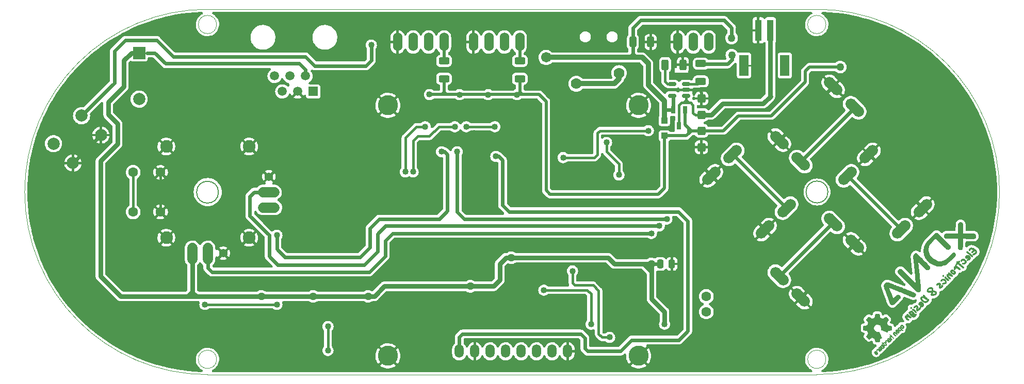
<source format=gbr>
%TF.GenerationSoftware,KiCad,Pcbnew,(6.0.9)*%
%TF.CreationDate,2022-12-14T16:33:37-05:00*%
%TF.ProjectId,Game_Cat_R3,47616d65-5f43-4617-945f-52332e6b6963,3.5*%
%TF.SameCoordinates,Original*%
%TF.FileFunction,Copper,L2,Bot*%
%TF.FilePolarity,Positive*%
%FSLAX46Y46*%
G04 Gerber Fmt 4.6, Leading zero omitted, Abs format (unit mm)*
G04 Created by KiCad (PCBNEW (6.0.9)) date 2022-12-14 16:33:37*
%MOMM*%
%LPD*%
G01*
G04 APERTURE LIST*
G04 Aperture macros list*
%AMRoundRect*
0 Rectangle with rounded corners*
0 $1 Rounding radius*
0 $2 $3 $4 $5 $6 $7 $8 $9 X,Y pos of 4 corners*
0 Add a 4 corners polygon primitive as box body*
4,1,4,$2,$3,$4,$5,$6,$7,$8,$9,$2,$3,0*
0 Add four circle primitives for the rounded corners*
1,1,$1+$1,$2,$3*
1,1,$1+$1,$4,$5*
1,1,$1+$1,$6,$7*
1,1,$1+$1,$8,$9*
0 Add four rect primitives between the rounded corners*
20,1,$1+$1,$2,$3,$4,$5,0*
20,1,$1+$1,$4,$5,$6,$7,0*
20,1,$1+$1,$6,$7,$8,$9,0*
20,1,$1+$1,$8,$9,$2,$3,0*%
%AMHorizOval*
0 Thick line with rounded ends*
0 $1 width*
0 $2 $3 position (X,Y) of the first rounded end (center of the circle)*
0 $4 $5 position (X,Y) of the second rounded end (center of the circle)*
0 Add line between two ends*
20,1,$1,$2,$3,$4,$5,0*
0 Add two circle primitives to create the rounded ends*
1,1,$1,$2,$3*
1,1,$1,$4,$5*%
G04 Aperture macros list end*
%TA.AperFunction,Profile*%
%ADD10C,0.100000*%
%TD*%
%TA.AperFunction,Profile*%
%ADD11C,0.200000*%
%TD*%
%TA.AperFunction,EtchedComponent*%
%ADD12C,0.010000*%
%TD*%
%TA.AperFunction,ComponentPad*%
%ADD13C,2.000000*%
%TD*%
%TA.AperFunction,ComponentPad*%
%ADD14C,1.600000*%
%TD*%
%TA.AperFunction,ComponentPad*%
%ADD15O,1.524000X3.048000*%
%TD*%
%TA.AperFunction,ComponentPad*%
%ADD16R,1.520000X1.520000*%
%TD*%
%TA.AperFunction,ComponentPad*%
%ADD17C,1.520000*%
%TD*%
%TA.AperFunction,ComponentPad*%
%ADD18C,1.397000*%
%TD*%
%TA.AperFunction,ComponentPad*%
%ADD19C,2.095500*%
%TD*%
%TA.AperFunction,ComponentPad*%
%ADD20HorizOval,1.790700X-0.633108X0.633108X0.633108X-0.633108X0*%
%TD*%
%TA.AperFunction,ComponentPad*%
%ADD21R,2.000000X2.000000*%
%TD*%
%TA.AperFunction,ComponentPad*%
%ADD22HorizOval,1.790700X0.633108X0.633108X-0.633108X-0.633108X0*%
%TD*%
%TA.AperFunction,ComponentPad*%
%ADD23HorizOval,1.790700X-0.633108X-0.633108X0.633108X0.633108X0*%
%TD*%
%TA.AperFunction,ComponentPad*%
%ADD24O,1.498600X2.184400*%
%TD*%
%TA.AperFunction,ComponentPad*%
%ADD25C,3.302000*%
%TD*%
%TA.AperFunction,SMDPad,CuDef*%
%ADD26RoundRect,0.250000X0.312500X0.625000X-0.312500X0.625000X-0.312500X-0.625000X0.312500X-0.625000X0*%
%TD*%
%TA.AperFunction,SMDPad,CuDef*%
%ADD27RoundRect,0.150000X0.512500X0.150000X-0.512500X0.150000X-0.512500X-0.150000X0.512500X-0.150000X0*%
%TD*%
%TA.AperFunction,SMDPad,CuDef*%
%ADD28RoundRect,0.250000X-0.425000X0.450000X-0.425000X-0.450000X0.425000X-0.450000X0.425000X0.450000X0*%
%TD*%
%TA.AperFunction,SMDPad,CuDef*%
%ADD29RoundRect,0.250000X0.625000X-0.312500X0.625000X0.312500X-0.625000X0.312500X-0.625000X-0.312500X0*%
%TD*%
%TA.AperFunction,SMDPad,CuDef*%
%ADD30RoundRect,0.250000X0.425000X-0.450000X0.425000X0.450000X-0.425000X0.450000X-0.425000X-0.450000X0*%
%TD*%
%TA.AperFunction,SMDPad,CuDef*%
%ADD31R,1.000000X1.000000*%
%TD*%
%TA.AperFunction,SMDPad,CuDef*%
%ADD32RoundRect,0.250000X-0.250000X-0.475000X0.250000X-0.475000X0.250000X0.475000X-0.250000X0.475000X0*%
%TD*%
%TA.AperFunction,SMDPad,CuDef*%
%ADD33R,0.650000X1.220000*%
%TD*%
%TA.AperFunction,SMDPad,CuDef*%
%ADD34R,1.000000X3.500000*%
%TD*%
%TA.AperFunction,SMDPad,CuDef*%
%ADD35R,1.500000X3.400000*%
%TD*%
%TA.AperFunction,ViaPad*%
%ADD36C,1.270000*%
%TD*%
%TA.AperFunction,ViaPad*%
%ADD37C,1.016000*%
%TD*%
%TA.AperFunction,ViaPad*%
%ADD38C,1.778000*%
%TD*%
%TA.AperFunction,ViaPad*%
%ADD39C,1.701800*%
%TD*%
%TA.AperFunction,Conductor*%
%ADD40C,0.254000*%
%TD*%
%TA.AperFunction,Conductor*%
%ADD41C,0.406400*%
%TD*%
%TA.AperFunction,Conductor*%
%ADD42C,0.500000*%
%TD*%
%TA.AperFunction,Conductor*%
%ADD43C,0.609600*%
%TD*%
%TA.AperFunction,Conductor*%
%ADD44C,0.400000*%
%TD*%
%TA.AperFunction,Conductor*%
%ADD45C,0.812800*%
%TD*%
%TA.AperFunction,Conductor*%
%ADD46C,0.508000*%
%TD*%
%TA.AperFunction,Conductor*%
%ADD47C,0.762000*%
%TD*%
%TA.AperFunction,Conductor*%
%ADD48C,1.676400*%
%TD*%
%TA.AperFunction,Conductor*%
%ADD49C,0.250000*%
%TD*%
G04 APERTURE END LIST*
D10*
X92730000Y-126550000D02*
G75*
G03*
X92730000Y-126550000I-1500000J0D01*
G01*
X192730000Y-71550000D02*
G75*
G03*
X192730000Y-71550000I-1500000J0D01*
G01*
X192730000Y-126550000D02*
G75*
G03*
X192730000Y-126550000I-1500000J0D01*
G01*
D11*
X93032851Y-99092749D02*
G75*
G03*
X93032851Y-99092749I-1796051J0D01*
G01*
X193058051Y-99060000D02*
G75*
G03*
X193058051Y-99060000I-1796051J0D01*
G01*
D10*
X61230000Y-99050000D02*
G75*
G03*
X91230000Y-129050000I30000000J0D01*
G01*
X91230000Y-69050000D02*
G75*
G03*
X61230000Y-99050000I0J-30000000D01*
G01*
X191230000Y-129050000D02*
X91230000Y-129050000D01*
X221230000Y-99050000D02*
G75*
G03*
X191230000Y-69050000I-30000000J0D01*
G01*
X91230000Y-69050000D02*
X191230000Y-69050000D01*
X92730000Y-71550000D02*
G75*
G03*
X92730000Y-71550000I-1500000J0D01*
G01*
X191230000Y-129050000D02*
G75*
G03*
X221230000Y-99050000I0J30000000D01*
G01*
%TO.C,REF\u002A\u002A*%
G36*
X201315707Y-119099261D02*
G01*
X201381635Y-119100578D01*
X201428458Y-119102517D01*
X201451215Y-119104981D01*
X201451309Y-119105009D01*
X201462199Y-119113321D01*
X201473019Y-119133649D01*
X201484700Y-119169321D01*
X201498174Y-119223669D01*
X201514372Y-119300021D01*
X201534225Y-119401707D01*
X201537510Y-119418937D01*
X201554207Y-119506161D01*
X201569088Y-119583279D01*
X201581254Y-119645684D01*
X201589808Y-119688775D01*
X201593856Y-119707949D01*
X201595746Y-119710978D01*
X201617674Y-119725750D01*
X201658356Y-119744994D01*
X201710933Y-119765347D01*
X201780518Y-119791139D01*
X201861552Y-119823277D01*
X201933533Y-119853733D01*
X201951937Y-119861843D01*
X201999266Y-119882211D01*
X202032751Y-119895890D01*
X202046076Y-119900268D01*
X202051676Y-119895992D01*
X202077697Y-119877623D01*
X202120632Y-119847904D01*
X202175983Y-119809896D01*
X202239250Y-119766658D01*
X202305938Y-119721251D01*
X202371545Y-119676737D01*
X202431573Y-119636177D01*
X202481526Y-119602631D01*
X202516901Y-119579160D01*
X202533202Y-119568825D01*
X202536252Y-119567458D01*
X202546171Y-119566613D01*
X202559834Y-119572268D01*
X202580009Y-119586790D01*
X202609462Y-119612546D01*
X202650965Y-119651901D01*
X202707281Y-119707224D01*
X202781180Y-119780882D01*
X203005550Y-120005252D01*
X202962303Y-120069768D01*
X202957061Y-120077560D01*
X202929051Y-120118775D01*
X202890163Y-120175609D01*
X202844821Y-120241604D01*
X202797448Y-120310307D01*
X202778882Y-120337452D01*
X202738249Y-120398957D01*
X202705558Y-120451386D01*
X202683771Y-120489881D01*
X202675855Y-120509585D01*
X202679226Y-120525472D01*
X202693313Y-120562344D01*
X202714633Y-120606975D01*
X202722877Y-120623425D01*
X202748310Y-120679061D01*
X202776804Y-120746512D01*
X202803604Y-120814681D01*
X202817344Y-120850545D01*
X202838630Y-120903352D01*
X202855543Y-120941927D01*
X202865309Y-120959746D01*
X202866574Y-120960564D01*
X202888845Y-120967557D01*
X202934307Y-120978573D01*
X202998477Y-120992619D01*
X203076869Y-121008709D01*
X203165000Y-121025851D01*
X203453196Y-121080464D01*
X203453452Y-121387602D01*
X203453402Y-121417231D01*
X203452293Y-121506878D01*
X203449916Y-121585609D01*
X203446494Y-121648896D01*
X203442254Y-121692213D01*
X203437418Y-121711029D01*
X203419255Y-121718554D01*
X203377089Y-121730182D01*
X203315843Y-121744652D01*
X203240323Y-121760832D01*
X203155334Y-121777587D01*
X203071671Y-121793860D01*
X202996922Y-121809265D01*
X202936693Y-121822594D01*
X202895666Y-121832809D01*
X202878521Y-121838874D01*
X202877891Y-121839605D01*
X202867936Y-121860483D01*
X202853315Y-121900539D01*
X202836954Y-121951817D01*
X202836790Y-121952363D01*
X202814369Y-122019778D01*
X202794582Y-122061546D01*
X202775514Y-122080674D01*
X202755258Y-122080163D01*
X202740857Y-122074120D01*
X202702204Y-122058025D01*
X202642747Y-122033314D01*
X202565650Y-122001304D01*
X202474073Y-121963305D01*
X202371177Y-121920631D01*
X202260123Y-121874592D01*
X202159202Y-121832601D01*
X202055900Y-121789261D01*
X201963853Y-121750265D01*
X201886181Y-121716953D01*
X201826003Y-121690664D01*
X201786434Y-121672735D01*
X201770596Y-121664506D01*
X201766827Y-121646205D01*
X201768586Y-121607596D01*
X201775751Y-121557615D01*
X201788341Y-121433015D01*
X201778162Y-121300063D01*
X201744341Y-121176399D01*
X201688927Y-121064621D01*
X201613966Y-120967333D01*
X201521509Y-120887135D01*
X201413603Y-120826630D01*
X201292296Y-120788419D01*
X201159638Y-120775105D01*
X201100101Y-120777794D01*
X200975300Y-120802080D01*
X200862772Y-120849077D01*
X200764069Y-120915674D01*
X200680742Y-120998760D01*
X200614342Y-121095225D01*
X200566420Y-121201954D01*
X200538527Y-121315839D01*
X200532216Y-121433767D01*
X200549036Y-121552627D01*
X200590540Y-121669308D01*
X200658279Y-121780696D01*
X200697442Y-121827871D01*
X200796481Y-121915889D01*
X200910035Y-121979805D01*
X201035799Y-122018786D01*
X201171475Y-122031999D01*
X201314758Y-122018608D01*
X201362803Y-122011637D01*
X201402058Y-122009635D01*
X201421631Y-122013436D01*
X201428675Y-122026769D01*
X201445769Y-122064272D01*
X201471353Y-122122673D01*
X201504087Y-122198853D01*
X201542631Y-122289692D01*
X201585648Y-122392075D01*
X201631800Y-122502881D01*
X201673498Y-122603411D01*
X201716574Y-122707236D01*
X201755096Y-122800054D01*
X201787752Y-122878706D01*
X201813227Y-122940027D01*
X201830210Y-122980857D01*
X201837387Y-122998034D01*
X201837474Y-122998236D01*
X201837754Y-123018520D01*
X201818446Y-123037593D01*
X201776523Y-123057380D01*
X201708960Y-123079811D01*
X201703518Y-123081452D01*
X201653009Y-123097771D01*
X201614524Y-123112055D01*
X201596017Y-123121378D01*
X201590040Y-123138209D01*
X201579863Y-123179008D01*
X201566562Y-123239059D01*
X201551172Y-123313679D01*
X201534730Y-123398191D01*
X201518362Y-123481293D01*
X201502157Y-123557088D01*
X201487633Y-123618720D01*
X201475927Y-123661385D01*
X201468173Y-123680274D01*
X201465197Y-123681836D01*
X201438235Y-123686512D01*
X201388191Y-123690521D01*
X201319594Y-123693641D01*
X201236970Y-123695644D01*
X201144850Y-123696310D01*
X200837818Y-123696053D01*
X200781556Y-123400856D01*
X200725293Y-123105659D01*
X200610383Y-123063397D01*
X200610042Y-123063271D01*
X200538132Y-123034987D01*
X200460056Y-123001489D01*
X200392656Y-122970003D01*
X200381964Y-122964746D01*
X200331242Y-122941426D01*
X200290119Y-122925014D01*
X200266656Y-122918784D01*
X200261051Y-122920196D01*
X200232951Y-122934229D01*
X200188080Y-122960899D01*
X200131296Y-122997245D01*
X200067450Y-123040305D01*
X200048508Y-123053385D01*
X199979909Y-123100637D01*
X199915806Y-123144634D01*
X199862655Y-123180950D01*
X199826911Y-123205160D01*
X199762395Y-123248407D01*
X199538025Y-123024037D01*
X199510448Y-122996436D01*
X199443371Y-122928903D01*
X199393812Y-122878000D01*
X199359406Y-122840959D01*
X199337785Y-122815012D01*
X199326583Y-122797391D01*
X199323433Y-122785330D01*
X199325968Y-122776059D01*
X199330318Y-122768981D01*
X199348790Y-122740858D01*
X199378588Y-122696319D01*
X199416651Y-122639866D01*
X199459919Y-122575994D01*
X199505330Y-122509206D01*
X199549824Y-122443996D01*
X199590341Y-122384866D01*
X199623818Y-122336313D01*
X199647195Y-122302836D01*
X199657411Y-122288933D01*
X199657114Y-122287005D01*
X199649231Y-122266008D01*
X199632948Y-122227031D01*
X199610877Y-122176389D01*
X199581717Y-122107578D01*
X199549509Y-122026560D01*
X199522490Y-121953789D01*
X199516533Y-121937347D01*
X199496173Y-121887567D01*
X199477936Y-121851703D01*
X199465181Y-121836624D01*
X199463596Y-121836237D01*
X199439548Y-121831235D01*
X199392453Y-121821897D01*
X199326914Y-121809123D01*
X199247528Y-121793808D01*
X199158898Y-121776853D01*
X199058537Y-121757254D01*
X198981653Y-121740952D01*
X198926874Y-121727393D01*
X198890891Y-121715654D01*
X198870397Y-121704807D01*
X198862082Y-121693931D01*
X198861793Y-121692781D01*
X198859394Y-121667215D01*
X198857530Y-121618118D01*
X198856294Y-121550448D01*
X198855782Y-121469163D01*
X198856087Y-121379218D01*
X198857415Y-121286926D01*
X198860517Y-121198322D01*
X198865367Y-121135784D01*
X198872099Y-121097698D01*
X198880848Y-121082450D01*
X198883146Y-121081612D01*
X198909496Y-121074942D01*
X198958697Y-121064198D01*
X199026096Y-121050340D01*
X199107037Y-121034331D01*
X199196864Y-121017133D01*
X199490429Y-120961816D01*
X199533452Y-120847284D01*
X199534705Y-120843959D01*
X199562118Y-120774640D01*
X199592589Y-120702490D01*
X199619752Y-120642609D01*
X199619877Y-120642348D01*
X199641776Y-120595141D01*
X199657688Y-120557855D01*
X199664177Y-120538541D01*
X199664153Y-120538100D01*
X199655399Y-120520587D01*
X199632741Y-120483513D01*
X199598701Y-120430793D01*
X199555804Y-120366341D01*
X199506573Y-120294071D01*
X199504798Y-120291492D01*
X199454307Y-120218001D01*
X199408705Y-120151333D01*
X199370891Y-120095753D01*
X199343770Y-120055526D01*
X199330243Y-120034920D01*
X199329523Y-120033747D01*
X199324548Y-120024111D01*
X199323778Y-120013897D01*
X199329546Y-120000257D01*
X199344183Y-119980340D01*
X199370022Y-119951298D01*
X199409394Y-119910280D01*
X199464629Y-119854437D01*
X199538061Y-119780918D01*
X199547293Y-119771686D01*
X199618684Y-119700415D01*
X199672719Y-119647079D01*
X199712249Y-119609344D01*
X199740124Y-119584880D01*
X199759193Y-119571355D01*
X199772305Y-119566438D01*
X199782312Y-119567797D01*
X199792063Y-119573100D01*
X199792396Y-119573306D01*
X199813744Y-119587345D01*
X199854565Y-119614879D01*
X199910594Y-119653007D01*
X199977565Y-119698825D01*
X200051214Y-119749430D01*
X200057237Y-119753574D01*
X200129022Y-119802388D01*
X200192673Y-119844664D01*
X200244277Y-119877880D01*
X200279919Y-119899511D01*
X200295685Y-119907033D01*
X200295725Y-119907030D01*
X200315155Y-119900483D01*
X200352514Y-119884531D01*
X200399752Y-119862609D01*
X200402386Y-119861349D01*
X200463303Y-119833849D01*
X200535684Y-119803380D01*
X200604427Y-119776309D01*
X200718959Y-119733285D01*
X200774276Y-119439721D01*
X200778185Y-119419056D01*
X200795200Y-119330815D01*
X200810811Y-119252505D01*
X200824054Y-119188780D01*
X200833969Y-119144295D01*
X200839593Y-119123705D01*
X200850290Y-119116440D01*
X200883970Y-119109340D01*
X200941800Y-119104147D01*
X201025392Y-119100726D01*
X201136362Y-119098944D01*
X201146376Y-119098869D01*
X201235635Y-119098659D01*
X201315707Y-119099261D01*
G37*
D12*
X201315707Y-119099261D02*
X201381635Y-119100578D01*
X201428458Y-119102517D01*
X201451215Y-119104981D01*
X201451309Y-119105009D01*
X201462199Y-119113321D01*
X201473019Y-119133649D01*
X201484700Y-119169321D01*
X201498174Y-119223669D01*
X201514372Y-119300021D01*
X201534225Y-119401707D01*
X201537510Y-119418937D01*
X201554207Y-119506161D01*
X201569088Y-119583279D01*
X201581254Y-119645684D01*
X201589808Y-119688775D01*
X201593856Y-119707949D01*
X201595746Y-119710978D01*
X201617674Y-119725750D01*
X201658356Y-119744994D01*
X201710933Y-119765347D01*
X201780518Y-119791139D01*
X201861552Y-119823277D01*
X201933533Y-119853733D01*
X201951937Y-119861843D01*
X201999266Y-119882211D01*
X202032751Y-119895890D01*
X202046076Y-119900268D01*
X202051676Y-119895992D01*
X202077697Y-119877623D01*
X202120632Y-119847904D01*
X202175983Y-119809896D01*
X202239250Y-119766658D01*
X202305938Y-119721251D01*
X202371545Y-119676737D01*
X202431573Y-119636177D01*
X202481526Y-119602631D01*
X202516901Y-119579160D01*
X202533202Y-119568825D01*
X202536252Y-119567458D01*
X202546171Y-119566613D01*
X202559834Y-119572268D01*
X202580009Y-119586790D01*
X202609462Y-119612546D01*
X202650965Y-119651901D01*
X202707281Y-119707224D01*
X202781180Y-119780882D01*
X203005550Y-120005252D01*
X202962303Y-120069768D01*
X202957061Y-120077560D01*
X202929051Y-120118775D01*
X202890163Y-120175609D01*
X202844821Y-120241604D01*
X202797448Y-120310307D01*
X202778882Y-120337452D01*
X202738249Y-120398957D01*
X202705558Y-120451386D01*
X202683771Y-120489881D01*
X202675855Y-120509585D01*
X202679226Y-120525472D01*
X202693313Y-120562344D01*
X202714633Y-120606975D01*
X202722877Y-120623425D01*
X202748310Y-120679061D01*
X202776804Y-120746512D01*
X202803604Y-120814681D01*
X202817344Y-120850545D01*
X202838630Y-120903352D01*
X202855543Y-120941927D01*
X202865309Y-120959746D01*
X202866574Y-120960564D01*
X202888845Y-120967557D01*
X202934307Y-120978573D01*
X202998477Y-120992619D01*
X203076869Y-121008709D01*
X203165000Y-121025851D01*
X203453196Y-121080464D01*
X203453452Y-121387602D01*
X203453402Y-121417231D01*
X203452293Y-121506878D01*
X203449916Y-121585609D01*
X203446494Y-121648896D01*
X203442254Y-121692213D01*
X203437418Y-121711029D01*
X203419255Y-121718554D01*
X203377089Y-121730182D01*
X203315843Y-121744652D01*
X203240323Y-121760832D01*
X203155334Y-121777587D01*
X203071671Y-121793860D01*
X202996922Y-121809265D01*
X202936693Y-121822594D01*
X202895666Y-121832809D01*
X202878521Y-121838874D01*
X202877891Y-121839605D01*
X202867936Y-121860483D01*
X202853315Y-121900539D01*
X202836954Y-121951817D01*
X202836790Y-121952363D01*
X202814369Y-122019778D01*
X202794582Y-122061546D01*
X202775514Y-122080674D01*
X202755258Y-122080163D01*
X202740857Y-122074120D01*
X202702204Y-122058025D01*
X202642747Y-122033314D01*
X202565650Y-122001304D01*
X202474073Y-121963305D01*
X202371177Y-121920631D01*
X202260123Y-121874592D01*
X202159202Y-121832601D01*
X202055900Y-121789261D01*
X201963853Y-121750265D01*
X201886181Y-121716953D01*
X201826003Y-121690664D01*
X201786434Y-121672735D01*
X201770596Y-121664506D01*
X201766827Y-121646205D01*
X201768586Y-121607596D01*
X201775751Y-121557615D01*
X201788341Y-121433015D01*
X201778162Y-121300063D01*
X201744341Y-121176399D01*
X201688927Y-121064621D01*
X201613966Y-120967333D01*
X201521509Y-120887135D01*
X201413603Y-120826630D01*
X201292296Y-120788419D01*
X201159638Y-120775105D01*
X201100101Y-120777794D01*
X200975300Y-120802080D01*
X200862772Y-120849077D01*
X200764069Y-120915674D01*
X200680742Y-120998760D01*
X200614342Y-121095225D01*
X200566420Y-121201954D01*
X200538527Y-121315839D01*
X200532216Y-121433767D01*
X200549036Y-121552627D01*
X200590540Y-121669308D01*
X200658279Y-121780696D01*
X200697442Y-121827871D01*
X200796481Y-121915889D01*
X200910035Y-121979805D01*
X201035799Y-122018786D01*
X201171475Y-122031999D01*
X201314758Y-122018608D01*
X201362803Y-122011637D01*
X201402058Y-122009635D01*
X201421631Y-122013436D01*
X201428675Y-122026769D01*
X201445769Y-122064272D01*
X201471353Y-122122673D01*
X201504087Y-122198853D01*
X201542631Y-122289692D01*
X201585648Y-122392075D01*
X201631800Y-122502881D01*
X201673498Y-122603411D01*
X201716574Y-122707236D01*
X201755096Y-122800054D01*
X201787752Y-122878706D01*
X201813227Y-122940027D01*
X201830210Y-122980857D01*
X201837387Y-122998034D01*
X201837474Y-122998236D01*
X201837754Y-123018520D01*
X201818446Y-123037593D01*
X201776523Y-123057380D01*
X201708960Y-123079811D01*
X201703518Y-123081452D01*
X201653009Y-123097771D01*
X201614524Y-123112055D01*
X201596017Y-123121378D01*
X201590040Y-123138209D01*
X201579863Y-123179008D01*
X201566562Y-123239059D01*
X201551172Y-123313679D01*
X201534730Y-123398191D01*
X201518362Y-123481293D01*
X201502157Y-123557088D01*
X201487633Y-123618720D01*
X201475927Y-123661385D01*
X201468173Y-123680274D01*
X201465197Y-123681836D01*
X201438235Y-123686512D01*
X201388191Y-123690521D01*
X201319594Y-123693641D01*
X201236970Y-123695644D01*
X201144850Y-123696310D01*
X200837818Y-123696053D01*
X200781556Y-123400856D01*
X200725293Y-123105659D01*
X200610383Y-123063397D01*
X200610042Y-123063271D01*
X200538132Y-123034987D01*
X200460056Y-123001489D01*
X200392656Y-122970003D01*
X200381964Y-122964746D01*
X200331242Y-122941426D01*
X200290119Y-122925014D01*
X200266656Y-122918784D01*
X200261051Y-122920196D01*
X200232951Y-122934229D01*
X200188080Y-122960899D01*
X200131296Y-122997245D01*
X200067450Y-123040305D01*
X200048508Y-123053385D01*
X199979909Y-123100637D01*
X199915806Y-123144634D01*
X199862655Y-123180950D01*
X199826911Y-123205160D01*
X199762395Y-123248407D01*
X199538025Y-123024037D01*
X199510448Y-122996436D01*
X199443371Y-122928903D01*
X199393812Y-122878000D01*
X199359406Y-122840959D01*
X199337785Y-122815012D01*
X199326583Y-122797391D01*
X199323433Y-122785330D01*
X199325968Y-122776059D01*
X199330318Y-122768981D01*
X199348790Y-122740858D01*
X199378588Y-122696319D01*
X199416651Y-122639866D01*
X199459919Y-122575994D01*
X199505330Y-122509206D01*
X199549824Y-122443996D01*
X199590341Y-122384866D01*
X199623818Y-122336313D01*
X199647195Y-122302836D01*
X199657411Y-122288933D01*
X199657114Y-122287005D01*
X199649231Y-122266008D01*
X199632948Y-122227031D01*
X199610877Y-122176389D01*
X199581717Y-122107578D01*
X199549509Y-122026560D01*
X199522490Y-121953789D01*
X199516533Y-121937347D01*
X199496173Y-121887567D01*
X199477936Y-121851703D01*
X199465181Y-121836624D01*
X199463596Y-121836237D01*
X199439548Y-121831235D01*
X199392453Y-121821897D01*
X199326914Y-121809123D01*
X199247528Y-121793808D01*
X199158898Y-121776853D01*
X199058537Y-121757254D01*
X198981653Y-121740952D01*
X198926874Y-121727393D01*
X198890891Y-121715654D01*
X198870397Y-121704807D01*
X198862082Y-121693931D01*
X198861793Y-121692781D01*
X198859394Y-121667215D01*
X198857530Y-121618118D01*
X198856294Y-121550448D01*
X198855782Y-121469163D01*
X198856087Y-121379218D01*
X198857415Y-121286926D01*
X198860517Y-121198322D01*
X198865367Y-121135784D01*
X198872099Y-121097698D01*
X198880848Y-121082450D01*
X198883146Y-121081612D01*
X198909496Y-121074942D01*
X198958697Y-121064198D01*
X199026096Y-121050340D01*
X199107037Y-121034331D01*
X199196864Y-121017133D01*
X199490429Y-120961816D01*
X199533452Y-120847284D01*
X199534705Y-120843959D01*
X199562118Y-120774640D01*
X199592589Y-120702490D01*
X199619752Y-120642609D01*
X199619877Y-120642348D01*
X199641776Y-120595141D01*
X199657688Y-120557855D01*
X199664177Y-120538541D01*
X199664153Y-120538100D01*
X199655399Y-120520587D01*
X199632741Y-120483513D01*
X199598701Y-120430793D01*
X199555804Y-120366341D01*
X199506573Y-120294071D01*
X199504798Y-120291492D01*
X199454307Y-120218001D01*
X199408705Y-120151333D01*
X199370891Y-120095753D01*
X199343770Y-120055526D01*
X199330243Y-120034920D01*
X199329523Y-120033747D01*
X199324548Y-120024111D01*
X199323778Y-120013897D01*
X199329546Y-120000257D01*
X199344183Y-119980340D01*
X199370022Y-119951298D01*
X199409394Y-119910280D01*
X199464629Y-119854437D01*
X199538061Y-119780918D01*
X199547293Y-119771686D01*
X199618684Y-119700415D01*
X199672719Y-119647079D01*
X199712249Y-119609344D01*
X199740124Y-119584880D01*
X199759193Y-119571355D01*
X199772305Y-119566438D01*
X199782312Y-119567797D01*
X199792063Y-119573100D01*
X199792396Y-119573306D01*
X199813744Y-119587345D01*
X199854565Y-119614879D01*
X199910594Y-119653007D01*
X199977565Y-119698825D01*
X200051214Y-119749430D01*
X200057237Y-119753574D01*
X200129022Y-119802388D01*
X200192673Y-119844664D01*
X200244277Y-119877880D01*
X200279919Y-119899511D01*
X200295685Y-119907033D01*
X200295725Y-119907030D01*
X200315155Y-119900483D01*
X200352514Y-119884531D01*
X200399752Y-119862609D01*
X200402386Y-119861349D01*
X200463303Y-119833849D01*
X200535684Y-119803380D01*
X200604427Y-119776309D01*
X200718959Y-119733285D01*
X200774276Y-119439721D01*
X200778185Y-119419056D01*
X200795200Y-119330815D01*
X200810811Y-119252505D01*
X200824054Y-119188780D01*
X200833969Y-119144295D01*
X200839593Y-119123705D01*
X200850290Y-119116440D01*
X200883970Y-119109340D01*
X200941800Y-119104147D01*
X201025392Y-119100726D01*
X201136362Y-119098944D01*
X201146376Y-119098869D01*
X201235635Y-119098659D01*
X201315707Y-119099261D01*
G36*
X204025085Y-122053452D02*
G01*
X204045660Y-122060520D01*
X204067870Y-122073150D01*
X204095536Y-122094293D01*
X204132481Y-122126897D01*
X204182523Y-122173911D01*
X204249486Y-122238286D01*
X204434864Y-122417236D01*
X204397603Y-122433968D01*
X204363455Y-122449257D01*
X204335875Y-122458689D01*
X204312097Y-122459071D01*
X204287177Y-122448190D01*
X204256171Y-122423831D01*
X204214132Y-122383778D01*
X204156117Y-122325818D01*
X204109756Y-122279738D01*
X204064567Y-122236224D01*
X204032274Y-122207934D01*
X204008774Y-122191675D01*
X203989964Y-122184258D01*
X203971741Y-122182495D01*
X203937408Y-122188624D01*
X203898107Y-122217295D01*
X203877915Y-122264351D01*
X203877416Y-122268290D01*
X203878445Y-122283152D01*
X203886086Y-122300998D01*
X203903058Y-122325400D01*
X203932077Y-122359930D01*
X203975861Y-122408163D01*
X204037127Y-122473670D01*
X204201721Y-122648526D01*
X204138548Y-122672591D01*
X204075377Y-122696656D01*
X203920418Y-122541697D01*
X203878501Y-122499419D01*
X203821496Y-122439300D01*
X203781834Y-122391754D01*
X203756945Y-122352326D01*
X203744254Y-122316560D01*
X203741190Y-122280001D01*
X203745180Y-122238191D01*
X203759065Y-122186203D01*
X203798515Y-122121878D01*
X203856048Y-122075137D01*
X203926510Y-122049729D01*
X204004748Y-122049400D01*
X204025085Y-122053452D01*
G37*
X204025085Y-122053452D02*
X204045660Y-122060520D01*
X204067870Y-122073150D01*
X204095536Y-122094293D01*
X204132481Y-122126897D01*
X204182523Y-122173911D01*
X204249486Y-122238286D01*
X204434864Y-122417236D01*
X204397603Y-122433968D01*
X204363455Y-122449257D01*
X204335875Y-122458689D01*
X204312097Y-122459071D01*
X204287177Y-122448190D01*
X204256171Y-122423831D01*
X204214132Y-122383778D01*
X204156117Y-122325818D01*
X204109756Y-122279738D01*
X204064567Y-122236224D01*
X204032274Y-122207934D01*
X204008774Y-122191675D01*
X203989964Y-122184258D01*
X203971741Y-122182495D01*
X203937408Y-122188624D01*
X203898107Y-122217295D01*
X203877915Y-122264351D01*
X203877416Y-122268290D01*
X203878445Y-122283152D01*
X203886086Y-122300998D01*
X203903058Y-122325400D01*
X203932077Y-122359930D01*
X203975861Y-122408163D01*
X204037127Y-122473670D01*
X204201721Y-122648526D01*
X204138548Y-122672591D01*
X204075377Y-122696656D01*
X203920418Y-122541697D01*
X203878501Y-122499419D01*
X203821496Y-122439300D01*
X203781834Y-122391754D01*
X203756945Y-122352326D01*
X203744254Y-122316560D01*
X203741190Y-122280001D01*
X203745180Y-122238191D01*
X203759065Y-122186203D01*
X203798515Y-122121878D01*
X203856048Y-122075137D01*
X203926510Y-122049729D01*
X204004748Y-122049400D01*
X204025085Y-122053452D01*
G36*
X201244417Y-124865955D02*
G01*
X201282207Y-124886850D01*
X201327519Y-124922161D01*
X201384365Y-124974230D01*
X201456760Y-125045404D01*
X201493736Y-125082620D01*
X201543827Y-125133911D01*
X201583261Y-125175384D01*
X201608708Y-125203514D01*
X201616831Y-125214772D01*
X201603426Y-125221767D01*
X201574131Y-125233651D01*
X201573232Y-125233987D01*
X201556943Y-125239082D01*
X201542072Y-125238593D01*
X201524236Y-125229525D01*
X201499052Y-125208885D01*
X201462137Y-125173678D01*
X201409108Y-125120910D01*
X201375288Y-125087616D01*
X201309419Y-125027352D01*
X201256807Y-124987577D01*
X201214350Y-124966544D01*
X201178949Y-124962509D01*
X201147501Y-124973727D01*
X201143837Y-124975982D01*
X201103327Y-125015390D01*
X201090067Y-125064454D01*
X201104435Y-125121868D01*
X201110972Y-125136081D01*
X201125186Y-125167793D01*
X201131307Y-125182776D01*
X201120754Y-125190422D01*
X201092991Y-125202403D01*
X201061425Y-125207906D01*
X201028347Y-125191728D01*
X201013228Y-125171567D01*
X200992930Y-125120299D01*
X200984438Y-125061731D01*
X200990529Y-125009262D01*
X200997434Y-124991634D01*
X201034920Y-124936222D01*
X201087784Y-124890459D01*
X201145896Y-124863825D01*
X201175343Y-124858030D01*
X201210133Y-124857129D01*
X201244417Y-124865955D01*
G37*
X201244417Y-124865955D02*
X201282207Y-124886850D01*
X201327519Y-124922161D01*
X201384365Y-124974230D01*
X201456760Y-125045404D01*
X201493736Y-125082620D01*
X201543827Y-125133911D01*
X201583261Y-125175384D01*
X201608708Y-125203514D01*
X201616831Y-125214772D01*
X201603426Y-125221767D01*
X201574131Y-125233651D01*
X201573232Y-125233987D01*
X201556943Y-125239082D01*
X201542072Y-125238593D01*
X201524236Y-125229525D01*
X201499052Y-125208885D01*
X201462137Y-125173678D01*
X201409108Y-125120910D01*
X201375288Y-125087616D01*
X201309419Y-125027352D01*
X201256807Y-124987577D01*
X201214350Y-124966544D01*
X201178949Y-124962509D01*
X201147501Y-124973727D01*
X201143837Y-124975982D01*
X201103327Y-125015390D01*
X201090067Y-125064454D01*
X201104435Y-125121868D01*
X201110972Y-125136081D01*
X201125186Y-125167793D01*
X201131307Y-125182776D01*
X201120754Y-125190422D01*
X201092991Y-125202403D01*
X201061425Y-125207906D01*
X201028347Y-125191728D01*
X201013228Y-125171567D01*
X200992930Y-125120299D01*
X200984438Y-125061731D01*
X200990529Y-125009262D01*
X200997434Y-124991634D01*
X201034920Y-124936222D01*
X201087784Y-124890459D01*
X201145896Y-124863825D01*
X201175343Y-124858030D01*
X201210133Y-124857129D01*
X201244417Y-124865955D01*
G36*
X202358836Y-123743155D02*
G01*
X202411088Y-123763715D01*
X202467938Y-123803713D01*
X202531882Y-123862917D01*
X202534868Y-123865683D01*
X202574069Y-123906525D01*
X202622829Y-123966870D01*
X202651105Y-124020356D01*
X202661430Y-124072463D01*
X202656336Y-124128675D01*
X202641912Y-124172648D01*
X202601100Y-124229904D01*
X202543142Y-124269883D01*
X202473829Y-124289087D01*
X202398952Y-124284023D01*
X202387367Y-124280868D01*
X202368886Y-124273522D01*
X202348279Y-124261172D01*
X202322504Y-124241206D01*
X202288524Y-124211007D01*
X202243297Y-124167964D01*
X202183784Y-124109461D01*
X202106948Y-124032884D01*
X202023232Y-123949195D01*
X202211496Y-123949195D01*
X202212615Y-123963725D01*
X202219171Y-123986636D01*
X202235017Y-124011939D01*
X202264147Y-124045424D01*
X202310549Y-124092878D01*
X202348148Y-124129991D01*
X202383471Y-124162246D01*
X202409077Y-124180265D01*
X202430740Y-124187913D01*
X202454233Y-124189056D01*
X202459220Y-124188806D01*
X202510336Y-124172641D01*
X202544141Y-124135259D01*
X202556359Y-124081177D01*
X202555387Y-124060462D01*
X202549272Y-124037825D01*
X202534011Y-124013335D01*
X202505638Y-123980948D01*
X202460182Y-123934617D01*
X202424946Y-123899814D01*
X202389269Y-123867128D01*
X202363441Y-123848840D01*
X202341613Y-123841055D01*
X202317936Y-123839878D01*
X202305731Y-123840891D01*
X202256415Y-123860062D01*
X202222911Y-123898310D01*
X202211496Y-123949195D01*
X202023232Y-123949195D01*
X201868787Y-123794799D01*
X201916115Y-123775418D01*
X201928758Y-123770423D01*
X201951432Y-123765023D01*
X201972547Y-123770067D01*
X201999836Y-123788523D01*
X202041032Y-123823361D01*
X202078070Y-123854592D01*
X202104317Y-123873162D01*
X202118177Y-123876026D01*
X202124221Y-123865498D01*
X202137455Y-123836503D01*
X202173237Y-123796813D01*
X202221129Y-123763517D01*
X202271877Y-123744216D01*
X202305700Y-123739500D01*
X202358836Y-123743155D01*
G37*
X202358836Y-123743155D02*
X202411088Y-123763715D01*
X202467938Y-123803713D01*
X202531882Y-123862917D01*
X202534868Y-123865683D01*
X202574069Y-123906525D01*
X202622829Y-123966870D01*
X202651105Y-124020356D01*
X202661430Y-124072463D01*
X202656336Y-124128675D01*
X202641912Y-124172648D01*
X202601100Y-124229904D01*
X202543142Y-124269883D01*
X202473829Y-124289087D01*
X202398952Y-124284023D01*
X202387367Y-124280868D01*
X202368886Y-124273522D01*
X202348279Y-124261172D01*
X202322504Y-124241206D01*
X202288524Y-124211007D01*
X202243297Y-124167964D01*
X202183784Y-124109461D01*
X202106948Y-124032884D01*
X202023232Y-123949195D01*
X202211496Y-123949195D01*
X202212615Y-123963725D01*
X202219171Y-123986636D01*
X202235017Y-124011939D01*
X202264147Y-124045424D01*
X202310549Y-124092878D01*
X202348148Y-124129991D01*
X202383471Y-124162246D01*
X202409077Y-124180265D01*
X202430740Y-124187913D01*
X202454233Y-124189056D01*
X202459220Y-124188806D01*
X202510336Y-124172641D01*
X202544141Y-124135259D01*
X202556359Y-124081177D01*
X202555387Y-124060462D01*
X202549272Y-124037825D01*
X202534011Y-124013335D01*
X202505638Y-123980948D01*
X202460182Y-123934617D01*
X202424946Y-123899814D01*
X202389269Y-123867128D01*
X202363441Y-123848840D01*
X202341613Y-123841055D01*
X202317936Y-123839878D01*
X202305731Y-123840891D01*
X202256415Y-123860062D01*
X202222911Y-123898310D01*
X202211496Y-123949195D01*
X202023232Y-123949195D01*
X201868787Y-123794799D01*
X201916115Y-123775418D01*
X201928758Y-123770423D01*
X201951432Y-123765023D01*
X201972547Y-123770067D01*
X201999836Y-123788523D01*
X202041032Y-123823361D01*
X202078070Y-123854592D01*
X202104317Y-123873162D01*
X202118177Y-123876026D01*
X202124221Y-123865498D01*
X202137455Y-123836503D01*
X202173237Y-123796813D01*
X202221129Y-123763517D01*
X202271877Y-123744216D01*
X202305700Y-123739500D01*
X202358836Y-123743155D01*
G36*
X200897491Y-125215948D02*
G01*
X200941598Y-125240697D01*
X200993766Y-125283091D01*
X201025523Y-125313557D01*
X201058995Y-125345668D01*
X201086148Y-125373222D01*
X201137534Y-125429621D01*
X201170410Y-125475620D01*
X201187530Y-125516934D01*
X201191648Y-125559279D01*
X201185515Y-125608374D01*
X201177713Y-125635712D01*
X201156129Y-125670455D01*
X201116047Y-125709498D01*
X201091844Y-125729533D01*
X201058800Y-125749849D01*
X201023641Y-125757342D01*
X200973055Y-125756375D01*
X200965976Y-125755925D01*
X200914699Y-125749257D01*
X200878824Y-125734664D01*
X200846184Y-125707458D01*
X200802211Y-125663485D01*
X200844538Y-125644356D01*
X200880499Y-125635512D01*
X200931784Y-125647853D01*
X200946035Y-125653973D01*
X200997610Y-125660090D01*
X201043071Y-125643670D01*
X201075454Y-125608676D01*
X201087796Y-125559071D01*
X201086823Y-125536808D01*
X201078948Y-125509627D01*
X201060003Y-125496720D01*
X201026233Y-125497708D01*
X200973888Y-125512206D01*
X200899214Y-125539832D01*
X200747972Y-125598983D01*
X200699566Y-125556161D01*
X200666685Y-125520815D01*
X200639090Y-125462188D01*
X200635691Y-125426873D01*
X200734347Y-125426873D01*
X200740103Y-125457517D01*
X200763292Y-125470301D01*
X200806169Y-125465830D01*
X200870987Y-125444712D01*
X200881262Y-125440767D01*
X200929988Y-125421494D01*
X200965784Y-125406414D01*
X200981519Y-125398506D01*
X200980429Y-125393834D01*
X200963555Y-125375524D01*
X200932716Y-125349809D01*
X200898611Y-125328612D01*
X200843642Y-125313905D01*
X200794953Y-125323332D01*
X200757585Y-125355386D01*
X200736583Y-125408554D01*
X200734347Y-125426873D01*
X200635691Y-125426873D01*
X200634918Y-125418844D01*
X200648986Y-125351699D01*
X200683748Y-125290123D01*
X200734604Y-125241390D01*
X200796948Y-125212772D01*
X200813436Y-125209236D01*
X200856438Y-125206307D01*
X200897491Y-125215948D01*
G37*
X200897491Y-125215948D02*
X200941598Y-125240697D01*
X200993766Y-125283091D01*
X201025523Y-125313557D01*
X201058995Y-125345668D01*
X201086148Y-125373222D01*
X201137534Y-125429621D01*
X201170410Y-125475620D01*
X201187530Y-125516934D01*
X201191648Y-125559279D01*
X201185515Y-125608374D01*
X201177713Y-125635712D01*
X201156129Y-125670455D01*
X201116047Y-125709498D01*
X201091844Y-125729533D01*
X201058800Y-125749849D01*
X201023641Y-125757342D01*
X200973055Y-125756375D01*
X200965976Y-125755925D01*
X200914699Y-125749257D01*
X200878824Y-125734664D01*
X200846184Y-125707458D01*
X200802211Y-125663485D01*
X200844538Y-125644356D01*
X200880499Y-125635512D01*
X200931784Y-125647853D01*
X200946035Y-125653973D01*
X200997610Y-125660090D01*
X201043071Y-125643670D01*
X201075454Y-125608676D01*
X201087796Y-125559071D01*
X201086823Y-125536808D01*
X201078948Y-125509627D01*
X201060003Y-125496720D01*
X201026233Y-125497708D01*
X200973888Y-125512206D01*
X200899214Y-125539832D01*
X200747972Y-125598983D01*
X200699566Y-125556161D01*
X200666685Y-125520815D01*
X200639090Y-125462188D01*
X200635691Y-125426873D01*
X200734347Y-125426873D01*
X200740103Y-125457517D01*
X200763292Y-125470301D01*
X200806169Y-125465830D01*
X200870987Y-125444712D01*
X200881262Y-125440767D01*
X200929988Y-125421494D01*
X200965784Y-125406414D01*
X200981519Y-125398506D01*
X200980429Y-125393834D01*
X200963555Y-125375524D01*
X200932716Y-125349809D01*
X200898611Y-125328612D01*
X200843642Y-125313905D01*
X200794953Y-125323332D01*
X200757585Y-125355386D01*
X200736583Y-125408554D01*
X200734347Y-125426873D01*
X200635691Y-125426873D01*
X200634918Y-125418844D01*
X200648986Y-125351699D01*
X200683748Y-125290123D01*
X200734604Y-125241390D01*
X200796948Y-125212772D01*
X200813436Y-125209236D01*
X200856438Y-125206307D01*
X200897491Y-125215948D01*
G36*
X202703279Y-123394201D02*
G01*
X202713375Y-123396043D01*
X202735196Y-123402084D01*
X202757366Y-123412981D01*
X202783963Y-123431825D01*
X202819064Y-123461710D01*
X202866746Y-123505726D01*
X202931086Y-123566965D01*
X202941921Y-123577361D01*
X203011449Y-123645478D01*
X203059199Y-123695216D01*
X203085492Y-123726926D01*
X203090648Y-123740955D01*
X203074347Y-123751512D01*
X203042833Y-123765620D01*
X203034916Y-123768447D01*
X203020765Y-123771076D01*
X203005509Y-123767391D01*
X202985182Y-123754631D01*
X202955818Y-123730038D01*
X202913451Y-123690854D01*
X202854116Y-123634318D01*
X202836798Y-123617766D01*
X202781830Y-123565761D01*
X202742474Y-123530252D01*
X202714599Y-123508271D01*
X202694076Y-123496850D01*
X202676772Y-123493022D01*
X202658556Y-123493819D01*
X202615144Y-123506694D01*
X202577581Y-123538376D01*
X202558285Y-123581040D01*
X202560187Y-123627519D01*
X202586216Y-123670651D01*
X202595378Y-123680288D01*
X202607723Y-123701976D01*
X202596529Y-123718363D01*
X202559394Y-123735231D01*
X202549889Y-123738236D01*
X202513873Y-123736025D01*
X202485118Y-123707939D01*
X202461918Y-123652530D01*
X202455271Y-123616338D01*
X202462612Y-123548139D01*
X202492030Y-123484315D01*
X202539539Y-123432122D01*
X202601157Y-123398823D01*
X202606190Y-123397376D01*
X202653202Y-123391452D01*
X202703279Y-123394201D01*
G37*
X202703279Y-123394201D02*
X202713375Y-123396043D01*
X202735196Y-123402084D01*
X202757366Y-123412981D01*
X202783963Y-123431825D01*
X202819064Y-123461710D01*
X202866746Y-123505726D01*
X202931086Y-123566965D01*
X202941921Y-123577361D01*
X203011449Y-123645478D01*
X203059199Y-123695216D01*
X203085492Y-123726926D01*
X203090648Y-123740955D01*
X203074347Y-123751512D01*
X203042833Y-123765620D01*
X203034916Y-123768447D01*
X203020765Y-123771076D01*
X203005509Y-123767391D01*
X202985182Y-123754631D01*
X202955818Y-123730038D01*
X202913451Y-123690854D01*
X202854116Y-123634318D01*
X202836798Y-123617766D01*
X202781830Y-123565761D01*
X202742474Y-123530252D01*
X202714599Y-123508271D01*
X202694076Y-123496850D01*
X202676772Y-123493022D01*
X202658556Y-123493819D01*
X202615144Y-123506694D01*
X202577581Y-123538376D01*
X202558285Y-123581040D01*
X202560187Y-123627519D01*
X202586216Y-123670651D01*
X202595378Y-123680288D01*
X202607723Y-123701976D01*
X202596529Y-123718363D01*
X202559394Y-123735231D01*
X202549889Y-123738236D01*
X202513873Y-123736025D01*
X202485118Y-123707939D01*
X202461918Y-123652530D01*
X202455271Y-123616338D01*
X202462612Y-123548139D01*
X202492030Y-123484315D01*
X202539539Y-123432122D01*
X202601157Y-123398823D01*
X202606190Y-123397376D01*
X202653202Y-123391452D01*
X202703279Y-123394201D01*
G36*
X201576574Y-124522274D02*
G01*
X201618002Y-124528391D01*
X201648245Y-124542708D01*
X201678371Y-124569121D01*
X201724639Y-124615388D01*
X201676770Y-124630624D01*
X201631882Y-124635747D01*
X201587972Y-124626092D01*
X201577750Y-124621752D01*
X201527113Y-124615942D01*
X201481821Y-124632932D01*
X201449241Y-124668267D01*
X201436744Y-124717493D01*
X201438600Y-124745464D01*
X201450075Y-124772151D01*
X201475198Y-124780990D01*
X201517596Y-124772755D01*
X201580894Y-124748218D01*
X201590236Y-124744230D01*
X201647736Y-124721766D01*
X201699321Y-124704731D01*
X201734795Y-124696547D01*
X201781030Y-124699055D01*
X201834459Y-124723413D01*
X201874653Y-124766694D01*
X201896957Y-124823392D01*
X201896712Y-124887997D01*
X201884155Y-124927950D01*
X201843029Y-124988261D01*
X201813550Y-125015151D01*
X201780463Y-125034247D01*
X201755772Y-125029575D01*
X201735337Y-125001654D01*
X201733229Y-124997368D01*
X201724910Y-124971780D01*
X201732871Y-124950987D01*
X201760689Y-124924027D01*
X201780611Y-124905272D01*
X201798231Y-124877637D01*
X201798762Y-124847162D01*
X201789161Y-124819899D01*
X201770836Y-124799606D01*
X201770678Y-124799538D01*
X201748795Y-124800554D01*
X201709109Y-124809872D01*
X201660437Y-124824605D01*
X201611596Y-124841863D01*
X201571405Y-124858757D01*
X201548681Y-124872397D01*
X201550424Y-124879549D01*
X201567947Y-124903882D01*
X201599791Y-124940390D01*
X201642007Y-124984335D01*
X201671624Y-125014355D01*
X201708232Y-125052858D01*
X201732402Y-125080125D01*
X201739989Y-125091614D01*
X201726584Y-125098609D01*
X201697289Y-125110493D01*
X201659238Y-125124724D01*
X201506428Y-124971914D01*
X201467426Y-124932578D01*
X201409525Y-124871515D01*
X201369423Y-124823361D01*
X201344701Y-124783818D01*
X201332941Y-124748590D01*
X201331724Y-124713384D01*
X201338631Y-124673902D01*
X201354740Y-124630910D01*
X201401227Y-124568272D01*
X201427046Y-124544299D01*
X201454627Y-124527892D01*
X201489032Y-124521342D01*
X201541315Y-124520914D01*
X201576574Y-124522274D01*
G37*
X201576574Y-124522274D02*
X201618002Y-124528391D01*
X201648245Y-124542708D01*
X201678371Y-124569121D01*
X201724639Y-124615388D01*
X201676770Y-124630624D01*
X201631882Y-124635747D01*
X201587972Y-124626092D01*
X201577750Y-124621752D01*
X201527113Y-124615942D01*
X201481821Y-124632932D01*
X201449241Y-124668267D01*
X201436744Y-124717493D01*
X201438600Y-124745464D01*
X201450075Y-124772151D01*
X201475198Y-124780990D01*
X201517596Y-124772755D01*
X201580894Y-124748218D01*
X201590236Y-124744230D01*
X201647736Y-124721766D01*
X201699321Y-124704731D01*
X201734795Y-124696547D01*
X201781030Y-124699055D01*
X201834459Y-124723413D01*
X201874653Y-124766694D01*
X201896957Y-124823392D01*
X201896712Y-124887997D01*
X201884155Y-124927950D01*
X201843029Y-124988261D01*
X201813550Y-125015151D01*
X201780463Y-125034247D01*
X201755772Y-125029575D01*
X201735337Y-125001654D01*
X201733229Y-124997368D01*
X201724910Y-124971780D01*
X201732871Y-124950987D01*
X201760689Y-124924027D01*
X201780611Y-124905272D01*
X201798231Y-124877637D01*
X201798762Y-124847162D01*
X201789161Y-124819899D01*
X201770836Y-124799606D01*
X201770678Y-124799538D01*
X201748795Y-124800554D01*
X201709109Y-124809872D01*
X201660437Y-124824605D01*
X201611596Y-124841863D01*
X201571405Y-124858757D01*
X201548681Y-124872397D01*
X201550424Y-124879549D01*
X201567947Y-124903882D01*
X201599791Y-124940390D01*
X201642007Y-124984335D01*
X201671624Y-125014355D01*
X201708232Y-125052858D01*
X201732402Y-125080125D01*
X201739989Y-125091614D01*
X201726584Y-125098609D01*
X201697289Y-125110493D01*
X201659238Y-125124724D01*
X201506428Y-124971914D01*
X201467426Y-124932578D01*
X201409525Y-124871515D01*
X201369423Y-124823361D01*
X201344701Y-124783818D01*
X201332941Y-124748590D01*
X201331724Y-124713384D01*
X201338631Y-124673902D01*
X201354740Y-124630910D01*
X201401227Y-124568272D01*
X201427046Y-124544299D01*
X201454627Y-124527892D01*
X201489032Y-124521342D01*
X201541315Y-124520914D01*
X201576574Y-124522274D01*
G36*
X204432920Y-121665694D02*
G01*
X204499509Y-121697838D01*
X204528275Y-121721003D01*
X204568466Y-121753371D01*
X204643001Y-121834432D01*
X204657640Y-121852757D01*
X204702575Y-121925153D01*
X204722380Y-121994578D01*
X204718844Y-122066506D01*
X204718123Y-122070050D01*
X204690225Y-122138084D01*
X204641929Y-122189953D01*
X204578389Y-122222927D01*
X204504759Y-122234281D01*
X204426194Y-122221290D01*
X204424540Y-122220737D01*
X204385218Y-122203203D01*
X204344928Y-122178875D01*
X204310364Y-122152777D01*
X204288217Y-122129936D01*
X204285176Y-122115375D01*
X204290829Y-122110793D01*
X204325032Y-122096055D01*
X204370667Y-122086215D01*
X204414981Y-122083336D01*
X204445218Y-122089482D01*
X204482418Y-122101637D01*
X204530525Y-122098418D01*
X204569288Y-122077579D01*
X204577619Y-122064065D01*
X204586136Y-122029460D01*
X204586809Y-121992572D01*
X204578413Y-121968114D01*
X204578349Y-121968056D01*
X204561693Y-121969623D01*
X204523791Y-121980307D01*
X204470215Y-121998358D01*
X204406538Y-122022028D01*
X204406192Y-122022163D01*
X204337619Y-122048485D01*
X204290595Y-122065068D01*
X204259622Y-122072655D01*
X204239206Y-122071991D01*
X204223848Y-122063819D01*
X204208053Y-122048882D01*
X204175007Y-122008281D01*
X204143659Y-121939572D01*
X204136852Y-121879852D01*
X204274510Y-121879852D01*
X204276250Y-121903311D01*
X204283261Y-121915480D01*
X204302867Y-121914168D01*
X204342633Y-121901816D01*
X204343785Y-121901439D01*
X204389171Y-121885335D01*
X204428355Y-121869511D01*
X204450745Y-121857004D01*
X204451140Y-121843400D01*
X204429789Y-121819490D01*
X204396305Y-121796641D01*
X204352276Y-121789479D01*
X204312317Y-121802897D01*
X204283904Y-121833990D01*
X204274510Y-121879852D01*
X204136852Y-121879852D01*
X204135614Y-121868987D01*
X204148857Y-121801303D01*
X204181370Y-121741294D01*
X204231136Y-121693738D01*
X204296139Y-121663409D01*
X204374360Y-121655084D01*
X204432920Y-121665694D01*
G37*
X204432920Y-121665694D02*
X204499509Y-121697838D01*
X204528275Y-121721003D01*
X204568466Y-121753371D01*
X204643001Y-121834432D01*
X204657640Y-121852757D01*
X204702575Y-121925153D01*
X204722380Y-121994578D01*
X204718844Y-122066506D01*
X204718123Y-122070050D01*
X204690225Y-122138084D01*
X204641929Y-122189953D01*
X204578389Y-122222927D01*
X204504759Y-122234281D01*
X204426194Y-122221290D01*
X204424540Y-122220737D01*
X204385218Y-122203203D01*
X204344928Y-122178875D01*
X204310364Y-122152777D01*
X204288217Y-122129936D01*
X204285176Y-122115375D01*
X204290829Y-122110793D01*
X204325032Y-122096055D01*
X204370667Y-122086215D01*
X204414981Y-122083336D01*
X204445218Y-122089482D01*
X204482418Y-122101637D01*
X204530525Y-122098418D01*
X204569288Y-122077579D01*
X204577619Y-122064065D01*
X204586136Y-122029460D01*
X204586809Y-121992572D01*
X204578413Y-121968114D01*
X204578349Y-121968056D01*
X204561693Y-121969623D01*
X204523791Y-121980307D01*
X204470215Y-121998358D01*
X204406538Y-122022028D01*
X204406192Y-122022163D01*
X204337619Y-122048485D01*
X204290595Y-122065068D01*
X204259622Y-122072655D01*
X204239206Y-122071991D01*
X204223848Y-122063819D01*
X204208053Y-122048882D01*
X204175007Y-122008281D01*
X204143659Y-121939572D01*
X204136852Y-121879852D01*
X204274510Y-121879852D01*
X204276250Y-121903311D01*
X204283261Y-121915480D01*
X204302867Y-121914168D01*
X204342633Y-121901816D01*
X204343785Y-121901439D01*
X204389171Y-121885335D01*
X204428355Y-121869511D01*
X204450745Y-121857004D01*
X204451140Y-121843400D01*
X204429789Y-121819490D01*
X204396305Y-121796641D01*
X204352276Y-121789479D01*
X204312317Y-121802897D01*
X204283904Y-121833990D01*
X204274510Y-121879852D01*
X204136852Y-121879852D01*
X204135614Y-121868987D01*
X204148857Y-121801303D01*
X204181370Y-121741294D01*
X204231136Y-121693738D01*
X204296139Y-121663409D01*
X204374360Y-121655084D01*
X204432920Y-121665694D01*
G36*
X202328059Y-124377230D02*
G01*
X202328059Y-124442186D01*
X202327923Y-124456888D01*
X202323559Y-124493628D01*
X202308075Y-124519598D01*
X202274819Y-124548026D01*
X202260702Y-124559022D01*
X202225014Y-124588107D01*
X202201055Y-124609436D01*
X202194539Y-124616354D01*
X202169160Y-124646087D01*
X202139644Y-124683201D01*
X202130291Y-124695166D01*
X202103951Y-124722531D01*
X202076198Y-124734072D01*
X202033805Y-124736440D01*
X201968848Y-124736440D01*
X201784901Y-124552493D01*
X201730795Y-124497881D01*
X201679757Y-124445266D01*
X201639947Y-124403000D01*
X201614511Y-124374432D01*
X201606595Y-124362904D01*
X201606999Y-124362552D01*
X201624956Y-124354272D01*
X201657779Y-124342767D01*
X201703324Y-124328271D01*
X201867665Y-124486961D01*
X202032006Y-124645650D01*
X202093585Y-124584071D01*
X201919354Y-124404224D01*
X201872119Y-124355209D01*
X201821955Y-124302496D01*
X201782499Y-124260279D01*
X201756943Y-124231978D01*
X201748480Y-124221019D01*
X201748873Y-124220693D01*
X201764889Y-124211823D01*
X201795426Y-124196608D01*
X201839014Y-124175554D01*
X201994681Y-124330906D01*
X202021852Y-124357762D01*
X202075436Y-124409164D01*
X202121229Y-124451052D01*
X202155062Y-124479674D01*
X202172774Y-124491283D01*
X202191533Y-124488207D01*
X202216235Y-124468349D01*
X202237269Y-124440387D01*
X202063038Y-124260540D01*
X202019054Y-124214547D01*
X201967888Y-124159213D01*
X201928845Y-124114719D01*
X201904729Y-124084292D01*
X201898344Y-124071154D01*
X201914602Y-124061074D01*
X201945933Y-124047387D01*
X201983985Y-124033156D01*
X202328059Y-124377230D01*
G37*
X202328059Y-124377230D02*
X202328059Y-124442186D01*
X202327923Y-124456888D01*
X202323559Y-124493628D01*
X202308075Y-124519598D01*
X202274819Y-124548026D01*
X202260702Y-124559022D01*
X202225014Y-124588107D01*
X202201055Y-124609436D01*
X202194539Y-124616354D01*
X202169160Y-124646087D01*
X202139644Y-124683201D01*
X202130291Y-124695166D01*
X202103951Y-124722531D01*
X202076198Y-124734072D01*
X202033805Y-124736440D01*
X201968848Y-124736440D01*
X201784901Y-124552493D01*
X201730795Y-124497881D01*
X201679757Y-124445266D01*
X201639947Y-124403000D01*
X201614511Y-124374432D01*
X201606595Y-124362904D01*
X201606999Y-124362552D01*
X201624956Y-124354272D01*
X201657779Y-124342767D01*
X201703324Y-124328271D01*
X201867665Y-124486961D01*
X202032006Y-124645650D01*
X202093585Y-124584071D01*
X201919354Y-124404224D01*
X201872119Y-124355209D01*
X201821955Y-124302496D01*
X201782499Y-124260279D01*
X201756943Y-124231978D01*
X201748480Y-124221019D01*
X201748873Y-124220693D01*
X201764889Y-124211823D01*
X201795426Y-124196608D01*
X201839014Y-124175554D01*
X201994681Y-124330906D01*
X202021852Y-124357762D01*
X202075436Y-124409164D01*
X202121229Y-124451052D01*
X202155062Y-124479674D01*
X202172774Y-124491283D01*
X202191533Y-124488207D01*
X202216235Y-124468349D01*
X202237269Y-124440387D01*
X202063038Y-124260540D01*
X202019054Y-124214547D01*
X201967888Y-124159213D01*
X201928845Y-124114719D01*
X201904729Y-124084292D01*
X201898344Y-124071154D01*
X201914602Y-124061074D01*
X201945933Y-124047387D01*
X201983985Y-124033156D01*
X202328059Y-124377230D01*
G36*
X203533169Y-122749712D02*
G01*
X203605856Y-122822674D01*
X203670996Y-122888551D01*
X203725981Y-122944665D01*
X203768203Y-122988341D01*
X203795056Y-123016903D01*
X203803931Y-123027673D01*
X203803528Y-123028011D01*
X203787363Y-123037036D01*
X203756743Y-123052327D01*
X203713154Y-123073381D01*
X203568570Y-122928797D01*
X203511555Y-122872192D01*
X203469398Y-122831943D01*
X203439163Y-122806100D01*
X203416643Y-122791439D01*
X203397631Y-122784738D01*
X203377917Y-122782773D01*
X203366102Y-122783060D01*
X203317417Y-122799812D01*
X203282769Y-122837289D01*
X203268601Y-122889213D01*
X203268474Y-122898709D01*
X203270498Y-122916142D01*
X203278084Y-122934275D01*
X203294254Y-122957045D01*
X203322027Y-122988392D01*
X203364420Y-123032255D01*
X203424452Y-123092572D01*
X203454903Y-123123160D01*
X203504655Y-123173803D01*
X203544065Y-123214794D01*
X203569704Y-123242544D01*
X203578141Y-123253462D01*
X203577738Y-123253800D01*
X203561574Y-123262825D01*
X203530953Y-123278116D01*
X203487365Y-123299170D01*
X203342135Y-123153908D01*
X203329229Y-123140953D01*
X203263183Y-123072190D01*
X203216384Y-123017048D01*
X203186398Y-122971048D01*
X203170786Y-122929718D01*
X203167112Y-122888578D01*
X203172938Y-122843155D01*
X203185537Y-122805768D01*
X203215915Y-122756229D01*
X203254674Y-122716382D01*
X203294208Y-122695487D01*
X203297767Y-122694502D01*
X203304634Y-122687359D01*
X203298639Y-122671790D01*
X203277374Y-122643615D01*
X203238433Y-122598660D01*
X203157480Y-122507444D01*
X203204905Y-122488157D01*
X203252330Y-122468872D01*
X203533169Y-122749712D01*
G37*
X203533169Y-122749712D02*
X203605856Y-122822674D01*
X203670996Y-122888551D01*
X203725981Y-122944665D01*
X203768203Y-122988341D01*
X203795056Y-123016903D01*
X203803931Y-123027673D01*
X203803528Y-123028011D01*
X203787363Y-123037036D01*
X203756743Y-123052327D01*
X203713154Y-123073381D01*
X203568570Y-122928797D01*
X203511555Y-122872192D01*
X203469398Y-122831943D01*
X203439163Y-122806100D01*
X203416643Y-122791439D01*
X203397631Y-122784738D01*
X203377917Y-122782773D01*
X203366102Y-122783060D01*
X203317417Y-122799812D01*
X203282769Y-122837289D01*
X203268601Y-122889213D01*
X203268474Y-122898709D01*
X203270498Y-122916142D01*
X203278084Y-122934275D01*
X203294254Y-122957045D01*
X203322027Y-122988392D01*
X203364420Y-123032255D01*
X203424452Y-123092572D01*
X203454903Y-123123160D01*
X203504655Y-123173803D01*
X203544065Y-123214794D01*
X203569704Y-123242544D01*
X203578141Y-123253462D01*
X203577738Y-123253800D01*
X203561574Y-123262825D01*
X203530953Y-123278116D01*
X203487365Y-123299170D01*
X203342135Y-123153908D01*
X203329229Y-123140953D01*
X203263183Y-123072190D01*
X203216384Y-123017048D01*
X203186398Y-122971048D01*
X203170786Y-122929718D01*
X203167112Y-122888578D01*
X203172938Y-122843155D01*
X203185537Y-122805768D01*
X203215915Y-122756229D01*
X203254674Y-122716382D01*
X203294208Y-122695487D01*
X203297767Y-122694502D01*
X203304634Y-122687359D01*
X203298639Y-122671790D01*
X203277374Y-122643615D01*
X203238433Y-122598660D01*
X203157480Y-122507444D01*
X203204905Y-122488157D01*
X203252330Y-122468872D01*
X203533169Y-122749712D01*
G36*
X205200649Y-120871273D02*
G01*
X205205826Y-120872295D01*
X205231897Y-120879568D01*
X205256854Y-120892299D01*
X205285974Y-120914388D01*
X205324528Y-120949732D01*
X205374226Y-120998717D01*
X205377793Y-121002233D01*
X205388910Y-121013368D01*
X205437981Y-121063552D01*
X205470648Y-121100044D01*
X205490838Y-121128158D01*
X205502476Y-121153213D01*
X205509492Y-121180525D01*
X205510556Y-121186582D01*
X205512219Y-121241078D01*
X205503296Y-121292355D01*
X205494711Y-121314683D01*
X205450634Y-121381684D01*
X205388295Y-121429196D01*
X205312341Y-121454481D01*
X205227424Y-121454800D01*
X205218160Y-121452731D01*
X205173550Y-121431535D01*
X205119848Y-121393611D01*
X205063111Y-121344530D01*
X205009401Y-121289867D01*
X204964775Y-121235195D01*
X204935294Y-121186088D01*
X204921734Y-121147307D01*
X204917295Y-121082332D01*
X205061511Y-121082332D01*
X205076351Y-121132694D01*
X205118176Y-121191581D01*
X205186794Y-121258567D01*
X205191485Y-121262601D01*
X205233679Y-121295231D01*
X205265918Y-121310441D01*
X205296551Y-121312317D01*
X205335883Y-121303435D01*
X205360525Y-121280394D01*
X205367530Y-121238285D01*
X205367182Y-121229394D01*
X205361729Y-121207206D01*
X205346592Y-121182188D01*
X205317860Y-121148757D01*
X205271620Y-121101323D01*
X205226727Y-121058475D01*
X205179827Y-121021783D01*
X205142876Y-121005905D01*
X205111831Y-121009325D01*
X205082652Y-121030531D01*
X205073851Y-121040918D01*
X205061511Y-121082332D01*
X204917295Y-121082332D01*
X204916528Y-121071099D01*
X204939339Y-120997701D01*
X204989527Y-120930123D01*
X205005724Y-120914867D01*
X205061662Y-120878185D01*
X205123957Y-120864400D01*
X205200649Y-120871273D01*
G37*
X205200649Y-120871273D02*
X205205826Y-120872295D01*
X205231897Y-120879568D01*
X205256854Y-120892299D01*
X205285974Y-120914388D01*
X205324528Y-120949732D01*
X205374226Y-120998717D01*
X205377793Y-121002233D01*
X205388910Y-121013368D01*
X205437981Y-121063552D01*
X205470648Y-121100044D01*
X205490838Y-121128158D01*
X205502476Y-121153213D01*
X205509492Y-121180525D01*
X205510556Y-121186582D01*
X205512219Y-121241078D01*
X205503296Y-121292355D01*
X205494711Y-121314683D01*
X205450634Y-121381684D01*
X205388295Y-121429196D01*
X205312341Y-121454481D01*
X205227424Y-121454800D01*
X205218160Y-121452731D01*
X205173550Y-121431535D01*
X205119848Y-121393611D01*
X205063111Y-121344530D01*
X205009401Y-121289867D01*
X204964775Y-121235195D01*
X204935294Y-121186088D01*
X204921734Y-121147307D01*
X204917295Y-121082332D01*
X205061511Y-121082332D01*
X205076351Y-121132694D01*
X205118176Y-121191581D01*
X205186794Y-121258567D01*
X205191485Y-121262601D01*
X205233679Y-121295231D01*
X205265918Y-121310441D01*
X205296551Y-121312317D01*
X205335883Y-121303435D01*
X205360525Y-121280394D01*
X205367530Y-121238285D01*
X205367182Y-121229394D01*
X205361729Y-121207206D01*
X205346592Y-121182188D01*
X205317860Y-121148757D01*
X205271620Y-121101323D01*
X205226727Y-121058475D01*
X205179827Y-121021783D01*
X205142876Y-121005905D01*
X205111831Y-121009325D01*
X205082652Y-121030531D01*
X205073851Y-121040918D01*
X205061511Y-121082332D01*
X204917295Y-121082332D01*
X204916528Y-121071099D01*
X204939339Y-120997701D01*
X204989527Y-120930123D01*
X205005724Y-120914867D01*
X205061662Y-120878185D01*
X205123957Y-120864400D01*
X205200649Y-120871273D01*
G36*
X204796961Y-121259465D02*
G01*
X204803999Y-121260691D01*
X204821757Y-121264894D01*
X204839497Y-121272249D01*
X204860182Y-121285211D01*
X204886773Y-121306233D01*
X204922233Y-121337772D01*
X204969525Y-121382279D01*
X204979138Y-121391558D01*
X205031611Y-121442211D01*
X205111452Y-121520020D01*
X205134602Y-121542605D01*
X205211955Y-121618151D01*
X205270636Y-121676469D01*
X205312135Y-121720162D01*
X205337946Y-121751834D01*
X205349560Y-121774091D01*
X205348467Y-121789535D01*
X205336161Y-121800771D01*
X205314132Y-121810403D01*
X205283872Y-121821035D01*
X205277409Y-121823311D01*
X205248965Y-121831253D01*
X205227269Y-121828560D01*
X205203298Y-121811861D01*
X205168036Y-121777792D01*
X205105765Y-121715575D01*
X205041647Y-121779693D01*
X205000480Y-121817407D01*
X204962462Y-121841414D01*
X204922550Y-121853011D01*
X204919247Y-121853547D01*
X204869737Y-121856302D01*
X204823310Y-121846249D01*
X204774877Y-121820755D01*
X204719350Y-121777189D01*
X204651641Y-121712922D01*
X204603870Y-121664389D01*
X204569131Y-121626179D01*
X204547692Y-121597031D01*
X204535478Y-121571343D01*
X204528412Y-121543509D01*
X204524610Y-121520642D01*
X204523671Y-121472897D01*
X204664684Y-121472897D01*
X204675500Y-121511472D01*
X204708286Y-121559593D01*
X204764288Y-121620305D01*
X204773687Y-121629669D01*
X204817008Y-121671040D01*
X204847820Y-121695592D01*
X204871999Y-121707364D01*
X204895425Y-121710389D01*
X204896691Y-121710386D01*
X204938874Y-121702430D01*
X204961483Y-121676448D01*
X204968200Y-121628284D01*
X204967830Y-121614490D01*
X204963195Y-121590083D01*
X204949882Y-121565621D01*
X204923710Y-121534520D01*
X204880497Y-121490198D01*
X204853520Y-121464181D01*
X204800121Y-121421201D01*
X204756659Y-121401519D01*
X204719650Y-121404015D01*
X204685612Y-121427571D01*
X204674596Y-121440821D01*
X204664684Y-121472897D01*
X204523671Y-121472897D01*
X204523221Y-121450031D01*
X204542883Y-121391266D01*
X204585960Y-121335811D01*
X204648511Y-121285599D01*
X204719381Y-121258986D01*
X204796961Y-121259465D01*
G37*
X204796961Y-121259465D02*
X204803999Y-121260691D01*
X204821757Y-121264894D01*
X204839497Y-121272249D01*
X204860182Y-121285211D01*
X204886773Y-121306233D01*
X204922233Y-121337772D01*
X204969525Y-121382279D01*
X204979138Y-121391558D01*
X205031611Y-121442211D01*
X205111452Y-121520020D01*
X205134602Y-121542605D01*
X205211955Y-121618151D01*
X205270636Y-121676469D01*
X205312135Y-121720162D01*
X205337946Y-121751834D01*
X205349560Y-121774091D01*
X205348467Y-121789535D01*
X205336161Y-121800771D01*
X205314132Y-121810403D01*
X205283872Y-121821035D01*
X205277409Y-121823311D01*
X205248965Y-121831253D01*
X205227269Y-121828560D01*
X205203298Y-121811861D01*
X205168036Y-121777792D01*
X205105765Y-121715575D01*
X205041647Y-121779693D01*
X205000480Y-121817407D01*
X204962462Y-121841414D01*
X204922550Y-121853011D01*
X204919247Y-121853547D01*
X204869737Y-121856302D01*
X204823310Y-121846249D01*
X204774877Y-121820755D01*
X204719350Y-121777189D01*
X204651641Y-121712922D01*
X204603870Y-121664389D01*
X204569131Y-121626179D01*
X204547692Y-121597031D01*
X204535478Y-121571343D01*
X204528412Y-121543509D01*
X204524610Y-121520642D01*
X204523671Y-121472897D01*
X204664684Y-121472897D01*
X204675500Y-121511472D01*
X204708286Y-121559593D01*
X204764288Y-121620305D01*
X204773687Y-121629669D01*
X204817008Y-121671040D01*
X204847820Y-121695592D01*
X204871999Y-121707364D01*
X204895425Y-121710389D01*
X204896691Y-121710386D01*
X204938874Y-121702430D01*
X204961483Y-121676448D01*
X204968200Y-121628284D01*
X204967830Y-121614490D01*
X204963195Y-121590083D01*
X204949882Y-121565621D01*
X204923710Y-121534520D01*
X204880497Y-121490198D01*
X204853520Y-121464181D01*
X204800121Y-121421201D01*
X204756659Y-121401519D01*
X204719650Y-121404015D01*
X204685612Y-121427571D01*
X204674596Y-121440821D01*
X204664684Y-121472897D01*
X204523671Y-121472897D01*
X204523221Y-121450031D01*
X204542883Y-121391266D01*
X204585960Y-121335811D01*
X204648511Y-121285599D01*
X204719381Y-121258986D01*
X204796961Y-121259465D01*
G36*
X203025063Y-123039772D02*
G01*
X203102798Y-123057857D01*
X203165079Y-123100042D01*
X203201014Y-123135977D01*
X203154092Y-123155120D01*
X203117233Y-123163950D01*
X203070133Y-123152858D01*
X203062284Y-123148707D01*
X203011824Y-123138039D01*
X202965325Y-123151519D01*
X202930182Y-123185244D01*
X202913789Y-123235315D01*
X202913171Y-123244619D01*
X202915452Y-123280082D01*
X202929166Y-123299275D01*
X202957872Y-123302881D01*
X203005133Y-123291577D01*
X203074505Y-123266046D01*
X203079103Y-123264226D01*
X203156345Y-123236112D01*
X203214083Y-123221893D01*
X203257956Y-123221471D01*
X203293603Y-123234748D01*
X203326661Y-123261624D01*
X203355833Y-123298897D01*
X203377906Y-123361874D01*
X203372475Y-123428404D01*
X203355622Y-123463600D01*
X203323913Y-123505345D01*
X203287178Y-123539936D01*
X203254140Y-123557832D01*
X203249550Y-123558651D01*
X203229193Y-123552663D01*
X203210962Y-123524462D01*
X203201401Y-123497578D01*
X203207704Y-123476103D01*
X203234422Y-123450139D01*
X203268816Y-123411393D01*
X203277685Y-123372472D01*
X203257941Y-123336588D01*
X203257135Y-123335796D01*
X203236098Y-123324541D01*
X203204647Y-123326364D01*
X203155225Y-123341635D01*
X203090678Y-123365066D01*
X203050358Y-123383019D01*
X203034258Y-123400559D01*
X203041172Y-123423192D01*
X203069892Y-123456421D01*
X203119208Y-123505749D01*
X203149404Y-123536448D01*
X203185850Y-123575201D01*
X203209711Y-123602812D01*
X203216890Y-123614714D01*
X203216195Y-123615280D01*
X203197381Y-123623751D01*
X203163875Y-123635433D01*
X203116502Y-123650512D01*
X202974715Y-123501304D01*
X202965324Y-123491397D01*
X202900544Y-123420722D01*
X202854705Y-123364470D01*
X202825472Y-123318178D01*
X202810508Y-123277387D01*
X202807478Y-123237633D01*
X202814044Y-123194457D01*
X202814217Y-123193710D01*
X202839498Y-123138562D01*
X202883487Y-123089528D01*
X202937665Y-123053974D01*
X202993516Y-123039265D01*
X203025063Y-123039772D01*
G37*
X203025063Y-123039772D02*
X203102798Y-123057857D01*
X203165079Y-123100042D01*
X203201014Y-123135977D01*
X203154092Y-123155120D01*
X203117233Y-123163950D01*
X203070133Y-123152858D01*
X203062284Y-123148707D01*
X203011824Y-123138039D01*
X202965325Y-123151519D01*
X202930182Y-123185244D01*
X202913789Y-123235315D01*
X202913171Y-123244619D01*
X202915452Y-123280082D01*
X202929166Y-123299275D01*
X202957872Y-123302881D01*
X203005133Y-123291577D01*
X203074505Y-123266046D01*
X203079103Y-123264226D01*
X203156345Y-123236112D01*
X203214083Y-123221893D01*
X203257956Y-123221471D01*
X203293603Y-123234748D01*
X203326661Y-123261624D01*
X203355833Y-123298897D01*
X203377906Y-123361874D01*
X203372475Y-123428404D01*
X203355622Y-123463600D01*
X203323913Y-123505345D01*
X203287178Y-123539936D01*
X203254140Y-123557832D01*
X203249550Y-123558651D01*
X203229193Y-123552663D01*
X203210962Y-123524462D01*
X203201401Y-123497578D01*
X203207704Y-123476103D01*
X203234422Y-123450139D01*
X203268816Y-123411393D01*
X203277685Y-123372472D01*
X203257941Y-123336588D01*
X203257135Y-123335796D01*
X203236098Y-123324541D01*
X203204647Y-123326364D01*
X203155225Y-123341635D01*
X203090678Y-123365066D01*
X203050358Y-123383019D01*
X203034258Y-123400559D01*
X203041172Y-123423192D01*
X203069892Y-123456421D01*
X203119208Y-123505749D01*
X203149404Y-123536448D01*
X203185850Y-123575201D01*
X203209711Y-123602812D01*
X203216890Y-123614714D01*
X203216195Y-123615280D01*
X203197381Y-123623751D01*
X203163875Y-123635433D01*
X203116502Y-123650512D01*
X202974715Y-123501304D01*
X202965324Y-123491397D01*
X202900544Y-123420722D01*
X202854705Y-123364470D01*
X202825472Y-123318178D01*
X202810508Y-123277387D01*
X202807478Y-123237633D01*
X202814044Y-123194457D01*
X202814217Y-123193710D01*
X202839498Y-123138562D01*
X202883487Y-123089528D01*
X202937665Y-123053974D01*
X202993516Y-123039265D01*
X203025063Y-123039772D01*
%TO.C,G\u002A\u002A\u002A*%
G36*
X208816182Y-115954026D02*
G01*
X208845396Y-115966278D01*
X208874823Y-115989405D01*
X208908505Y-116025349D01*
X208909197Y-116026145D01*
X208927252Y-116045957D01*
X208955557Y-116075847D01*
X208992417Y-116114078D01*
X209036143Y-116158915D01*
X209085043Y-116208624D01*
X209137427Y-116261471D01*
X209191602Y-116315721D01*
X209243147Y-116367192D01*
X209295567Y-116419802D01*
X209337875Y-116462819D01*
X209371123Y-116497511D01*
X209396366Y-116525151D01*
X209414655Y-116547011D01*
X209427041Y-116564361D01*
X209434580Y-116578474D01*
X209438323Y-116590621D01*
X209439324Y-116602074D01*
X209438634Y-116614103D01*
X209438507Y-116615582D01*
X209440358Y-116633151D01*
X209449739Y-116635586D01*
X209466477Y-116622835D01*
X209486242Y-116608138D01*
X209523526Y-116593985D01*
X209547167Y-116591495D01*
X209565066Y-116589610D01*
X209604435Y-116596252D01*
X209615056Y-116600348D01*
X209641573Y-116613679D01*
X209660341Y-116627325D01*
X209670345Y-116639496D01*
X209688164Y-116673826D01*
X209698664Y-116712591D01*
X209699278Y-116747839D01*
X209695153Y-116766783D01*
X209680937Y-116811650D01*
X209660298Y-116863280D01*
X209635354Y-116916945D01*
X209608226Y-116967920D01*
X209581033Y-117011480D01*
X209556174Y-117042747D01*
X209519590Y-117081473D01*
X209477039Y-117121576D01*
X209432633Y-117159389D01*
X209390482Y-117191240D01*
X209354701Y-117213460D01*
X209278802Y-117247612D01*
X209181409Y-117276302D01*
X209083870Y-117288062D01*
X208986195Y-117282891D01*
X208888394Y-117260788D01*
X208842049Y-117244380D01*
X208769276Y-117210342D01*
X208696160Y-117165511D01*
X208621060Y-117108719D01*
X208542337Y-117038800D01*
X208458352Y-116954584D01*
X208430043Y-116924453D01*
X208382866Y-116871842D01*
X208345420Y-116825648D01*
X208315660Y-116782785D01*
X208291539Y-116740166D01*
X208271013Y-116694706D01*
X208252035Y-116643317D01*
X208242845Y-116613497D01*
X208228536Y-116536757D01*
X208228672Y-116503725D01*
X208528356Y-116503725D01*
X208534640Y-116524455D01*
X208546628Y-116553168D01*
X208562727Y-116586380D01*
X208581342Y-116620609D01*
X208600884Y-116652376D01*
X208628444Y-116689281D01*
X208674707Y-116740668D01*
X208729872Y-116793764D01*
X208790319Y-116845508D01*
X208852426Y-116892838D01*
X208912575Y-116932694D01*
X208967142Y-116962014D01*
X208975455Y-116965618D01*
X209037718Y-116982290D01*
X209103780Y-116983012D01*
X209171844Y-116967735D01*
X209201594Y-116956635D01*
X209227836Y-116943274D01*
X209253000Y-116925051D01*
X209283280Y-116898098D01*
X209286050Y-116895487D01*
X209312604Y-116868119D01*
X209336536Y-116839649D01*
X209356698Y-116812118D01*
X209371944Y-116787564D01*
X209381133Y-116768028D01*
X209383116Y-116755546D01*
X209376750Y-116752160D01*
X209360889Y-116759906D01*
X209351756Y-116765223D01*
X209314985Y-116777533D01*
X209274463Y-116781037D01*
X209238570Y-116774718D01*
X209238249Y-116774595D01*
X209222099Y-116766707D01*
X209194463Y-116751482D01*
X209158109Y-116730516D01*
X209115805Y-116705405D01*
X209070319Y-116677744D01*
X208999588Y-116634758D01*
X208935418Y-116597304D01*
X208880366Y-116567369D01*
X208831963Y-116543844D01*
X208787738Y-116525624D01*
X208745224Y-116511602D01*
X208701950Y-116500669D01*
X208655448Y-116491719D01*
X208648358Y-116490574D01*
X208608470Y-116486256D01*
X208572412Y-116485598D01*
X208544440Y-116488497D01*
X208528810Y-116494846D01*
X208528356Y-116503725D01*
X208228672Y-116503725D01*
X208228833Y-116464692D01*
X208243796Y-116399142D01*
X208249320Y-116384530D01*
X208259838Y-116361848D01*
X208273338Y-116341291D01*
X208293003Y-116318357D01*
X208322021Y-116288543D01*
X208350356Y-116260764D01*
X208372116Y-116241740D01*
X208391548Y-116228795D01*
X208413348Y-116218811D01*
X208442213Y-116208667D01*
X208480773Y-116198385D01*
X208527579Y-116189800D01*
X208570895Y-116185249D01*
X208639255Y-116181839D01*
X208630892Y-116155564D01*
X208623776Y-116117105D01*
X208628125Y-116070157D01*
X208645449Y-116027232D01*
X208673894Y-115991323D01*
X208711604Y-115965423D01*
X208756724Y-115952525D01*
X208783133Y-115950706D01*
X208816182Y-115954026D01*
G37*
G36*
X210954605Y-105754840D02*
G01*
X211029815Y-105775712D01*
X211101476Y-105812772D01*
X211112519Y-105821607D01*
X211135501Y-105842253D01*
X211168874Y-105873460D01*
X211211863Y-105914456D01*
X211263695Y-105964464D01*
X211323596Y-106022711D01*
X211390791Y-106088422D01*
X211464507Y-106160824D01*
X211543969Y-106239141D01*
X211628405Y-106322601D01*
X211717039Y-106410428D01*
X211809098Y-106501848D01*
X211903808Y-106596087D01*
X212000395Y-106692370D01*
X212098085Y-106789924D01*
X212196103Y-106887973D01*
X212293677Y-106985745D01*
X212390032Y-107082464D01*
X212484394Y-107177356D01*
X212575989Y-107269647D01*
X212664044Y-107358563D01*
X212747784Y-107443329D01*
X212826434Y-107523171D01*
X212899223Y-107597315D01*
X212965375Y-107664986D01*
X213024115Y-107725411D01*
X213074672Y-107777815D01*
X213116270Y-107821423D01*
X213148136Y-107855461D01*
X213169495Y-107879156D01*
X213179574Y-107891733D01*
X213182335Y-107896261D01*
X213216223Y-107968142D01*
X213234047Y-108043015D01*
X213236049Y-108119460D01*
X213222471Y-108196055D01*
X213193557Y-108271380D01*
X213149548Y-108344012D01*
X213090687Y-108412532D01*
X213040537Y-108457510D01*
X212968493Y-108506512D01*
X212893956Y-108540326D01*
X212818163Y-108558558D01*
X212742347Y-108560818D01*
X212667743Y-108546712D01*
X212653679Y-108542617D01*
X212640737Y-108539019D01*
X212628775Y-108535493D01*
X212617176Y-108531470D01*
X212605318Y-108526376D01*
X212592582Y-108519643D01*
X212578347Y-108510699D01*
X212561995Y-108498973D01*
X212542907Y-108483894D01*
X212520461Y-108464891D01*
X212494038Y-108441395D01*
X212463020Y-108412834D01*
X212426787Y-108378636D01*
X212384718Y-108338233D01*
X212336192Y-108291051D01*
X212280593Y-108236521D01*
X212217300Y-108174073D01*
X212145693Y-108103133D01*
X212065151Y-108023133D01*
X211975057Y-107933501D01*
X211874790Y-107833666D01*
X211763729Y-107723059D01*
X211641256Y-107601106D01*
X210751229Y-106715034D01*
X210378581Y-107093288D01*
X210345323Y-107127057D01*
X210268674Y-107205005D01*
X210202455Y-107272634D01*
X210145584Y-107331155D01*
X210096980Y-107381779D01*
X210055561Y-107425718D01*
X210020244Y-107464184D01*
X209989949Y-107498390D01*
X209963594Y-107529546D01*
X209940095Y-107558866D01*
X209918372Y-107587561D01*
X209897342Y-107616843D01*
X209875924Y-107647923D01*
X209853036Y-107682015D01*
X209850869Y-107685273D01*
X209763213Y-107830917D01*
X209692387Y-107978213D01*
X209638395Y-108127128D01*
X209601245Y-108277625D01*
X209580944Y-108429673D01*
X209577497Y-108583236D01*
X209590911Y-108738279D01*
X209621193Y-108894771D01*
X209658068Y-109018315D01*
X209713539Y-109155990D01*
X209783591Y-109294082D01*
X209867157Y-109431106D01*
X209963171Y-109565578D01*
X210070566Y-109696013D01*
X210188272Y-109820926D01*
X210315225Y-109938835D01*
X210450357Y-110048253D01*
X210597751Y-110151166D01*
X210749789Y-110240530D01*
X210902497Y-110313580D01*
X211055517Y-110370280D01*
X211208487Y-110410593D01*
X211361050Y-110434482D01*
X211512846Y-110441911D01*
X211663516Y-110432844D01*
X211812701Y-110407243D01*
X211960039Y-110365073D01*
X212105174Y-110306297D01*
X212247744Y-110230879D01*
X212263138Y-110221743D01*
X212296537Y-110201807D01*
X212326800Y-110183336D01*
X212354941Y-110165441D01*
X212381973Y-110147231D01*
X212408911Y-110127816D01*
X212436766Y-110106306D01*
X212466553Y-110081813D01*
X212499284Y-110053446D01*
X212535975Y-110020316D01*
X212577637Y-109981533D01*
X212625284Y-109936207D01*
X212679930Y-109883450D01*
X212742588Y-109822369D01*
X212814270Y-109752077D01*
X212895993Y-109671682D01*
X212988766Y-109580297D01*
X213064152Y-109506054D01*
X213143948Y-109427555D01*
X213213253Y-109359513D01*
X213272907Y-109301133D01*
X213323748Y-109251620D01*
X213366616Y-109210179D01*
X213402348Y-109176017D01*
X213431784Y-109148336D01*
X213455763Y-109126342D01*
X213475122Y-109109242D01*
X213490702Y-109096239D01*
X213503341Y-109086539D01*
X213513877Y-109079347D01*
X213523150Y-109073867D01*
X213569176Y-109051833D01*
X213643439Y-109029018D01*
X213716924Y-109021433D01*
X213787838Y-109029010D01*
X213854385Y-109051676D01*
X213914769Y-109089360D01*
X213956502Y-109126946D01*
X214004752Y-109187111D01*
X214037257Y-109252139D01*
X214053928Y-109320994D01*
X214054674Y-109392643D01*
X214039404Y-109466049D01*
X214008030Y-109540175D01*
X213960460Y-109613989D01*
X213955369Y-109620009D01*
X213937729Y-109639100D01*
X213909564Y-109668556D01*
X213871831Y-109707408D01*
X213825484Y-109754687D01*
X213771478Y-109809430D01*
X213710770Y-109870666D01*
X213644313Y-109937429D01*
X213573064Y-110008752D01*
X213497977Y-110083668D01*
X213420007Y-110161210D01*
X213333926Y-110246649D01*
X213248020Y-110331778D01*
X213172213Y-110406667D01*
X213105509Y-110472228D01*
X213046910Y-110529370D01*
X212995420Y-110579004D01*
X212950044Y-110622041D01*
X212909783Y-110659391D01*
X212873644Y-110691964D01*
X212840628Y-110720670D01*
X212809740Y-110746422D01*
X212779983Y-110770127D01*
X212750362Y-110792698D01*
X212719881Y-110815044D01*
X212687540Y-110838076D01*
X212652347Y-110862704D01*
X212601024Y-110897587D01*
X212427553Y-111003365D01*
X212249835Y-111093562D01*
X212068578Y-111167910D01*
X211884491Y-111226140D01*
X211698284Y-111267987D01*
X211510666Y-111293182D01*
X211483029Y-111295460D01*
X211296247Y-111301172D01*
X211108840Y-111290273D01*
X210921615Y-111262981D01*
X210735378Y-111219515D01*
X210550936Y-111160092D01*
X210369095Y-111084932D01*
X210190660Y-110994253D01*
X210016438Y-110888274D01*
X209869798Y-110785286D01*
X209698876Y-110648566D01*
X209538494Y-110501293D01*
X209389819Y-110344709D01*
X209254017Y-110180057D01*
X209132253Y-110008582D01*
X209025690Y-109831524D01*
X208983547Y-109751042D01*
X208906761Y-109580256D01*
X208843559Y-109403866D01*
X208794340Y-109223746D01*
X208759498Y-109041773D01*
X208739430Y-108859820D01*
X208734533Y-108679766D01*
X208745203Y-108503487D01*
X208746385Y-108492680D01*
X208776291Y-108300966D01*
X208822804Y-108110570D01*
X208885625Y-107922293D01*
X208964451Y-107736936D01*
X209058979Y-107555300D01*
X209168910Y-107378187D01*
X209179203Y-107362898D01*
X209202928Y-107327763D01*
X209224868Y-107295682D01*
X209245828Y-107265770D01*
X209266616Y-107237137D01*
X209288038Y-107208900D01*
X209310901Y-107180170D01*
X209336012Y-107150061D01*
X209364176Y-107117685D01*
X209396201Y-107082159D01*
X209432893Y-107042591D01*
X209475060Y-106998100D01*
X209523508Y-106947794D01*
X209579043Y-106890789D01*
X209642472Y-106826198D01*
X209714602Y-106753134D01*
X209796240Y-106670711D01*
X209888192Y-106578043D01*
X209991264Y-106474240D01*
X210085942Y-106378931D01*
X210175873Y-106288488D01*
X210255309Y-106208717D01*
X210324973Y-106138914D01*
X210385588Y-106078368D01*
X210437879Y-106026372D01*
X210482569Y-105982217D01*
X210520382Y-105945196D01*
X210552041Y-105914599D01*
X210578270Y-105889718D01*
X210599792Y-105869846D01*
X210617332Y-105854274D01*
X210631612Y-105842294D01*
X210643357Y-105833197D01*
X210653291Y-105826275D01*
X210720562Y-105788973D01*
X210798690Y-105761510D01*
X210877134Y-105750120D01*
X210954605Y-105754840D01*
G37*
G36*
X209981486Y-114683971D02*
G01*
X210064225Y-114698782D01*
X210138046Y-114727309D01*
X210204600Y-114770310D01*
X210239146Y-114803318D01*
X210265540Y-114828537D01*
X210308734Y-114884150D01*
X210341081Y-114942797D01*
X210363616Y-115007570D01*
X210377441Y-115081640D01*
X210383658Y-115168176D01*
X210384261Y-115185574D01*
X210385853Y-115216945D01*
X210387688Y-115239359D01*
X210389478Y-115248832D01*
X210390940Y-115249447D01*
X210405088Y-115251683D01*
X210430574Y-115254131D01*
X210463197Y-115256363D01*
X210484487Y-115257791D01*
X210586257Y-115271304D01*
X210676300Y-115295009D01*
X210754105Y-115328579D01*
X210819161Y-115371690D01*
X210842080Y-115394844D01*
X210870955Y-115424017D01*
X210908979Y-115485234D01*
X210932723Y-115555017D01*
X210939876Y-115611639D01*
X210934219Y-115684665D01*
X210912528Y-115758282D01*
X210875122Y-115830970D01*
X210874910Y-115831308D01*
X210828936Y-115890894D01*
X210769268Y-115947517D01*
X210699121Y-115998824D01*
X210621702Y-116042466D01*
X210540226Y-116076092D01*
X210492364Y-116090819D01*
X210385000Y-116113245D01*
X210280820Y-116120254D01*
X210180888Y-116111899D01*
X210086273Y-116088233D01*
X209998044Y-116049309D01*
X209964422Y-116028490D01*
X209919815Y-115989945D01*
X209890207Y-115947729D01*
X209876077Y-115902964D01*
X209877904Y-115856774D01*
X209896166Y-115810280D01*
X209903297Y-115798958D01*
X209917872Y-115783908D01*
X210155734Y-115783908D01*
X210189151Y-115797742D01*
X210193011Y-115799282D01*
X210225253Y-115809526D01*
X210256724Y-115816172D01*
X210299797Y-115818227D01*
X210360520Y-115812598D01*
X210423841Y-115799191D01*
X210483730Y-115779349D01*
X210534150Y-115754414D01*
X210565437Y-115733004D01*
X210601437Y-115701319D01*
X210625697Y-115670218D01*
X210636053Y-115642084D01*
X210635183Y-115633619D01*
X210622609Y-115614315D01*
X210598010Y-115595926D01*
X210564556Y-115581155D01*
X210537552Y-115574094D01*
X210495444Y-115566290D01*
X210448630Y-115559925D01*
X210403737Y-115555876D01*
X210367397Y-115555023D01*
X210337151Y-115556073D01*
X210336212Y-115599856D01*
X210335544Y-115616023D01*
X210328184Y-115662207D01*
X210311269Y-115699985D01*
X210282614Y-115734857D01*
X210275178Y-115742118D01*
X210246322Y-115765304D01*
X210217671Y-115777716D01*
X210182553Y-115782534D01*
X210155734Y-115783908D01*
X209917872Y-115783908D01*
X209936683Y-115764483D01*
X209980354Y-115743277D01*
X210034652Y-115735157D01*
X210056469Y-115733736D01*
X210065313Y-115730237D01*
X210062075Y-115723664D01*
X210059372Y-115720629D01*
X210046545Y-115695786D01*
X210037030Y-115659284D01*
X210032034Y-115615471D01*
X210029850Y-115572411D01*
X209877282Y-115582354D01*
X209864926Y-115583137D01*
X209757906Y-115587648D01*
X209665437Y-115586894D01*
X209586044Y-115580623D01*
X209518254Y-115568581D01*
X209460591Y-115550517D01*
X209411582Y-115526176D01*
X209369753Y-115495305D01*
X209345952Y-115472546D01*
X209314226Y-115432227D01*
X209293496Y-115387724D01*
X209282206Y-115335196D01*
X209278801Y-115270803D01*
X209280498Y-115248276D01*
X209578997Y-115248276D01*
X209579349Y-115261702D01*
X209587341Y-115269082D01*
X209612059Y-115277024D01*
X209651783Y-115282375D01*
X209705498Y-115285012D01*
X209772186Y-115284815D01*
X209807280Y-115283762D01*
X209866992Y-115281183D01*
X209927440Y-115277808D01*
X209979790Y-115274094D01*
X210080616Y-115265799D01*
X210078422Y-115180406D01*
X210076351Y-115137239D01*
X210071196Y-115102192D01*
X210061245Y-115074673D01*
X210044689Y-115049815D01*
X210019713Y-115022751D01*
X209994346Y-115003668D01*
X209950256Y-114987640D01*
X209896995Y-114983336D01*
X209836410Y-114990847D01*
X209770349Y-115010265D01*
X209765890Y-115011971D01*
X209744167Y-115022148D01*
X209722895Y-115036328D01*
X209698200Y-115057417D01*
X209666203Y-115088320D01*
X209662178Y-115092333D01*
X209634688Y-115120338D01*
X209616376Y-115141180D01*
X209604478Y-115158883D01*
X209596230Y-115177471D01*
X209588870Y-115200970D01*
X209582978Y-115224414D01*
X209578997Y-115248276D01*
X209280498Y-115248276D01*
X209284686Y-115192694D01*
X209306652Y-115103401D01*
X209344465Y-115018579D01*
X209397687Y-114938995D01*
X209465877Y-114865418D01*
X209548598Y-114798616D01*
X209550895Y-114797007D01*
X209641036Y-114744169D01*
X209736835Y-114707265D01*
X209837946Y-114686398D01*
X209944026Y-114681670D01*
X209981486Y-114683971D01*
G37*
G36*
X216065282Y-109405410D02*
G01*
X216154279Y-109423419D01*
X216203762Y-109443136D01*
X216236822Y-109456310D01*
X216314352Y-109504722D01*
X216388309Y-109569294D01*
X216413699Y-109595470D01*
X216440304Y-109626062D01*
X216460050Y-109654169D01*
X216476590Y-109684564D01*
X216501205Y-109745820D01*
X216518067Y-109825555D01*
X216518203Y-109905243D01*
X216501634Y-109983892D01*
X216468383Y-110060508D01*
X216450717Y-110086001D01*
X216419399Y-110120908D01*
X216374634Y-110164325D01*
X216337147Y-110197119D01*
X216271138Y-110246805D01*
X216202944Y-110289184D01*
X216134774Y-110323339D01*
X216068835Y-110348349D01*
X216007334Y-110363296D01*
X215952479Y-110367260D01*
X215906478Y-110359320D01*
X215898762Y-110356517D01*
X215862573Y-110337740D01*
X215837817Y-110311422D01*
X215819922Y-110273002D01*
X215814596Y-110253198D01*
X215813949Y-110206853D01*
X215829479Y-110162115D01*
X215860681Y-110120868D01*
X215879477Y-110103957D01*
X215901240Y-110089803D01*
X215929626Y-110077084D01*
X215969574Y-110063182D01*
X216009037Y-110048955D01*
X216064277Y-110024135D01*
X216114045Y-109996149D01*
X216156182Y-109966571D01*
X216188529Y-109936977D01*
X216208928Y-109908941D01*
X216215220Y-109884037D01*
X216213910Y-109868220D01*
X216211589Y-109865526D01*
X216206335Y-109876289D01*
X216198553Y-109889201D01*
X216182505Y-109911056D01*
X216162374Y-109935768D01*
X216120713Y-109976741D01*
X216059357Y-110017844D01*
X215991218Y-110045995D01*
X215919205Y-110060376D01*
X215846228Y-110060169D01*
X215775196Y-110044557D01*
X215772861Y-110043756D01*
X215744223Y-110032706D01*
X215721458Y-110020126D01*
X215698910Y-110002263D01*
X215670922Y-109975366D01*
X215642130Y-109944783D01*
X215611747Y-109904530D01*
X215592824Y-109864808D01*
X215583386Y-109821061D01*
X215581465Y-109768739D01*
X215582909Y-109742841D01*
X215878721Y-109742841D01*
X215880902Y-109758607D01*
X215890137Y-109766214D01*
X215908938Y-109769486D01*
X215921321Y-109766013D01*
X215937995Y-109756187D01*
X215939335Y-109754683D01*
X215946540Y-109737865D01*
X215948279Y-109717644D01*
X215943571Y-109703327D01*
X215938677Y-109699998D01*
X215922098Y-109699989D01*
X215903675Y-109709689D01*
X215887763Y-109725253D01*
X215878721Y-109742841D01*
X215582909Y-109742841D01*
X215584192Y-109719821D01*
X215593859Y-109666130D01*
X215612387Y-109619752D01*
X215641890Y-109575767D01*
X215684487Y-109529255D01*
X215703647Y-109511147D01*
X215771021Y-109460600D01*
X215843706Y-109425813D01*
X215922972Y-109406290D01*
X216010091Y-109401531D01*
X216065282Y-109405410D01*
G37*
G36*
X207075721Y-118227609D02*
G01*
X207076639Y-118227852D01*
X207110596Y-118241436D01*
X207153243Y-118266350D01*
X207205143Y-118302993D01*
X207266858Y-118351762D01*
X207338956Y-118413054D01*
X207389265Y-118457727D01*
X207468828Y-118532120D01*
X207534683Y-118599097D01*
X207586589Y-118658394D01*
X207624308Y-118709747D01*
X207647601Y-118752896D01*
X207657758Y-118789378D01*
X207660157Y-118834813D01*
X207651990Y-118875352D01*
X207639641Y-118898269D01*
X207615511Y-118927685D01*
X207586986Y-118952553D01*
X207559596Y-118967367D01*
X207537026Y-118972075D01*
X207497956Y-118972728D01*
X207459820Y-118966257D01*
X207430157Y-118953471D01*
X207430103Y-118953434D01*
X207412724Y-118937917D01*
X207390854Y-118913497D01*
X207369215Y-118885441D01*
X207351012Y-118862834D01*
X207321634Y-118830531D01*
X207284247Y-118791886D01*
X207241348Y-118749295D01*
X207195429Y-118705152D01*
X207148983Y-118661856D01*
X207104505Y-118621797D01*
X207064487Y-118587374D01*
X207031425Y-118560981D01*
X207022035Y-118553919D01*
X206973856Y-118516830D01*
X206937815Y-118486775D01*
X206912297Y-118461653D01*
X206895680Y-118439367D01*
X206886349Y-118417818D01*
X206882684Y-118394907D01*
X206883070Y-118368534D01*
X206889070Y-118333782D01*
X206909202Y-118290207D01*
X206940551Y-118255887D01*
X206980500Y-118232736D01*
X207026430Y-118222672D01*
X207075721Y-118227609D01*
G37*
G36*
X212081103Y-113299129D02*
G01*
X212172169Y-113324509D01*
X212264642Y-113364680D01*
X212292709Y-113379902D01*
X212372137Y-113433226D01*
X212439502Y-113494782D01*
X212493993Y-113563189D01*
X212534799Y-113637070D01*
X212561107Y-113715049D01*
X212572104Y-113795746D01*
X212566981Y-113877785D01*
X212561082Y-113909702D01*
X212552341Y-113941438D01*
X212539404Y-113971744D01*
X212519489Y-114008254D01*
X212498524Y-114039638D01*
X212448690Y-114092735D01*
X212384626Y-114140668D01*
X212307753Y-114182708D01*
X212219496Y-114218127D01*
X212121281Y-114246198D01*
X212014531Y-114266194D01*
X212012451Y-114266490D01*
X211960040Y-114273480D01*
X211920812Y-114277302D01*
X211891401Y-114277803D01*
X211868444Y-114274835D01*
X211848576Y-114268246D01*
X211828432Y-114257888D01*
X211823893Y-114255159D01*
X211791634Y-114225459D01*
X211772792Y-114186054D01*
X211768088Y-114138368D01*
X211773598Y-114097819D01*
X211791330Y-114053943D01*
X211821720Y-114020200D01*
X211865589Y-113995755D01*
X211923757Y-113979773D01*
X211961142Y-113972903D01*
X212005554Y-113964714D01*
X212043521Y-113957691D01*
X212062056Y-113953806D01*
X212106378Y-113941716D01*
X212151505Y-113926257D01*
X212193092Y-113909142D01*
X212226797Y-113892088D01*
X212248277Y-113876811D01*
X212258020Y-113863928D01*
X212267575Y-113832564D01*
X212265378Y-113796083D01*
X212251311Y-113759230D01*
X212222311Y-113719298D01*
X212177676Y-113677591D01*
X212124395Y-113641726D01*
X212066570Y-113614001D01*
X212008304Y-113596721D01*
X211953698Y-113592188D01*
X211927186Y-113594569D01*
X211900475Y-113601759D01*
X211879102Y-113616191D01*
X211859211Y-113640700D01*
X211836954Y-113678122D01*
X211832675Y-113685838D01*
X211815743Y-113714707D01*
X211801938Y-113733531D01*
X211787657Y-113746564D01*
X211769301Y-113758061D01*
X211731885Y-113773328D01*
X211686643Y-113778100D01*
X211643890Y-113769397D01*
X211606325Y-113748794D01*
X211576642Y-113717859D01*
X211557539Y-113678166D01*
X211551715Y-113631285D01*
X211551725Y-113630987D01*
X211558205Y-113593856D01*
X211573786Y-113549482D01*
X211596251Y-113503155D01*
X211623387Y-113460162D01*
X211633164Y-113447206D01*
X211689946Y-113387686D01*
X211755520Y-113341858D01*
X211828652Y-113309905D01*
X211908113Y-113292010D01*
X211992674Y-113288357D01*
X212081103Y-113299129D01*
G37*
G36*
X212049888Y-112684085D02*
G01*
X212087171Y-112703825D01*
X212116687Y-112733718D01*
X212136219Y-112771633D01*
X212143550Y-112815432D01*
X212136463Y-112862985D01*
X212118705Y-112900944D01*
X212087540Y-112935867D01*
X212048113Y-112959894D01*
X212003711Y-112971695D01*
X211957622Y-112969941D01*
X211913132Y-112953303D01*
X211890199Y-112936767D01*
X211863575Y-112903307D01*
X211849545Y-112864153D01*
X211847666Y-112822258D01*
X211857503Y-112780578D01*
X211878611Y-112742067D01*
X211910553Y-112709679D01*
X211952888Y-112686369D01*
X211960898Y-112683600D01*
X212007058Y-112676632D01*
X212049888Y-112684085D01*
G37*
G36*
X206129667Y-119077704D02*
G01*
X206144389Y-119082453D01*
X206162427Y-119090604D01*
X206183836Y-119102813D01*
X206209977Y-119120063D01*
X206242213Y-119143343D01*
X206281905Y-119173639D01*
X206330417Y-119211937D01*
X206389110Y-119259224D01*
X206459347Y-119316489D01*
X206523789Y-119369832D01*
X206589753Y-119426227D01*
X206643201Y-119474335D01*
X206684896Y-119514905D01*
X206715601Y-119548686D01*
X206736081Y-119576428D01*
X206747098Y-119598880D01*
X206754924Y-119636482D01*
X206751771Y-119685998D01*
X206733778Y-119731065D01*
X206702147Y-119768997D01*
X206658084Y-119797110D01*
X206645997Y-119802224D01*
X206625256Y-119808889D01*
X206604149Y-119811780D01*
X206580557Y-119810364D01*
X206552365Y-119804111D01*
X206517455Y-119792489D01*
X206473711Y-119774968D01*
X206419016Y-119751016D01*
X206351253Y-119720100D01*
X206284838Y-119690302D01*
X206207459Y-119658105D01*
X206141524Y-119633821D01*
X206088007Y-119617800D01*
X206047880Y-119610394D01*
X206010358Y-119607016D01*
X206062066Y-119667501D01*
X206066884Y-119673025D01*
X206091751Y-119699849D01*
X206125603Y-119734631D01*
X206165692Y-119774619D01*
X206209270Y-119817063D01*
X206253590Y-119859213D01*
X206294852Y-119898095D01*
X206331427Y-119933094D01*
X206358422Y-119959821D01*
X206377398Y-119979939D01*
X206389919Y-119995120D01*
X206397550Y-120007027D01*
X206401851Y-120017327D01*
X206403970Y-120024885D01*
X206409068Y-120064012D01*
X206406534Y-120103640D01*
X206396714Y-120135796D01*
X206393033Y-120142356D01*
X206364364Y-120176553D01*
X206326166Y-120203824D01*
X206284655Y-120219523D01*
X206266302Y-120222677D01*
X206243091Y-120223860D01*
X206220675Y-120220246D01*
X206196902Y-120210661D01*
X206169617Y-120193935D01*
X206136672Y-120168897D01*
X206095911Y-120134375D01*
X206045184Y-120089197D01*
X205959134Y-120009261D01*
X205884867Y-119934926D01*
X205823190Y-119866633D01*
X205773061Y-119803146D01*
X205733436Y-119743237D01*
X205703270Y-119685672D01*
X205696596Y-119669194D01*
X205683375Y-119615380D01*
X205680101Y-119558740D01*
X205686773Y-119504787D01*
X205703388Y-119459031D01*
X205734078Y-119412701D01*
X205779671Y-119368812D01*
X205836405Y-119336382D01*
X205905780Y-119314338D01*
X205959501Y-119302204D01*
X205951605Y-119277884D01*
X205949424Y-119270619D01*
X205943591Y-119222492D01*
X205951705Y-119177376D01*
X205971717Y-119137577D01*
X206001571Y-119105404D01*
X206039215Y-119083162D01*
X206082598Y-119073160D01*
X206129667Y-119077704D01*
G37*
G36*
X202919813Y-113899134D02*
G01*
X203022231Y-113925182D01*
X203037187Y-113930608D01*
X203067331Y-113942018D01*
X203111545Y-113958990D01*
X203169022Y-113981206D01*
X203238956Y-114008350D01*
X203320541Y-114040105D01*
X203412968Y-114076151D01*
X203515434Y-114116174D01*
X203627131Y-114159855D01*
X203747253Y-114206876D01*
X203874994Y-114256921D01*
X204009545Y-114309672D01*
X204150104Y-114364812D01*
X204295862Y-114422024D01*
X204446013Y-114480990D01*
X204599751Y-114541392D01*
X204756269Y-114602914D01*
X204914762Y-114665237D01*
X205074421Y-114728046D01*
X205234443Y-114791022D01*
X205394020Y-114853848D01*
X205552345Y-114916207D01*
X205708613Y-114977781D01*
X205862017Y-115038254D01*
X206011750Y-115097306D01*
X206157007Y-115154623D01*
X206296981Y-115209885D01*
X206430865Y-115262778D01*
X206557854Y-115312980D01*
X206677140Y-115360177D01*
X206787918Y-115404050D01*
X206889381Y-115444282D01*
X206980723Y-115480557D01*
X207061138Y-115512557D01*
X207129819Y-115539964D01*
X207185960Y-115562460D01*
X207228754Y-115579730D01*
X207257395Y-115591455D01*
X207271078Y-115597317D01*
X207324751Y-115625157D01*
X207390540Y-115668328D01*
X207440807Y-115714449D01*
X207476333Y-115764153D01*
X207499297Y-115818999D01*
X207511932Y-115887436D01*
X207510225Y-115959609D01*
X207494480Y-116033222D01*
X207464999Y-116105981D01*
X207422084Y-116175592D01*
X207399571Y-116202953D01*
X207369809Y-116234663D01*
X207339783Y-116263161D01*
X207326893Y-116274155D01*
X207253720Y-116324989D01*
X207177054Y-116359401D01*
X207097324Y-116377290D01*
X207014961Y-116378547D01*
X206930392Y-116363068D01*
X206919469Y-116359087D01*
X206893345Y-116348831D01*
X206852939Y-116332644D01*
X206798948Y-116310813D01*
X206732073Y-116283626D01*
X206653010Y-116251370D01*
X206562460Y-116214331D01*
X206461121Y-116172797D01*
X206349691Y-116127054D01*
X206228870Y-116077390D01*
X206099356Y-116024093D01*
X205961848Y-115967448D01*
X205817045Y-115907743D01*
X205665645Y-115845265D01*
X205508349Y-115780301D01*
X205345852Y-115713138D01*
X205178855Y-115644065D01*
X205008058Y-115573365D01*
X204840615Y-115504040D01*
X204674366Y-115435232D01*
X204512877Y-115368416D01*
X204356828Y-115303872D01*
X204206898Y-115241882D01*
X204063769Y-115182726D01*
X203928119Y-115126684D01*
X203800631Y-115074038D01*
X203681984Y-115025069D01*
X203572859Y-114980056D01*
X203473934Y-114939281D01*
X203385891Y-114903023D01*
X203309409Y-114871565D01*
X203245171Y-114845186D01*
X203193854Y-114824167D01*
X203156140Y-114808789D01*
X203132709Y-114799332D01*
X203124240Y-114796077D01*
X203125011Y-114799044D01*
X203131113Y-114815797D01*
X203142778Y-114846259D01*
X203159515Y-114889208D01*
X203180835Y-114943422D01*
X203206244Y-115007678D01*
X203235253Y-115080754D01*
X203267369Y-115161429D01*
X203302104Y-115248479D01*
X203338966Y-115340683D01*
X203377461Y-115436817D01*
X203417102Y-115535662D01*
X203457396Y-115635993D01*
X203497854Y-115736589D01*
X203537982Y-115836227D01*
X203577291Y-115933686D01*
X203615290Y-116027742D01*
X203651486Y-116117174D01*
X203685391Y-116200760D01*
X203716512Y-116277277D01*
X203744358Y-116345504D01*
X203768440Y-116404218D01*
X203788265Y-116452196D01*
X203803342Y-116488216D01*
X203813181Y-116511057D01*
X203813231Y-116511167D01*
X203815797Y-116512817D01*
X203821193Y-116510921D01*
X203830428Y-116504535D01*
X203844510Y-116492716D01*
X203864449Y-116474521D01*
X203891256Y-116449008D01*
X203925939Y-116415233D01*
X203969507Y-116372252D01*
X204022970Y-116319125D01*
X204087336Y-116254906D01*
X204095450Y-116246806D01*
X204160393Y-116182281D01*
X204219258Y-116124361D01*
X204271089Y-116073961D01*
X204314923Y-116032004D01*
X204349805Y-115999406D01*
X204374774Y-115977086D01*
X204388872Y-115965963D01*
X204411794Y-115952780D01*
X204482265Y-115924729D01*
X204556512Y-115911929D01*
X204632322Y-115914170D01*
X204707482Y-115931245D01*
X204779777Y-115962946D01*
X204846996Y-116009063D01*
X204881649Y-116041756D01*
X204928457Y-116102719D01*
X204962438Y-116170639D01*
X204983216Y-116243075D01*
X204990416Y-116317580D01*
X204983663Y-116391711D01*
X204962583Y-116463024D01*
X204926799Y-116529075D01*
X204924499Y-116532141D01*
X204909025Y-116549939D01*
X204881638Y-116579300D01*
X204842521Y-116620042D01*
X204791851Y-116671985D01*
X204729809Y-116734944D01*
X204656571Y-116808738D01*
X204572320Y-116893184D01*
X204477234Y-116988102D01*
X204371493Y-117093308D01*
X204353817Y-117110869D01*
X204264283Y-117199811D01*
X204185805Y-117277723D01*
X204117578Y-117345370D01*
X204058794Y-117403517D01*
X204008649Y-117452930D01*
X203966333Y-117494373D01*
X203931042Y-117528611D01*
X203901968Y-117556410D01*
X203878304Y-117578536D01*
X203859245Y-117595751D01*
X203843983Y-117608823D01*
X203831712Y-117618516D01*
X203821625Y-117625596D01*
X203812915Y-117630826D01*
X203804777Y-117634974D01*
X203796402Y-117638803D01*
X203744645Y-117658320D01*
X203670878Y-117672665D01*
X203597559Y-117670444D01*
X203523229Y-117651726D01*
X203506925Y-117645742D01*
X203489599Y-117638311D01*
X203473784Y-117629224D01*
X203456793Y-117616405D01*
X203435942Y-117597778D01*
X203408545Y-117571271D01*
X203371917Y-117534807D01*
X203364335Y-117527206D01*
X203324366Y-117485975D01*
X203292746Y-117450110D01*
X203267278Y-117416014D01*
X203245765Y-117380087D01*
X203226010Y-117338729D01*
X203205815Y-117288340D01*
X203182981Y-117225322D01*
X203181280Y-117220551D01*
X203172740Y-117197000D01*
X203158793Y-117158846D01*
X203139786Y-117107027D01*
X203116063Y-117042479D01*
X203087971Y-116966140D01*
X203055854Y-116878946D01*
X203020058Y-116781834D01*
X202980929Y-116675740D01*
X202938810Y-116561603D01*
X202894048Y-116440357D01*
X202846989Y-116312942D01*
X202797978Y-116180291D01*
X202747361Y-116043344D01*
X202695481Y-115903037D01*
X202673972Y-115844850D01*
X202622983Y-115706690D01*
X202573635Y-115572667D01*
X202526255Y-115443684D01*
X202481171Y-115320645D01*
X202438711Y-115204453D01*
X202399200Y-115096010D01*
X202362967Y-114996218D01*
X202330340Y-114905982D01*
X202301646Y-114826202D01*
X202277212Y-114757781D01*
X202257364Y-114701623D01*
X202242432Y-114658631D01*
X202232742Y-114629706D01*
X202228621Y-114615752D01*
X202217223Y-114538442D01*
X202215649Y-114440212D01*
X202229938Y-114347519D01*
X202260276Y-114259682D01*
X202306846Y-114176022D01*
X202369836Y-114095857D01*
X202379486Y-114085406D01*
X202456750Y-114014615D01*
X202540185Y-113959446D01*
X202629001Y-113920106D01*
X202722406Y-113896802D01*
X202819607Y-113889742D01*
X202919813Y-113899134D01*
G37*
G36*
X212964320Y-112257536D02*
G01*
X213010238Y-112279112D01*
X213037593Y-112298221D01*
X213081535Y-112330953D01*
X213133349Y-112371154D01*
X213190413Y-112416657D01*
X213250095Y-112465297D01*
X213309770Y-112514906D01*
X213366810Y-112563315D01*
X213418588Y-112608358D01*
X213462476Y-112647870D01*
X213495849Y-112679680D01*
X213517628Y-112702131D01*
X213549475Y-112739502D01*
X213569652Y-112771831D01*
X213579753Y-112801972D01*
X213581373Y-112832779D01*
X213580723Y-112840292D01*
X213567792Y-112889247D01*
X213542046Y-112929965D01*
X213506010Y-112960785D01*
X213462213Y-112980046D01*
X213413182Y-112986091D01*
X213361442Y-112977259D01*
X213344555Y-112970888D01*
X213314670Y-112958458D01*
X213275501Y-112941511D01*
X213230170Y-112921397D01*
X213181799Y-112899469D01*
X213123981Y-112873536D01*
X213040288Y-112838445D01*
X212969154Y-112811969D01*
X212911130Y-112794309D01*
X212866765Y-112785663D01*
X212834514Y-112782146D01*
X212871865Y-112828457D01*
X212881471Y-112839577D01*
X212905070Y-112864775D01*
X212937382Y-112897793D01*
X212976165Y-112936385D01*
X213019181Y-112978305D01*
X213064191Y-113021308D01*
X213066699Y-113023681D01*
X213116644Y-113071044D01*
X213155649Y-113108707D01*
X213185046Y-113138488D01*
X213206174Y-113162208D01*
X213220363Y-113181686D01*
X213228948Y-113198744D01*
X213233262Y-113215200D01*
X213234640Y-113232876D01*
X213234416Y-113253592D01*
X213234213Y-113258046D01*
X213229673Y-113286838D01*
X213221393Y-113310486D01*
X213192598Y-113349447D01*
X213153192Y-113379289D01*
X213107797Y-113395990D01*
X213059900Y-113397670D01*
X213053044Y-113396585D01*
X213032809Y-113391215D01*
X213011352Y-113381684D01*
X212987192Y-113366821D01*
X212958851Y-113345455D01*
X212924847Y-113316416D01*
X212883703Y-113278534D01*
X212833938Y-113230638D01*
X212774072Y-113171557D01*
X212746787Y-113144330D01*
X212693679Y-113090520D01*
X212650762Y-113045394D01*
X212616504Y-113006983D01*
X212589378Y-112973317D01*
X212567849Y-112942428D01*
X212550388Y-112912346D01*
X212535464Y-112881100D01*
X212521546Y-112846724D01*
X212508277Y-112796708D01*
X212504501Y-112736975D01*
X212512357Y-112679031D01*
X212531590Y-112628364D01*
X212559694Y-112587167D01*
X212607713Y-112542831D01*
X212667890Y-112509922D01*
X212739763Y-112488751D01*
X212744824Y-112487756D01*
X212770673Y-112482265D01*
X212783145Y-112477923D01*
X212785110Y-112473098D01*
X212779430Y-112466156D01*
X212774126Y-112456294D01*
X212769408Y-112432273D01*
X212768141Y-112402004D01*
X212770472Y-112371582D01*
X212776547Y-112347102D01*
X212795746Y-112312893D01*
X212829536Y-112279576D01*
X212870924Y-112258654D01*
X212916866Y-112251011D01*
X212964320Y-112257536D01*
G37*
G36*
X213483557Y-111793822D02*
G01*
X213550451Y-111809362D01*
X213621265Y-111832544D01*
X213693502Y-111862394D01*
X213764665Y-111897938D01*
X213832259Y-111938204D01*
X213893787Y-111982217D01*
X213946752Y-112029005D01*
X213955747Y-112038379D01*
X213971725Y-112055032D01*
X214012426Y-112104987D01*
X214042862Y-112155722D01*
X214066454Y-112212486D01*
X214082860Y-112281135D01*
X214085657Y-112351066D01*
X214074826Y-112417842D01*
X214050592Y-112477725D01*
X214043688Y-112488833D01*
X214018102Y-112521001D01*
X213985906Y-112552840D01*
X213972355Y-112564039D01*
X213911853Y-112600739D01*
X213843088Y-112623875D01*
X213767510Y-112633490D01*
X213686570Y-112629620D01*
X213601718Y-112612308D01*
X213514403Y-112581593D01*
X213426077Y-112537513D01*
X213404556Y-112523012D01*
X213371820Y-112496972D01*
X213334230Y-112464217D01*
X213295229Y-112427960D01*
X213258255Y-112391413D01*
X213226750Y-112357789D01*
X213204156Y-112330301D01*
X213168711Y-112271250D01*
X213143731Y-112206362D01*
X213130983Y-112140561D01*
X213131024Y-112121321D01*
X213441841Y-112121321D01*
X213448676Y-112136646D01*
X213465067Y-112157074D01*
X213492252Y-112184410D01*
X213531471Y-112220459D01*
X213532980Y-112221813D01*
X213566130Y-112250940D01*
X213591678Y-112271263D01*
X213614033Y-112285629D01*
X213637605Y-112296887D01*
X213666799Y-112307885D01*
X213670448Y-112309161D01*
X213704415Y-112320100D01*
X213735019Y-112328478D01*
X213756026Y-112332570D01*
X213782654Y-112335158D01*
X213776227Y-112313934D01*
X213775408Y-112311529D01*
X213761335Y-112287861D01*
X213735931Y-112258196D01*
X213702008Y-112224987D01*
X213662380Y-112190684D01*
X213619858Y-112157742D01*
X213577258Y-112128610D01*
X213537391Y-112105743D01*
X213525196Y-112099884D01*
X213492803Y-112088715D01*
X213468560Y-112089162D01*
X213449434Y-112101064D01*
X213443321Y-112109296D01*
X213441841Y-112121321D01*
X213131024Y-112121321D01*
X213131117Y-112077234D01*
X213144779Y-112019777D01*
X213151906Y-112004056D01*
X213169415Y-111975168D01*
X213195954Y-111939498D01*
X213233204Y-111894667D01*
X213233985Y-111893758D01*
X213263740Y-111859406D01*
X213285429Y-111835488D01*
X213301865Y-111819573D01*
X213315857Y-111809225D01*
X213330220Y-111802010D01*
X213347764Y-111795494D01*
X213371517Y-111789557D01*
X213423081Y-111786895D01*
X213483557Y-111793822D01*
G37*
G36*
X215988354Y-108801420D02*
G01*
X215991294Y-108802643D01*
X216017462Y-108816683D01*
X216054489Y-108840280D01*
X216100665Y-108872139D01*
X216154281Y-108910961D01*
X216213629Y-108955450D01*
X216277000Y-109004310D01*
X216342686Y-109056243D01*
X216408977Y-109109952D01*
X216474165Y-109164139D01*
X216536541Y-109217510D01*
X216551193Y-109230393D01*
X216597641Y-109272822D01*
X216645365Y-109318505D01*
X216692382Y-109365359D01*
X216736711Y-109411303D01*
X216776373Y-109454254D01*
X216809383Y-109492131D01*
X216833765Y-109522851D01*
X216847532Y-109544333D01*
X216849186Y-109547915D01*
X216860661Y-109589097D01*
X216862429Y-109633736D01*
X216854066Y-109673483D01*
X216833353Y-109708076D01*
X216799397Y-109739845D01*
X216758273Y-109762345D01*
X216714959Y-109772050D01*
X216709801Y-109772268D01*
X216694596Y-109772009D01*
X216680103Y-109769373D01*
X216664736Y-109763161D01*
X216646906Y-109752175D01*
X216625025Y-109735220D01*
X216597506Y-109711096D01*
X216562761Y-109678608D01*
X216519201Y-109636557D01*
X216465239Y-109583746D01*
X216432741Y-109551924D01*
X216379090Y-109499950D01*
X216332064Y-109455489D01*
X216288757Y-109416046D01*
X216246267Y-109379127D01*
X216201691Y-109342238D01*
X216152120Y-109302884D01*
X216094656Y-109258570D01*
X216026392Y-109206804D01*
X215996541Y-109184071D01*
X215951556Y-109149134D01*
X215909083Y-109115415D01*
X215872823Y-109085863D01*
X215846478Y-109063429D01*
X215825955Y-109044986D01*
X215805749Y-109025325D01*
X215793703Y-109010096D01*
X215786995Y-108995495D01*
X215782798Y-108977723D01*
X215781844Y-108972205D01*
X215781211Y-108921853D01*
X215794335Y-108876969D01*
X215818988Y-108839461D01*
X215852943Y-108811244D01*
X215893975Y-108794224D01*
X215939853Y-108790313D01*
X215988354Y-108801420D01*
G37*
G36*
X214846706Y-104009647D02*
G01*
X214930514Y-104020809D01*
X215007180Y-104045812D01*
X215075289Y-104083728D01*
X215133424Y-104133626D01*
X215180169Y-104194576D01*
X215214109Y-104265649D01*
X215216104Y-104271660D01*
X215218909Y-104282232D01*
X215221398Y-104295185D01*
X215223580Y-104311430D01*
X215225469Y-104331874D01*
X215227075Y-104357429D01*
X215228410Y-104389004D01*
X215229487Y-104427508D01*
X215230315Y-104473849D01*
X215230908Y-104528939D01*
X215231276Y-104593686D01*
X215231433Y-104668999D01*
X215231387Y-104755789D01*
X215231153Y-104854964D01*
X215230742Y-104967435D01*
X215230164Y-105094110D01*
X215229432Y-105235898D01*
X215228557Y-105393711D01*
X215225837Y-105873423D01*
X215655992Y-105875027D01*
X215677704Y-105875109D01*
X215760691Y-105875448D01*
X215838333Y-105875804D01*
X215908973Y-105876168D01*
X215970957Y-105876527D01*
X216022629Y-105876874D01*
X216062333Y-105877196D01*
X216088416Y-105877485D01*
X216099220Y-105877731D01*
X216102139Y-105877835D01*
X216120105Y-105878110D01*
X216152653Y-105878436D01*
X216198170Y-105878803D01*
X216255045Y-105879199D01*
X216321663Y-105879615D01*
X216396413Y-105880040D01*
X216477682Y-105880461D01*
X216563857Y-105880870D01*
X216598077Y-105881048D01*
X216684316Y-105881715D01*
X216766040Y-105882646D01*
X216841473Y-105883803D01*
X216908841Y-105885149D01*
X216966372Y-105886644D01*
X217012290Y-105888251D01*
X217044823Y-105889930D01*
X217062197Y-105891644D01*
X217140091Y-105914142D01*
X217209029Y-105950384D01*
X217267977Y-105999318D01*
X217316132Y-106059930D01*
X217352689Y-106131210D01*
X217376847Y-106212146D01*
X217387801Y-106301728D01*
X217387603Y-106370388D01*
X217376488Y-106454204D01*
X217352347Y-106530512D01*
X217314547Y-106601908D01*
X217306339Y-106614551D01*
X217285703Y-106643860D01*
X217266122Y-106665640D01*
X217242328Y-106685176D01*
X217209054Y-106707752D01*
X217192316Y-106718155D01*
X217135991Y-106745642D01*
X217074973Y-106763196D01*
X217003785Y-106772543D01*
X216994971Y-106772951D01*
X216967402Y-106773513D01*
X216924895Y-106773923D01*
X216868699Y-106774182D01*
X216800063Y-106774293D01*
X216720235Y-106774257D01*
X216630465Y-106774078D01*
X216532003Y-106773754D01*
X216426097Y-106773292D01*
X216313995Y-106772690D01*
X216196949Y-106771953D01*
X216076205Y-106771080D01*
X215217551Y-106764481D01*
X215212788Y-107534203D01*
X215212460Y-107587420D01*
X215211634Y-107717949D01*
X215210812Y-107833063D01*
X215209905Y-107933868D01*
X215208828Y-108021466D01*
X215207491Y-108096962D01*
X215205808Y-108161460D01*
X215203693Y-108216064D01*
X215201055Y-108261879D01*
X215197811Y-108300008D01*
X215193870Y-108331554D01*
X215189146Y-108357624D01*
X215183552Y-108379320D01*
X215177000Y-108397747D01*
X215169404Y-108414009D01*
X215160675Y-108429209D01*
X215150726Y-108444453D01*
X215139471Y-108460843D01*
X215131431Y-108471922D01*
X215083425Y-108521539D01*
X215024196Y-108561000D01*
X214956103Y-108589717D01*
X214881505Y-108607099D01*
X214802763Y-108612555D01*
X214722234Y-108605494D01*
X214642280Y-108585325D01*
X214633880Y-108582431D01*
X214609401Y-108573137D01*
X214589753Y-108563075D01*
X214570796Y-108549385D01*
X214548391Y-108529203D01*
X214518398Y-108499668D01*
X214509948Y-108491198D01*
X214482890Y-108463319D01*
X214464352Y-108441787D01*
X214451358Y-108422317D01*
X214440937Y-108400626D01*
X214430114Y-108372426D01*
X214427102Y-108363839D01*
X214423644Y-108352375D01*
X214420636Y-108339432D01*
X214418054Y-108323909D01*
X214415873Y-108304699D01*
X214414068Y-108280701D01*
X214412615Y-108250809D01*
X214411489Y-108213920D01*
X214410663Y-108168930D01*
X214410114Y-108114734D01*
X214409818Y-108050230D01*
X214409748Y-107974312D01*
X214409881Y-107885876D01*
X214410190Y-107783821D01*
X214410653Y-107667040D01*
X214411242Y-107534429D01*
X214414799Y-106757820D01*
X213443725Y-106750851D01*
X213366539Y-106750298D01*
X213221472Y-106749250D01*
X213091887Y-106748251D01*
X212976808Y-106747242D01*
X212875264Y-106746162D01*
X212786281Y-106744949D01*
X212708884Y-106743540D01*
X212642100Y-106741876D01*
X212584956Y-106739893D01*
X212536478Y-106737531D01*
X212495693Y-106734729D01*
X212461626Y-106731424D01*
X212433304Y-106727557D01*
X212409755Y-106723064D01*
X212390003Y-106717884D01*
X212373076Y-106711956D01*
X212358000Y-106705219D01*
X212343802Y-106697611D01*
X212329506Y-106689071D01*
X212314141Y-106679537D01*
X212285388Y-106659582D01*
X212230818Y-106607514D01*
X212186392Y-106544716D01*
X212152915Y-106473665D01*
X212131187Y-106396840D01*
X212122014Y-106316719D01*
X212126199Y-106235777D01*
X212144545Y-106156494D01*
X212162129Y-106108455D01*
X212190235Y-106050552D01*
X212223719Y-106002749D01*
X212265056Y-105961033D01*
X212310488Y-105925977D01*
X212385241Y-105884981D01*
X212465410Y-105859970D01*
X212465903Y-105859872D01*
X212490511Y-105856780D01*
X212528320Y-105854252D01*
X212575709Y-105852430D01*
X212629060Y-105851453D01*
X212684751Y-105851462D01*
X212714302Y-105851734D01*
X212762035Y-105852135D01*
X212823773Y-105852628D01*
X212897970Y-105853203D01*
X212983083Y-105853847D01*
X213077563Y-105854549D01*
X213179866Y-105855298D01*
X213288445Y-105856081D01*
X213401756Y-105856889D01*
X213518251Y-105857708D01*
X213636386Y-105858527D01*
X214418367Y-105863917D01*
X214420681Y-105805014D01*
X214420877Y-105798209D01*
X214421328Y-105772694D01*
X214421855Y-105732330D01*
X214422446Y-105678498D01*
X214423089Y-105612587D01*
X214423770Y-105535977D01*
X214424480Y-105450053D01*
X214425204Y-105356201D01*
X214425933Y-105255803D01*
X214426652Y-105150244D01*
X214427350Y-105040909D01*
X214427753Y-104976068D01*
X214428582Y-104851257D01*
X214429460Y-104741682D01*
X214430486Y-104646192D01*
X214431755Y-104563636D01*
X214433364Y-104492865D01*
X214435412Y-104432727D01*
X214437994Y-104382071D01*
X214441208Y-104339746D01*
X214445150Y-104304603D01*
X214449917Y-104275488D01*
X214455606Y-104251253D01*
X214462315Y-104230745D01*
X214470140Y-104212814D01*
X214479178Y-104196311D01*
X214489526Y-104180082D01*
X214501280Y-104162978D01*
X214538749Y-104118216D01*
X214596656Y-104071691D01*
X214664549Y-104037467D01*
X214740748Y-104016346D01*
X214823577Y-104009127D01*
X214846706Y-104009647D01*
G37*
G36*
X214626897Y-110366550D02*
G01*
X214671758Y-110380832D01*
X214707324Y-110408062D01*
X214731510Y-110446151D01*
X214742226Y-110493009D01*
X214742528Y-110498578D01*
X214740514Y-110534449D01*
X214729807Y-110566643D01*
X214708461Y-110599283D01*
X214674530Y-110636494D01*
X214626725Y-110684300D01*
X214657950Y-110709950D01*
X214682997Y-110730908D01*
X214725102Y-110767082D01*
X214775897Y-110811474D01*
X214833436Y-110862326D01*
X214895769Y-110917875D01*
X214960947Y-110976363D01*
X215027021Y-111036026D01*
X215092044Y-111095105D01*
X215154067Y-111151839D01*
X215211139Y-111204466D01*
X215261314Y-111251225D01*
X215302641Y-111290358D01*
X215333173Y-111320100D01*
X215354188Y-111341192D01*
X215377336Y-111365311D01*
X215392157Y-111383036D01*
X215400907Y-111397656D01*
X215405848Y-111412460D01*
X215409242Y-111430734D01*
X215410797Y-111442143D01*
X215413078Y-111474491D01*
X215412325Y-111501289D01*
X215410369Y-111512331D01*
X215403245Y-111529791D01*
X215388876Y-111549225D01*
X215364380Y-111575065D01*
X215347531Y-111591737D01*
X215329186Y-111607782D01*
X215313335Y-111616252D01*
X215294373Y-111619786D01*
X215266690Y-111621018D01*
X215244082Y-111620809D01*
X215221225Y-111617474D01*
X215199157Y-111609373D01*
X215175415Y-111594977D01*
X215147536Y-111572759D01*
X215113054Y-111541193D01*
X215069510Y-111498750D01*
X215052325Y-111481952D01*
X215015873Y-111447146D01*
X214971782Y-111405808D01*
X214921598Y-111359326D01*
X214866864Y-111309086D01*
X214809123Y-111256476D01*
X214749919Y-111202882D01*
X214690796Y-111149692D01*
X214633297Y-111098291D01*
X214578966Y-111050068D01*
X214529347Y-111006409D01*
X214485984Y-110968702D01*
X214450419Y-110938332D01*
X214424197Y-110916689D01*
X214408862Y-110905157D01*
X214403010Y-110901864D01*
X214394419Y-110900681D01*
X214383704Y-110906018D01*
X214367652Y-110919758D01*
X214343049Y-110943788D01*
X214297947Y-110986227D01*
X214250398Y-111024657D01*
X214209540Y-111050223D01*
X214176469Y-111062149D01*
X214144758Y-111067482D01*
X214174529Y-111090096D01*
X214176271Y-111091426D01*
X214204418Y-111114293D01*
X214243037Y-111147511D01*
X214290616Y-111189703D01*
X214345642Y-111239491D01*
X214406602Y-111295495D01*
X214471984Y-111356337D01*
X214540275Y-111420639D01*
X214609963Y-111487019D01*
X214800374Y-111669474D01*
X214811560Y-111712331D01*
X214816403Y-111747874D01*
X214809829Y-111793355D01*
X214790354Y-111834014D01*
X214760285Y-111867465D01*
X214721927Y-111891322D01*
X214677586Y-111903198D01*
X214629569Y-111900707D01*
X214626112Y-111899937D01*
X214599486Y-111890994D01*
X214572887Y-111875333D01*
X214540862Y-111849826D01*
X214536247Y-111845856D01*
X214471071Y-111790823D01*
X214415791Y-111746367D01*
X214368539Y-111711092D01*
X214327451Y-111683601D01*
X214290662Y-111662497D01*
X214272113Y-111652919D01*
X214239437Y-111636963D01*
X214210610Y-111624947D01*
X214180514Y-111615088D01*
X214144030Y-111605602D01*
X214096035Y-111594705D01*
X214019601Y-111577894D01*
X214022956Y-111645123D01*
X214023339Y-111661115D01*
X214017301Y-111720978D01*
X214000440Y-111775629D01*
X213974279Y-111822784D01*
X213940341Y-111860161D01*
X213900152Y-111885477D01*
X213855235Y-111896447D01*
X213813539Y-111895438D01*
X213773831Y-111883369D01*
X213740168Y-111858342D01*
X213732316Y-111849906D01*
X213707934Y-111809511D01*
X213699351Y-111763174D01*
X213706634Y-111711185D01*
X213708554Y-111703854D01*
X213715030Y-111653410D01*
X213710255Y-111596856D01*
X213709621Y-111593020D01*
X213700573Y-111519052D01*
X213700150Y-111457757D01*
X213708680Y-111407132D01*
X213726489Y-111365176D01*
X213753903Y-111329885D01*
X213769993Y-111315380D01*
X213819415Y-111286444D01*
X213878766Y-111270984D01*
X213900844Y-111267723D01*
X213913474Y-111263547D01*
X213914780Y-111256257D01*
X213907705Y-111243009D01*
X213899720Y-111218653D01*
X213899849Y-111182913D01*
X213908814Y-111143768D01*
X213925396Y-111106239D01*
X213948377Y-111075346D01*
X213959306Y-111066713D01*
X213986263Y-111052135D01*
X214016978Y-111040431D01*
X214043328Y-111035050D01*
X214046805Y-111034827D01*
X214055292Y-111032164D01*
X214053475Y-111023950D01*
X214041058Y-111006480D01*
X214039860Y-111004881D01*
X214020665Y-110965476D01*
X214014441Y-110920173D01*
X214022007Y-110874641D01*
X214030619Y-110855154D01*
X214045277Y-110832795D01*
X214068059Y-110805018D01*
X214101187Y-110768856D01*
X214168886Y-110697166D01*
X214154109Y-110675002D01*
X214143112Y-110653376D01*
X214134484Y-110611144D01*
X214137747Y-110566041D01*
X214152267Y-110523152D01*
X214177411Y-110487561D01*
X214198891Y-110470316D01*
X214239291Y-110451667D01*
X214283521Y-110443836D01*
X214326597Y-110447473D01*
X214363538Y-110463230D01*
X214380401Y-110472816D01*
X214395944Y-110475262D01*
X214413480Y-110469372D01*
X214436408Y-110454005D01*
X214468120Y-110428016D01*
X214475005Y-110422217D01*
X214513814Y-110392738D01*
X214547192Y-110374618D01*
X214579341Y-110366054D01*
X214614463Y-110365247D01*
X214626897Y-110366550D01*
G37*
G36*
X206772815Y-117963773D02*
G01*
X206775006Y-117964431D01*
X206811600Y-117984097D01*
X206839639Y-118015601D01*
X206857545Y-118055500D01*
X206863740Y-118100352D01*
X206856645Y-118146714D01*
X206842029Y-118176131D01*
X206812994Y-118208662D01*
X206775932Y-118234469D01*
X206735681Y-118249443D01*
X206728317Y-118250771D01*
X206681659Y-118250286D01*
X206639662Y-118233532D01*
X206602448Y-118200557D01*
X206598431Y-118195649D01*
X206575015Y-118154268D01*
X206568137Y-118109827D01*
X206577634Y-118061408D01*
X206598210Y-118021495D01*
X206631895Y-117987313D01*
X206674145Y-117965337D01*
X206722080Y-117957010D01*
X206772815Y-117963773D01*
G37*
G36*
X212356901Y-112950010D02*
G01*
X212397745Y-112965140D01*
X212404128Y-112968820D01*
X212444020Y-112995016D01*
X212492391Y-113030917D01*
X212546666Y-113074263D01*
X212604274Y-113122795D01*
X212662639Y-113174252D01*
X212719189Y-113226376D01*
X212771348Y-113276906D01*
X212816544Y-113323583D01*
X212852204Y-113364147D01*
X212860228Y-113374083D01*
X212898914Y-113426967D01*
X212924441Y-113472995D01*
X212937562Y-113514393D01*
X212939032Y-113553382D01*
X212929606Y-113592187D01*
X212908392Y-113631755D01*
X212875262Y-113665498D01*
X212834892Y-113687572D01*
X212790491Y-113696280D01*
X212745261Y-113689921D01*
X212744349Y-113689624D01*
X212729367Y-113684127D01*
X212716115Y-113677047D01*
X212702036Y-113666134D01*
X212684572Y-113649140D01*
X212661167Y-113623816D01*
X212629263Y-113587914D01*
X212608123Y-113564586D01*
X212568774Y-113523291D01*
X212523817Y-113478045D01*
X212475718Y-113431170D01*
X212426939Y-113384987D01*
X212379946Y-113341817D01*
X212337201Y-113303980D01*
X212301169Y-113273800D01*
X212274316Y-113253593D01*
X212251019Y-113236880D01*
X212212628Y-113203856D01*
X212184286Y-113171625D01*
X212168765Y-113143091D01*
X212166666Y-113135698D01*
X212163118Y-113089884D01*
X212173406Y-113043543D01*
X212195875Y-113001489D01*
X212228866Y-112968534D01*
X212230302Y-112967535D01*
X212267215Y-112951327D01*
X212311404Y-112945446D01*
X212356901Y-112950010D01*
G37*
G36*
X207549971Y-109118453D02*
G01*
X207624550Y-109138284D01*
X207697733Y-109174615D01*
X207699746Y-109176013D01*
X207714809Y-109188765D01*
X207740772Y-109212563D01*
X207776869Y-109246640D01*
X207822336Y-109290235D01*
X207876407Y-109342581D01*
X207938317Y-109402914D01*
X208007302Y-109470469D01*
X208082594Y-109544483D01*
X208163431Y-109624190D01*
X208249045Y-109708825D01*
X208338673Y-109797626D01*
X208431549Y-109889826D01*
X208526908Y-109984661D01*
X208623984Y-110081367D01*
X208722013Y-110179179D01*
X208820228Y-110277333D01*
X208917866Y-110375064D01*
X209014162Y-110471607D01*
X209108349Y-110566199D01*
X209199661Y-110658074D01*
X209287336Y-110746467D01*
X209370606Y-110830616D01*
X209448708Y-110909753D01*
X209520875Y-110983116D01*
X209586343Y-111049940D01*
X209644346Y-111109460D01*
X209694120Y-111160912D01*
X209734899Y-111203530D01*
X209765917Y-111236551D01*
X209786411Y-111259211D01*
X209795614Y-111270744D01*
X209821562Y-111324061D01*
X209843176Y-111400022D01*
X209848426Y-111477683D01*
X209837389Y-111555830D01*
X209810146Y-111633250D01*
X209766777Y-111708733D01*
X209754760Y-111725408D01*
X209695569Y-111792571D01*
X209628443Y-111847448D01*
X209555339Y-111888875D01*
X209478217Y-111915693D01*
X209399037Y-111926739D01*
X209367894Y-111927031D01*
X209320593Y-111922898D01*
X209274608Y-111911638D01*
X209222479Y-111891771D01*
X209172153Y-111870258D01*
X208533748Y-111237840D01*
X207895344Y-110605423D01*
X208120574Y-112740454D01*
X208126183Y-112793645D01*
X208153319Y-113051505D01*
X208178602Y-113292708D01*
X208202048Y-113517399D01*
X208223670Y-113725722D01*
X208243482Y-113917822D01*
X208261499Y-114093844D01*
X208277737Y-114253932D01*
X208292207Y-114398230D01*
X208304927Y-114526883D01*
X208315908Y-114640036D01*
X208325168Y-114737832D01*
X208332719Y-114820417D01*
X208338575Y-114887935D01*
X208342752Y-114940530D01*
X208345265Y-114978347D01*
X208346125Y-115001531D01*
X208345975Y-115026599D01*
X208341665Y-115106574D01*
X208330644Y-115175301D01*
X208311845Y-115236542D01*
X208284197Y-115294059D01*
X208246633Y-115351615D01*
X208237630Y-115363413D01*
X208198547Y-115407046D01*
X208152027Y-115450376D01*
X208103458Y-115488668D01*
X208058229Y-115517185D01*
X208056064Y-115518321D01*
X207986268Y-115546912D01*
X207916758Y-115559333D01*
X207846405Y-115555527D01*
X207774082Y-115535438D01*
X207698662Y-115499009D01*
X207693880Y-115496172D01*
X207687699Y-115492194D01*
X207680683Y-115487221D01*
X207672389Y-115480810D01*
X207662369Y-115472523D01*
X207650179Y-115461922D01*
X207635373Y-115448565D01*
X207617504Y-115432016D01*
X207596130Y-115411834D01*
X207570803Y-115387581D01*
X207541079Y-115358816D01*
X207506511Y-115325101D01*
X207466654Y-115285997D01*
X207421063Y-115241065D01*
X207369293Y-115189865D01*
X207310898Y-115131959D01*
X207245432Y-115066906D01*
X207172451Y-114994269D01*
X207091508Y-114913607D01*
X207002158Y-114824482D01*
X206903956Y-114726454D01*
X206796455Y-114619084D01*
X206679212Y-114501932D01*
X206551780Y-114374561D01*
X206413714Y-114236532D01*
X206264568Y-114087403D01*
X206103898Y-113926736D01*
X205996950Y-113819786D01*
X205843879Y-113666702D01*
X205702059Y-113524851D01*
X205571055Y-113393793D01*
X205450430Y-113273085D01*
X205339746Y-113162280D01*
X205238566Y-113060938D01*
X205146453Y-112968614D01*
X205062970Y-112884866D01*
X204987679Y-112809249D01*
X204920144Y-112741321D01*
X204859927Y-112680639D01*
X204806591Y-112626759D01*
X204759699Y-112579236D01*
X204718814Y-112537629D01*
X204683497Y-112501494D01*
X204653314Y-112470387D01*
X204627825Y-112443866D01*
X204606595Y-112421487D01*
X204589185Y-112402806D01*
X204575159Y-112387380D01*
X204564078Y-112374766D01*
X204555508Y-112364521D01*
X204549009Y-112356201D01*
X204544146Y-112349362D01*
X204540479Y-112343562D01*
X204537573Y-112338357D01*
X204522583Y-112308445D01*
X204503108Y-112259408D01*
X204492211Y-112211582D01*
X204487917Y-112157788D01*
X204489745Y-112105936D01*
X204505992Y-112027376D01*
X204538659Y-111952325D01*
X204587829Y-111880612D01*
X204653582Y-111812066D01*
X204666974Y-111800287D01*
X204739509Y-111747503D01*
X204814550Y-111710507D01*
X204891088Y-111689490D01*
X204968111Y-111684643D01*
X205044609Y-111696154D01*
X205119571Y-111724216D01*
X205172945Y-111750520D01*
X206335757Y-112907346D01*
X207498570Y-114064173D01*
X207278866Y-111970588D01*
X207274610Y-111930029D01*
X207254963Y-111742668D01*
X207235738Y-111559132D01*
X207217013Y-111380185D01*
X207198869Y-111206595D01*
X207181384Y-111039124D01*
X207164639Y-110878541D01*
X207148711Y-110725610D01*
X207133683Y-110581097D01*
X207119632Y-110445768D01*
X207106638Y-110320389D01*
X207094780Y-110205724D01*
X207084138Y-110102540D01*
X207074791Y-110011603D01*
X207066820Y-109933677D01*
X207060302Y-109869529D01*
X207055318Y-109819925D01*
X207051947Y-109785630D01*
X207050269Y-109767410D01*
X207046070Y-109677407D01*
X207050333Y-109581492D01*
X207064947Y-109496546D01*
X207090193Y-109421043D01*
X207126353Y-109353451D01*
X207142649Y-109330349D01*
X207178483Y-109286923D01*
X207219836Y-109243415D01*
X207261961Y-109204689D01*
X207300103Y-109175608D01*
X207329743Y-109157921D01*
X207401378Y-109128274D01*
X207475183Y-109115117D01*
X207549971Y-109118453D01*
G37*
G36*
X215321040Y-110018870D02*
G01*
X215405471Y-110037841D01*
X215489358Y-110067996D01*
X215569874Y-110108143D01*
X215644198Y-110157089D01*
X215709509Y-110213642D01*
X215762983Y-110276611D01*
X215773337Y-110291942D01*
X215809953Y-110362404D01*
X215833617Y-110438080D01*
X215844124Y-110516015D01*
X215841270Y-110593252D01*
X215824849Y-110666840D01*
X215794657Y-110733821D01*
X215782488Y-110752055D01*
X215748053Y-110792251D01*
X215705171Y-110832231D01*
X215658754Y-110867642D01*
X215613718Y-110894131D01*
X215571380Y-110913319D01*
X215477426Y-110948600D01*
X215380617Y-110976084D01*
X215285980Y-110994461D01*
X215198534Y-111002423D01*
X215196777Y-111002467D01*
X215141784Y-110997746D01*
X215098330Y-110981180D01*
X215066961Y-110953253D01*
X215048222Y-110914444D01*
X215042661Y-110865233D01*
X215042731Y-110862662D01*
X215050154Y-110812719D01*
X215069545Y-110772720D01*
X215101845Y-110741748D01*
X215147990Y-110718891D01*
X215208922Y-110703232D01*
X215218308Y-110701540D01*
X215259284Y-110694104D01*
X215298259Y-110686973D01*
X215327900Y-110681486D01*
X215348629Y-110676874D01*
X215389157Y-110664942D01*
X215431409Y-110649639D01*
X215470841Y-110632817D01*
X215502911Y-110616323D01*
X215523077Y-110602011D01*
X215538287Y-110578779D01*
X215543412Y-110545150D01*
X215535349Y-110507022D01*
X215514686Y-110466882D01*
X215482006Y-110427225D01*
X215477626Y-110422946D01*
X215434398Y-110388817D01*
X215382831Y-110359117D01*
X215327782Y-110335935D01*
X215274113Y-110321359D01*
X215226686Y-110317480D01*
X215205676Y-110319206D01*
X215177451Y-110325916D01*
X215155238Y-110339877D01*
X215135113Y-110363981D01*
X215113148Y-110401117D01*
X215097854Y-110426836D01*
X215062925Y-110469297D01*
X215024392Y-110495381D01*
X214981929Y-110505270D01*
X214935202Y-110499145D01*
X214927757Y-110496921D01*
X214886997Y-110479943D01*
X214859120Y-110457349D01*
X214840789Y-110426575D01*
X214840156Y-110425018D01*
X214828479Y-110380401D01*
X214829971Y-110334306D01*
X214844755Y-110282302D01*
X214849776Y-110269743D01*
X214888718Y-110197988D01*
X214940659Y-110135640D01*
X215003776Y-110084232D01*
X215076248Y-110045297D01*
X215156252Y-110020367D01*
X215161827Y-110019247D01*
X215238883Y-110012274D01*
X215321040Y-110018870D01*
G37*
G36*
X208376566Y-117080239D02*
G01*
X208430294Y-117086168D01*
X208474651Y-117096036D01*
X208523914Y-117114632D01*
X208529397Y-117117501D01*
X208592787Y-117150665D01*
X208658276Y-117195833D01*
X208717017Y-117247422D01*
X208765642Y-117302719D01*
X208800786Y-117359011D01*
X208825749Y-117421088D01*
X208842670Y-117500935D01*
X208842881Y-117580627D01*
X208826404Y-117659185D01*
X208793257Y-117735634D01*
X208775591Y-117761127D01*
X208744273Y-117796034D01*
X208699508Y-117839451D01*
X208690919Y-117847295D01*
X208626092Y-117900138D01*
X208556659Y-117946915D01*
X208485585Y-117986139D01*
X208415836Y-118016324D01*
X208350379Y-118035984D01*
X208292177Y-118043630D01*
X208240258Y-118044740D01*
X208262294Y-118066775D01*
X208265567Y-118070256D01*
X208284685Y-118103108D01*
X208293663Y-118144379D01*
X208291222Y-118188681D01*
X208285116Y-118208261D01*
X208265776Y-118245811D01*
X208236133Y-118289997D01*
X208198090Y-118338580D01*
X208153546Y-118389318D01*
X208104405Y-118439968D01*
X208052567Y-118488290D01*
X207999935Y-118532042D01*
X207975561Y-118550314D01*
X207902118Y-118596692D01*
X207832759Y-118626937D01*
X207767630Y-118641028D01*
X207706880Y-118638947D01*
X207650655Y-118620674D01*
X207599104Y-118586187D01*
X207584708Y-118573098D01*
X207559702Y-118545511D01*
X207541372Y-118515916D01*
X207529530Y-118482304D01*
X207523984Y-118442666D01*
X207524543Y-118394995D01*
X207531018Y-118337283D01*
X207543218Y-118267518D01*
X207560953Y-118183696D01*
X207569480Y-118144934D01*
X207581490Y-118086803D01*
X207589308Y-118042351D01*
X207593103Y-118009865D01*
X207593040Y-117987636D01*
X207589286Y-117973952D01*
X207582006Y-117967103D01*
X207568811Y-117963466D01*
X207552725Y-117965288D01*
X207533104Y-117974448D01*
X207507924Y-117992185D01*
X207475155Y-118019738D01*
X207432772Y-118058348D01*
X207422041Y-118068324D01*
X207388367Y-118099272D01*
X207363562Y-118120964D01*
X207344937Y-118135318D01*
X207329808Y-118144246D01*
X207315489Y-118149666D01*
X207299293Y-118153491D01*
X207276402Y-118156045D01*
X207232365Y-118150015D01*
X207192312Y-118131289D01*
X207160180Y-118102064D01*
X207139906Y-118064538D01*
X207136526Y-118050664D01*
X207134177Y-118009531D01*
X207140052Y-117966747D01*
X207153288Y-117930958D01*
X207157349Y-117924486D01*
X207176697Y-117899662D01*
X207204771Y-117868314D01*
X207238352Y-117833612D01*
X207274217Y-117798720D01*
X207309146Y-117766803D01*
X207339916Y-117741029D01*
X207363305Y-117724562D01*
X207422112Y-117696172D01*
X207493006Y-117674538D01*
X207564641Y-117664704D01*
X207634345Y-117666570D01*
X207699447Y-117680034D01*
X207757274Y-117704993D01*
X207805157Y-117741348D01*
X207816688Y-117753390D01*
X207846197Y-117792865D01*
X207864217Y-117836071D01*
X207873564Y-117889086D01*
X207874295Y-117897632D01*
X207874400Y-117945607D01*
X207867961Y-118000819D01*
X207854571Y-118065871D01*
X207833823Y-118143367D01*
X207824080Y-118177431D01*
X207812643Y-118218705D01*
X207803243Y-118254031D01*
X207797271Y-118278264D01*
X207793265Y-118296850D01*
X207791908Y-118310100D01*
X207796339Y-118312320D01*
X207807719Y-118306673D01*
X207808958Y-118305953D01*
X207828070Y-118291581D01*
X207855072Y-118267501D01*
X207887105Y-118236618D01*
X207921313Y-118201830D01*
X207954835Y-118166039D01*
X207984812Y-118132144D01*
X208008388Y-118103048D01*
X208012775Y-118097294D01*
X208046473Y-118058132D01*
X208077931Y-118032424D01*
X208110451Y-118018024D01*
X208147332Y-118012789D01*
X208183141Y-118011570D01*
X208168173Y-117996602D01*
X208166365Y-117994746D01*
X208145033Y-117960807D01*
X208136492Y-117920241D01*
X208140431Y-117876877D01*
X208156537Y-117834539D01*
X208184497Y-117797053D01*
X208201187Y-117781687D01*
X208222739Y-117766919D01*
X208249991Y-117754515D01*
X208288384Y-117741569D01*
X208339550Y-117723020D01*
X208392229Y-117698397D01*
X208440316Y-117670527D01*
X208481498Y-117641074D01*
X208513464Y-117611707D01*
X208533901Y-117584091D01*
X208540498Y-117559891D01*
X208540461Y-117559137D01*
X208539136Y-117543992D01*
X208535460Y-117544000D01*
X208526459Y-117558964D01*
X208523409Y-117563719D01*
X208508056Y-117583175D01*
X208485473Y-117608527D01*
X208459374Y-117635540D01*
X208442696Y-117651879D01*
X208418563Y-117673507D01*
X208396801Y-117688521D01*
X208371554Y-117700658D01*
X208336967Y-117713654D01*
X208295808Y-117726097D01*
X208221069Y-117737174D01*
X208150156Y-117732908D01*
X208084516Y-117713806D01*
X208025602Y-117680375D01*
X207974867Y-117633124D01*
X207933760Y-117572561D01*
X207927023Y-117559553D01*
X207913418Y-117527070D01*
X207906919Y-117495427D01*
X207905390Y-117455857D01*
X207906374Y-117420132D01*
X207906521Y-117417966D01*
X208203596Y-117417966D01*
X208205777Y-117433733D01*
X208215011Y-117441340D01*
X208233813Y-117444611D01*
X208246195Y-117441139D01*
X208262869Y-117431312D01*
X208264209Y-117429808D01*
X208271414Y-117412991D01*
X208273153Y-117392769D01*
X208268445Y-117378453D01*
X208263552Y-117375123D01*
X208246973Y-117375115D01*
X208228549Y-117384814D01*
X208212638Y-117400379D01*
X208203596Y-117417966D01*
X207906521Y-117417966D01*
X207908645Y-117386709D01*
X207911706Y-117362964D01*
X207912788Y-117357933D01*
X207932581Y-117305081D01*
X207966318Y-117252400D01*
X208011448Y-117202370D01*
X208065421Y-117157467D01*
X208125685Y-117120168D01*
X208189690Y-117092951D01*
X208214620Y-117086688D01*
X208263184Y-117080440D01*
X208319014Y-117078310D01*
X208376566Y-117080239D01*
G37*
G36*
X211333823Y-113958655D02*
G01*
X211403306Y-113971531D01*
X211463683Y-113998114D01*
X211515724Y-114038653D01*
X211517541Y-114040470D01*
X211548917Y-114080821D01*
X211569522Y-114128309D01*
X211579461Y-114184204D01*
X211578836Y-114249772D01*
X211567749Y-114326281D01*
X211546305Y-114414998D01*
X211545321Y-114418521D01*
X211532797Y-114463787D01*
X211521021Y-114506973D01*
X211511275Y-114543338D01*
X211504843Y-114568146D01*
X211499479Y-114590667D01*
X211498071Y-114603597D01*
X211502450Y-114605910D01*
X211513430Y-114600680D01*
X211514784Y-114599905D01*
X211533858Y-114585645D01*
X211560813Y-114561683D01*
X211592803Y-114530900D01*
X211626984Y-114496178D01*
X211660514Y-114460399D01*
X211690547Y-114426444D01*
X211714240Y-114397195D01*
X211723728Y-114384912D01*
X211756932Y-114347810D01*
X211788486Y-114323905D01*
X211821796Y-114311101D01*
X211860273Y-114307299D01*
X211897402Y-114311634D01*
X211939317Y-114329695D01*
X211971474Y-114360104D01*
X211992081Y-114401015D01*
X211999349Y-114450584D01*
X211999137Y-114459828D01*
X211995127Y-114488195D01*
X211984772Y-114517528D01*
X211966424Y-114551713D01*
X211938443Y-114594641D01*
X211927711Y-114608017D01*
X211905849Y-114632160D01*
X211876232Y-114663114D01*
X211841325Y-114698311D01*
X211803592Y-114735184D01*
X211753901Y-114781637D01*
X211692589Y-114834036D01*
X211637425Y-114874317D01*
X211586444Y-114903558D01*
X211537681Y-114922840D01*
X211489175Y-114933244D01*
X211438960Y-114935851D01*
X211428811Y-114935350D01*
X211376707Y-114923380D01*
X211326704Y-114897344D01*
X211282344Y-114859525D01*
X211247171Y-114812209D01*
X211235327Y-114778464D01*
X211230666Y-114728551D01*
X211233939Y-114663730D01*
X211245149Y-114583986D01*
X211264293Y-114489300D01*
X211278209Y-114426047D01*
X211289745Y-114368548D01*
X211296967Y-114324763D01*
X211300054Y-114293331D01*
X211299189Y-114272886D01*
X211294555Y-114262068D01*
X211294139Y-114261693D01*
X211280512Y-114258246D01*
X211259503Y-114259944D01*
X211257089Y-114260484D01*
X211243516Y-114265535D01*
X211227136Y-114275515D01*
X211205653Y-114292179D01*
X211176768Y-114317281D01*
X211138183Y-114352575D01*
X211133923Y-114356521D01*
X211098227Y-114389286D01*
X211071901Y-114412427D01*
X211052338Y-114427826D01*
X211036930Y-114437367D01*
X211023067Y-114442933D01*
X211008141Y-114446402D01*
X210983086Y-114448832D01*
X210938233Y-114442529D01*
X210897881Y-114424047D01*
X210865801Y-114395420D01*
X210845759Y-114358686D01*
X210842379Y-114344811D01*
X210840029Y-114303679D01*
X210845905Y-114260894D01*
X210859140Y-114225105D01*
X210865127Y-114216033D01*
X210884684Y-114191858D01*
X210912306Y-114161289D01*
X210944898Y-114127425D01*
X210979366Y-114093360D01*
X211012618Y-114062193D01*
X211041560Y-114037019D01*
X211063099Y-114020936D01*
X211098580Y-114002282D01*
X211152700Y-113981662D01*
X211210632Y-113966294D01*
X211265091Y-113958430D01*
X211333823Y-113958655D01*
G37*
G36*
X206835718Y-118600310D02*
G01*
X206920123Y-118622260D01*
X206963683Y-118638459D01*
X207033495Y-118672563D01*
X207096883Y-118715958D01*
X207151302Y-118764841D01*
X207159415Y-118772130D01*
X207210481Y-118831179D01*
X207250919Y-118896979D01*
X207277181Y-118964620D01*
X207288984Y-119032414D01*
X207286044Y-119098673D01*
X207268076Y-119161710D01*
X207234797Y-119219837D01*
X207232124Y-119223276D01*
X207203500Y-119251211D01*
X207165190Y-119278619D01*
X207123227Y-119301642D01*
X207083642Y-119316429D01*
X207051888Y-119324616D01*
X207069582Y-119333952D01*
X207081062Y-119339577D01*
X207116335Y-119352782D01*
X207150307Y-119360527D01*
X207176398Y-119361137D01*
X207193423Y-119354467D01*
X207220981Y-119334852D01*
X207251779Y-119305693D01*
X207283010Y-119269991D01*
X207311866Y-119230748D01*
X207335538Y-119190967D01*
X207358359Y-119150459D01*
X207387894Y-119110393D01*
X207418882Y-119083182D01*
X207453435Y-119066596D01*
X207477608Y-119060787D01*
X207524372Y-119060785D01*
X207566923Y-119074758D01*
X207602462Y-119100966D01*
X207628192Y-119137676D01*
X207641314Y-119183151D01*
X207641486Y-119184745D01*
X207639232Y-119219642D01*
X207627507Y-119264181D01*
X207607218Y-119314859D01*
X207604988Y-119319122D01*
X207592993Y-119336319D01*
X207572305Y-119360961D01*
X207541997Y-119394070D01*
X207501144Y-119436670D01*
X207448819Y-119489782D01*
X207424146Y-119514590D01*
X207384263Y-119554531D01*
X207353521Y-119584814D01*
X207330072Y-119606993D01*
X207312070Y-119622621D01*
X207297669Y-119633256D01*
X207285022Y-119640448D01*
X207272285Y-119645753D01*
X207257609Y-119650725D01*
X207205592Y-119661737D01*
X207140256Y-119664013D01*
X207070440Y-119656594D01*
X207000671Y-119639987D01*
X206935479Y-119614698D01*
X206898142Y-119593523D01*
X206851157Y-119559985D01*
X206796477Y-119514725D01*
X206733328Y-119457103D01*
X206660935Y-119386470D01*
X206654108Y-119379623D01*
X206605304Y-119329949D01*
X206554760Y-119277381D01*
X206504180Y-119223788D01*
X206455267Y-119171041D01*
X206409724Y-119121007D01*
X206369256Y-119075555D01*
X206335565Y-119036555D01*
X206310356Y-119005876D01*
X206295332Y-118985385D01*
X206278864Y-118953365D01*
X206267459Y-118906068D01*
X206656537Y-118906068D01*
X206660868Y-118917666D01*
X206681099Y-118934500D01*
X206717108Y-118957182D01*
X206776189Y-118986476D01*
X206848860Y-119011903D01*
X206920937Y-119027237D01*
X206944029Y-119030129D01*
X206964613Y-119032175D01*
X206973219Y-119032278D01*
X206973199Y-119031941D01*
X206966732Y-119023845D01*
X206951494Y-119007460D01*
X206930306Y-118985838D01*
X206906829Y-118964064D01*
X206852820Y-118926833D01*
X206794635Y-118904666D01*
X206729368Y-118896268D01*
X206696067Y-118896155D01*
X206668229Y-118899101D01*
X206656537Y-118906068D01*
X206267459Y-118906068D01*
X206267117Y-118904651D01*
X206270560Y-118857339D01*
X206288862Y-118814037D01*
X206321691Y-118777355D01*
X206333277Y-118768576D01*
X206360434Y-118751423D01*
X206383806Y-118740622D01*
X206392302Y-118737196D01*
X206420171Y-118719525D01*
X206450987Y-118692406D01*
X206468996Y-118675901D01*
X206527342Y-118637211D01*
X206595475Y-118609965D01*
X206671107Y-118594504D01*
X206751951Y-118591172D01*
X206835718Y-118600310D01*
G37*
G36*
X216705846Y-108192385D02*
G01*
X216796872Y-108210721D01*
X216894650Y-108241821D01*
X216997941Y-108285253D01*
X217105497Y-108340585D01*
X217216076Y-108407383D01*
X217218171Y-108408743D01*
X217310396Y-108473512D01*
X217386373Y-108537661D01*
X217446713Y-108602063D01*
X217492020Y-108667597D01*
X217522904Y-108735136D01*
X217539971Y-108805554D01*
X217543827Y-108879727D01*
X217538509Y-108938174D01*
X217519000Y-109015142D01*
X217484329Y-109088823D01*
X217452855Y-109134731D01*
X217409523Y-109182924D01*
X217354067Y-109232959D01*
X217285487Y-109285664D01*
X217202779Y-109341865D01*
X217104942Y-109402391D01*
X217071963Y-109421733D01*
X217018972Y-109450936D01*
X216976205Y-109471338D01*
X216941473Y-109483805D01*
X216912587Y-109489203D01*
X216887358Y-109488397D01*
X216846982Y-109474843D01*
X216810418Y-109447906D01*
X216782937Y-109411610D01*
X216768368Y-109369766D01*
X216768237Y-109344132D01*
X216776590Y-109306272D01*
X216792134Y-109269440D01*
X216812332Y-109241060D01*
X216825376Y-109230544D01*
X216850871Y-109212728D01*
X216885595Y-109189892D01*
X216926768Y-109163862D01*
X216971610Y-109136461D01*
X217010819Y-109112507D01*
X217086523Y-109063205D01*
X217146767Y-109019070D01*
X217191913Y-108979805D01*
X217222319Y-108945108D01*
X217238346Y-108914683D01*
X217240283Y-108907664D01*
X217241315Y-108867593D01*
X217225927Y-108827028D01*
X217194481Y-108787022D01*
X217161539Y-108754061D01*
X217059567Y-108828700D01*
X217025584Y-108854142D01*
X216947028Y-108918544D01*
X216873387Y-108987986D01*
X216841897Y-109019414D01*
X216816423Y-109043880D01*
X216797702Y-109060044D01*
X216783120Y-109069928D01*
X216770064Y-109075557D01*
X216755917Y-109078956D01*
X216715762Y-109082580D01*
X216673507Y-109074105D01*
X216635047Y-109050706D01*
X216615139Y-109031637D01*
X216590550Y-108992395D01*
X216582155Y-108948427D01*
X216589977Y-108899945D01*
X216614038Y-108847163D01*
X216618647Y-108839705D01*
X216645394Y-108803680D01*
X216681793Y-108762264D01*
X216724443Y-108718950D01*
X216769950Y-108677229D01*
X216814915Y-108640597D01*
X216820768Y-108636150D01*
X216844387Y-108617658D01*
X216860964Y-108603795D01*
X216867212Y-108597280D01*
X216866413Y-108596260D01*
X216854497Y-108589960D01*
X216830846Y-108579903D01*
X216798748Y-108567300D01*
X216761489Y-108553364D01*
X216722356Y-108539307D01*
X216684633Y-108526340D01*
X216651608Y-108515675D01*
X216626568Y-108508525D01*
X216590996Y-108501173D01*
X216557646Y-108499910D01*
X216529747Y-108507613D01*
X216502036Y-108524976D01*
X216493113Y-108532139D01*
X216480884Y-108546042D01*
X216474923Y-108563892D01*
X216472366Y-108592179D01*
X216470459Y-108616345D01*
X216462875Y-108651314D01*
X216447458Y-108680302D01*
X216421230Y-108710189D01*
X216382142Y-108740409D01*
X216338516Y-108755933D01*
X216292625Y-108754786D01*
X216265030Y-108746890D01*
X216224391Y-108723062D01*
X216195159Y-108686787D01*
X216177293Y-108638007D01*
X216170754Y-108576661D01*
X216172788Y-108533030D01*
X216188050Y-108465321D01*
X216218779Y-108401885D01*
X216265701Y-108340917D01*
X216281527Y-108324389D01*
X216344691Y-108271675D01*
X216415956Y-108232094D01*
X216496960Y-108204878D01*
X216589344Y-108189258D01*
X216622819Y-108187247D01*
X216705846Y-108192385D01*
G37*
%TD*%
D13*
%TO.P,SW5,1,1*%
%TO.N,GND*%
X73739088Y-89715734D03*
X69142894Y-94311928D03*
%TO.P,SW5,2,2*%
%TO.N,Net-(C17-Pad2)*%
X65960913Y-91129948D03*
X70557107Y-86533753D03*
%TD*%
D14*
%TO.P,R7,1*%
%TO.N,Net-(R6-Pad2)*%
X173101000Y-118745000D03*
%TO.P,R7,2*%
%TO.N,/BUTTONS/Light*%
X173101000Y-116205000D03*
%TD*%
D15*
%TO.P,J4,1,Pin_1*%
%TO.N,/BUTTONS/CANL*%
X173482000Y-74422000D03*
%TO.P,J4,2,Pin_2*%
%TO.N,/BUTTONS/CANH*%
X170942000Y-74422000D03*
%TO.P,J4,3,Pin_3*%
%TO.N,GND*%
X168402000Y-74422000D03*
%TD*%
D16*
%TO.P,RJ1,1*%
%TO.N,Net-(R34-Pad1)*%
X108585000Y-82550000D03*
D17*
%TO.P,RJ1,2*%
%TO.N,+3V3*%
X107315000Y-80010000D03*
%TO.P,RJ1,3*%
%TO.N,GND*%
X106045000Y-82550000D03*
%TO.P,RJ1,4*%
%TO.N,Net-(R33-Pad1)*%
X104775000Y-80010000D03*
%TO.P,RJ1,5*%
%TO.N,Net-(R32-Pad1)*%
X103505000Y-82550000D03*
%TO.P,RJ1,6*%
%TO.N,Net-(R31-Pad1)*%
X102235000Y-80010000D03*
%TD*%
D18*
%TO.P,J1,1,V+*%
%TO.N,+3V3*%
X88737081Y-109118400D03*
%TO.P,J1,2,V*%
%TO.N,/BUTTONS/Axis(X)*%
X91277081Y-109118400D03*
%TO.P,J1,3,V-*%
%TO.N,GND*%
X93817081Y-109118400D03*
%TO.P,J1,4,H+~{}*%
%TO.N,+3V3*%
X101310081Y-101625400D03*
%TO.P,J1,5,H*%
%TO.N,/BUTTONS/Axis(Y)*%
X101310081Y-99085400D03*
%TO.P,J1,6,H-*%
%TO.N,GND*%
X101310081Y-96545400D03*
D14*
%TO.P,J1,7,B+*%
%TO.N,BUTTON_Z*%
X79027081Y-102335400D03*
X79027081Y-95835400D03*
%TO.P,J1,8,B-*%
%TO.N,GND*%
X83527081Y-102335400D03*
X83527081Y-95835400D03*
D19*
%TO.P,J1,9,SHIELD*%
X84482581Y-106578400D03*
X98071581Y-106578400D03*
X84482581Y-91592400D03*
X98071581Y-91592400D03*
%TD*%
D20*
%TO.P,SW4,1,1*%
%TO.N,/BUTTONS/Button(Y)*%
X197440416Y-85225844D03*
%TO.P,SW4,2,2*%
X188603844Y-94062416D03*
%TO.P,SW4,3,K*%
%TO.N,GND*%
X193920156Y-81705584D03*
%TO.P,SW4,4,A*%
X185083584Y-90542156D03*
%TD*%
D15*
%TO.P,J3,1,Pin_1*%
%TO.N,Net-(J3-Pad1)*%
X142489766Y-74422000D03*
%TO.P,J3,2,Pin_2*%
%TO.N,Net-(J3-Pad2)*%
X139949766Y-74422000D03*
%TO.P,J3,3,Pin_3*%
%TO.N,Net-(J3-Pad3)*%
X137409766Y-74422000D03*
%TO.P,J3,4,Pin_4*%
%TO.N,GND*%
X134869766Y-74422000D03*
%TD*%
D21*
%TO.P,BZ1,1,-*%
%TO.N,+3V3*%
X80010000Y-76210000D03*
D13*
%TO.P,BZ1,2,+*%
%TO.N,Net-(BZ1-Pad2)*%
X80010000Y-83810000D03*
%TD*%
D15*
%TO.P,J2,1,Pin_1*%
%TO.N,Net-(J2-Pad1)*%
X130052233Y-74422000D03*
%TO.P,J2,2,Pin_2*%
%TO.N,Net-(J2-Pad2)*%
X127512233Y-74422000D03*
%TO.P,J2,3,Pin_3*%
%TO.N,Net-(J2-Pad3)*%
X124972233Y-74422000D03*
%TO.P,J2,4,Pin_4*%
%TO.N,GND*%
X122432233Y-74422000D03*
%TD*%
D22*
%TO.P,SW3,1,1*%
%TO.N,/BUTTONS/Button(B)*%
X205096156Y-105238416D03*
%TO.P,SW3,2,2*%
X196259584Y-96401844D03*
%TO.P,SW3,3,K*%
%TO.N,GND*%
X208616416Y-101718156D03*
%TO.P,SW3,4,A*%
X199779844Y-92881584D03*
%TD*%
D23*
%TO.P,SW2,1,1*%
%TO.N,/BUTTONS/Button(X)*%
X177427844Y-92881584D03*
%TO.P,SW2,2,2*%
X186264416Y-101718156D03*
%TO.P,SW2,3,K*%
%TO.N,GND*%
X173907584Y-96401844D03*
%TO.P,SW2,4,A*%
X182744156Y-105238416D03*
%TD*%
D20*
%TO.P,SW1,1,1*%
%TO.N,/BUTTONS/Button(A)*%
X185083584Y-112894156D03*
%TO.P,SW1,2,2*%
X193920156Y-104057584D03*
%TO.P,SW1,3,K*%
%TO.N,GND*%
X188603844Y-116414416D03*
%TO.P,SW1,4,A*%
X197440416Y-107577844D03*
%TD*%
D24*
%TO.P,LCD1,1,RES*%
%TO.N,SS_GLCD*%
X132540000Y-125222000D03*
%TO.P,LCD1,2,SCE*%
%TO.N,GND*%
X135080000Y-125222000D03*
%TO.P,LCD1,3,DC*%
%TO.N,MISO_GLCD*%
X137620000Y-125222000D03*
%TO.P,LCD1,4,DIN*%
%TO.N,MOSI_GLCD*%
X140160000Y-125222000D03*
%TO.P,LCD1,5,CLK*%
%TO.N,SCK_GLCD*%
X142700000Y-125222000D03*
%TO.P,LCD1,6,VCC*%
%TO.N,+3V3*%
X145240000Y-125222000D03*
%TO.P,LCD1,7,LED*%
%TO.N,Net-(LCD1-Pad7)*%
X147780000Y-125222000D03*
D25*
%TO.P,LCD1,8,GND*%
%TO.N,GND*%
X120846000Y-84828000D03*
X120846000Y-125976000D03*
D24*
X150320000Y-125222000D03*
D25*
X161994000Y-84828000D03*
X161994000Y-125976000D03*
%TD*%
D26*
%TO.P,R41,1*%
%TO.N,GND*%
X163961000Y-74422000D03*
%TO.P,R41,2*%
%TO.N,Net-(C18-Pad1)*%
X161036000Y-74422000D03*
%TD*%
D27*
%TO.P,U9,1,STAT*%
%TO.N,Net-(R39-Pad1)*%
X169772711Y-81339512D03*
%TO.P,U9,2,VSS*%
%TO.N,GND*%
X169772711Y-82289512D03*
%TO.P,U9,3,VBAT*%
%TO.N,/POWER_SUPPLY/BAT*%
X169772711Y-83239512D03*
%TO.P,U9,4,VDD*%
%TO.N,Net-(C18-Pad1)*%
X167497711Y-83239512D03*
%TO.P,U9,5,PROG*%
%TO.N,Net-(R40-Pad2)*%
X167497711Y-81339512D03*
%TD*%
D28*
%TO.P,C21,1*%
%TO.N,+5C*%
X172300000Y-89000000D03*
%TO.P,C21,2*%
%TO.N,GND*%
X172300000Y-91700000D03*
%TD*%
D29*
%TO.P,R42,1*%
%TO.N,+5C*%
X130048000Y-80456500D03*
%TO.P,R42,2*%
%TO.N,Net-(J2-Pad1)*%
X130048000Y-77531500D03*
%TD*%
D26*
%TO.P,R40,1*%
%TO.N,GND*%
X169268715Y-78164520D03*
%TO.P,R40,2*%
%TO.N,Net-(R40-Pad2)*%
X166343715Y-78164520D03*
%TD*%
D30*
%TO.P,C20,1*%
%TO.N,/POWER_SUPPLY/BAT*%
X172312714Y-86396660D03*
%TO.P,C20,2*%
%TO.N,GND*%
X172312714Y-83696660D03*
%TD*%
D29*
%TO.P,R43,1*%
%TO.N,+5C*%
X142494000Y-80456500D03*
%TO.P,R43,2*%
%TO.N,Net-(J3-Pad1)*%
X142494000Y-77531500D03*
%TD*%
D31*
%TO.P,D6,1,K*%
%TO.N,+5C*%
X166216711Y-89828512D03*
%TO.P,D6,2,A*%
%TO.N,Net-(C18-Pad1)*%
X166216711Y-87328512D03*
%TD*%
D29*
%TO.P,R39,1*%
%TO.N,Net-(R39-Pad1)*%
X172185714Y-80897021D03*
%TO.P,R39,2*%
%TO.N,Net-(D5-Pad1)*%
X172185714Y-77972021D03*
%TD*%
D32*
%TO.P,C26,1*%
%TO.N,+3V3*%
X165547000Y-110871000D03*
%TO.P,C26,2*%
%TO.N,GND*%
X167447000Y-110871000D03*
%TD*%
D33*
%TO.P,Q8,1,G*%
%TO.N,Net-(C18-Pad1)*%
X167679713Y-85576241D03*
%TO.P,Q8,2,S*%
%TO.N,+5C*%
X169579713Y-85576241D03*
%TO.P,Q8,3,D*%
%TO.N,/POWER_SUPPLY/BAT*%
X168629713Y-88196241D03*
%TD*%
D34*
%TO.P,BT1,1,+*%
%TO.N,/POWER_SUPPLY/BAT*%
X183626000Y-72517000D03*
%TO.P,BT1,2,-*%
%TO.N,GND*%
X181626000Y-72517000D03*
D35*
%TO.P,BT1,S1*%
%TO.N,N/C*%
X185976000Y-78267000D03*
%TO.P,BT1,S2*%
X179276000Y-78267000D03*
%TD*%
D36*
%TO.N,GND*%
X135890000Y-100232380D03*
D37*
X161925000Y-120142000D03*
X126365000Y-110106985D03*
X134366000Y-111988600D03*
D36*
X135890000Y-98524112D03*
X137414000Y-101854000D03*
X137414000Y-98552000D03*
X134366000Y-100240419D03*
X134366000Y-101809164D03*
X135890000Y-101793086D03*
D37*
X134365745Y-113004600D03*
X109169200Y-99821999D03*
X128905000Y-110096985D03*
X107950000Y-99814033D03*
D36*
X137414000Y-100276781D03*
D37*
X126364963Y-111760000D03*
D36*
X134366000Y-98524112D03*
D37*
X127635000Y-110109000D03*
D36*
X114681000Y-119243015D03*
D37*
X135051800Y-90246200D03*
X128904963Y-111750000D03*
X134994055Y-89408000D03*
D36*
X113411000Y-119253000D03*
X112166400Y-119252209D03*
D37*
X127634963Y-111762015D03*
%TO.N,CHECK-SD*%
X90805000Y-117538500D03*
X102616000Y-117538500D03*
X129655255Y-92456000D03*
X102616000Y-106172000D03*
D38*
%TO.N,Net-(F1-Pad1)*%
X151765000Y-81280000D03*
X158775400Y-79527400D03*
D37*
%TO.N,+5C*%
X137287000Y-83073240D03*
X142036800Y-83073240D03*
D36*
X195072000Y-78536800D03*
D37*
X127660400Y-83047840D03*
X132588000Y-83073240D03*
D36*
%TO.N,+3V3*%
X100076000Y-116205000D03*
X108585000Y-116205000D03*
D37*
X166243000Y-120777000D03*
X133705600Y-88341200D03*
D36*
X141097000Y-109854996D03*
D37*
X138389900Y-88341190D03*
D36*
X117602000Y-116205000D03*
X134366000Y-114554000D03*
X164084000Y-110871000D03*
D37*
%TO.N,/BUTTONS/Axis(Y)*%
X165354000Y-104648000D03*
%TO.N,/BUTTONS/Axis(X)*%
X164084000Y-105867220D03*
%TO.N,Net-(C17-Pad2)*%
X118110000Y-74930000D03*
%TO.N,+3.3VA*%
X156718000Y-90932000D03*
X158750000Y-96266000D03*
D36*
%TO.N,Net-(D5-Pad1)*%
X177292000Y-76584000D03*
D37*
%TO.N,SS_GLCD*%
X138557000Y-93218000D03*
%TO.N,TX_UART_A*%
X131815300Y-88341200D03*
X124968000Y-95758000D03*
%TO.N,RX_UART_A*%
X126951200Y-88341200D03*
X123698000Y-95758000D03*
%TO.N,I2C_SCL*%
X154178000Y-120777000D03*
X146431000Y-115189000D03*
%TO.N,MISO_MEN*%
X110998000Y-121158000D03*
X110998000Y-125095000D03*
%TO.N,ADC-IN*%
X166624000Y-103505000D03*
X132207000Y-92456000D03*
D36*
%TO.N,Net-(C18-Pad1)*%
X177241200Y-73784000D03*
D39*
X146812000Y-76962000D03*
D37*
%TO.N,I2C_SDA*%
X157226000Y-122936000D03*
X151130000Y-112039400D03*
%TO.N,/POWER_SUPPLY/PWREN*%
X149606000Y-93410500D03*
X163576000Y-88993000D03*
%TD*%
D40*
%TO.N,GND*%
X181068980Y-78265020D02*
X179278280Y-78265020D01*
X181625240Y-72517000D02*
X181625240Y-77708760D01*
D41*
X135080000Y-125247400D02*
X135080000Y-128095000D01*
X135076604Y-128088997D02*
X134774604Y-128390997D01*
D42*
X172300000Y-91774140D02*
X172300000Y-94794260D01*
D41*
X171868213Y-82292021D02*
X172312713Y-82736521D01*
D40*
X169137713Y-76935713D02*
X168402000Y-76200000D01*
X168402000Y-74422000D02*
X167132000Y-74422000D01*
D43*
X173907584Y-96401844D02*
X182744156Y-105238416D01*
D41*
X169772712Y-82292022D02*
X171868213Y-82292021D01*
D40*
X165404810Y-79832210D02*
X165404810Y-81584810D01*
D41*
X83508358Y-95817299D02*
X83508358Y-102317299D01*
D44*
X133604000Y-110109000D02*
X134366000Y-110871000D01*
D41*
X166555671Y-82292022D02*
X166112022Y-82292022D01*
D43*
X69142356Y-94314247D02*
X73740247Y-89716356D01*
D41*
X134747000Y-128397000D02*
X115925600Y-128397000D01*
D40*
X181625240Y-77708760D02*
X181068980Y-78265020D01*
D41*
X169772711Y-82292022D02*
X166555671Y-82292022D01*
D40*
X165404810Y-81584810D02*
X166112022Y-82292022D01*
D43*
X199779844Y-92881584D02*
X208616416Y-101718156D01*
D41*
X114236500Y-128397000D02*
X113411000Y-127571500D01*
D44*
X127635000Y-110109000D02*
X133604000Y-110109000D01*
D43*
X197440416Y-107577844D02*
X188603844Y-116414416D01*
D40*
X165010212Y-79437612D02*
X165404810Y-79832210D01*
D41*
X113411000Y-127571500D02*
X113411000Y-119253000D01*
D40*
X165010212Y-76543788D02*
X165010212Y-79437612D01*
X168402000Y-76200000D02*
X168402000Y-74422000D01*
D44*
X134366000Y-110871000D02*
X134366000Y-112268000D01*
D41*
X172312713Y-82736521D02*
X172312714Y-83648380D01*
X115925600Y-128397000D02*
X114236500Y-128397000D01*
D42*
X172300000Y-94794260D02*
X173907584Y-96401844D01*
D43*
X185083584Y-90542156D02*
X193920156Y-81705584D01*
D40*
X167132000Y-74422000D02*
X165010212Y-76543788D01*
X169137713Y-78164520D02*
X169137713Y-76935713D01*
D43*
%TO.N,CHECK-SD*%
X117881400Y-105054400D02*
X119430800Y-103505000D01*
X129655255Y-92444255D02*
X129655255Y-92456000D01*
X129286000Y-103505000D02*
X130619500Y-102171500D01*
X119430800Y-103505000D02*
X129286000Y-103505000D01*
X130619500Y-92925900D02*
X130149600Y-92456000D01*
X102616000Y-106172000D02*
X102616000Y-108458000D01*
X130619500Y-102171500D02*
X130619500Y-92925900D01*
X103936800Y-109778800D02*
X116281200Y-109778800D01*
X117881400Y-108178600D02*
X117881400Y-105054400D01*
X130149600Y-92456000D02*
X129655255Y-92456000D01*
X102616000Y-108458000D02*
X103936800Y-109778800D01*
X116281200Y-109778800D02*
X117881400Y-108178600D01*
D41*
X102616000Y-117538500D02*
X90805000Y-117538500D01*
D45*
%TO.N,Net-(F1-Pad1)*%
X158775400Y-80492600D02*
X157988000Y-81280000D01*
X157988000Y-81280000D02*
X151765000Y-81280000D01*
X158775400Y-79527400D02*
X158775400Y-80492600D01*
D46*
%TO.N,+5C*%
X190017400Y-78536800D02*
X189306200Y-79248000D01*
X170625860Y-89025860D02*
X170600000Y-89000000D01*
X169582213Y-87982213D02*
X170213000Y-88613000D01*
X169771488Y-89828512D02*
X170186000Y-89414000D01*
X169582213Y-85576241D02*
X169582213Y-87982213D01*
X142488845Y-82688804D02*
X142834285Y-83034244D01*
X165200000Y-99441000D02*
X166216713Y-98424287D01*
X195072000Y-78536800D02*
X190017400Y-78536800D01*
X130048000Y-80456500D02*
X130048000Y-82702400D01*
X170186000Y-89414000D02*
X170600000Y-89000000D01*
X130048000Y-82702400D02*
X129702560Y-83047840D01*
D42*
X129702560Y-83047840D02*
X145643600Y-83047840D01*
X127685800Y-83073240D02*
X127660400Y-83047840D01*
D46*
X170213000Y-88613000D02*
X170213000Y-89387000D01*
X166259894Y-89721521D02*
X166216713Y-89678341D01*
X166216713Y-98424287D02*
X166216713Y-89828514D01*
X175900000Y-89000000D02*
X170600000Y-89000000D01*
X189306200Y-79248000D02*
X189306200Y-80993000D01*
X130042845Y-82695305D02*
X130388285Y-83040745D01*
X172300000Y-89025860D02*
X170625860Y-89025860D01*
X183761400Y-86537800D02*
X178362200Y-86537800D01*
X146812000Y-84216240D02*
X146812000Y-98806000D01*
X166216713Y-89828514D02*
X166216711Y-89828512D01*
X142494000Y-80449999D02*
X142494000Y-82695899D01*
D42*
X127660400Y-83047840D02*
X129702560Y-83047840D01*
D46*
X170213000Y-88613000D02*
X170600000Y-89000000D01*
X142494000Y-82695899D02*
X142148560Y-83041339D01*
X166216711Y-89828512D02*
X169771488Y-89828512D01*
X170213000Y-89387000D02*
X170186000Y-89414000D01*
X147447000Y-99441000D02*
X165200000Y-99441000D01*
X189306200Y-80993000D02*
X183761400Y-86537800D01*
X146812000Y-98806000D02*
X147447000Y-99441000D01*
X178362200Y-86537800D02*
X175900000Y-89000000D01*
D42*
X145643600Y-83047840D02*
X146812000Y-84216240D01*
D47*
%TO.N,+3V3*%
X162687000Y-110871000D02*
X162814000Y-110871000D01*
X76454000Y-91186000D02*
X73660000Y-93980000D01*
X139192000Y-110861971D02*
X139192000Y-113538000D01*
X141097000Y-109854996D02*
X140198975Y-109854996D01*
X139192000Y-113538000D02*
X138176000Y-114554000D01*
X134366000Y-114554000D02*
X120269000Y-114554000D01*
D41*
X138389900Y-88341190D02*
X133705610Y-88341190D01*
D43*
X84328000Y-77978000D02*
X106299000Y-77978000D01*
D47*
X78730000Y-76210000D02*
X77470000Y-77470000D01*
D43*
X82560000Y-76210000D02*
X84328000Y-77978000D01*
D47*
X162814000Y-110871000D02*
X164084000Y-112141000D01*
X164103000Y-110890000D02*
X164084000Y-110871000D01*
X138176000Y-114554000D02*
X134366000Y-114554000D01*
X118618000Y-116205000D02*
X120269000Y-114554000D01*
X73660000Y-93980000D02*
X73660000Y-112903000D01*
X117602000Y-116205000D02*
X118618000Y-116205000D01*
X156971996Y-109854996D02*
X141097000Y-109854996D01*
X88709278Y-115498823D02*
X88010778Y-116197323D01*
D43*
X107315000Y-78994000D02*
X107315000Y-80010000D01*
D48*
X88737081Y-109118400D02*
X88737081Y-110083599D01*
D43*
X164084000Y-110871000D02*
X165547000Y-110871000D01*
D47*
X77470000Y-81788000D02*
X74930000Y-84328000D01*
X166243000Y-118745000D02*
X166243000Y-120777000D01*
X88709500Y-115506500D02*
X89408000Y-116205000D01*
X164084000Y-110871000D02*
X164084000Y-112141000D01*
X157988000Y-110871000D02*
X156971996Y-109854996D01*
D43*
X106299000Y-77978000D02*
X107315000Y-78994000D01*
D47*
X78730000Y-76210000D02*
X80010000Y-76210000D01*
X74930000Y-86360000D02*
X76454000Y-87884000D01*
X76454000Y-87884000D02*
X76454000Y-91186000D01*
X140198975Y-109854996D02*
X139192000Y-110861971D01*
X164103000Y-116605000D02*
X164103000Y-110890000D01*
X164084000Y-110871000D02*
X162687000Y-110871000D01*
D48*
X101473000Y-101625400D02*
X100380800Y-101625400D01*
D47*
X88737081Y-109245400D02*
X88737081Y-115506500D01*
D48*
X88737081Y-109623860D02*
X88737081Y-108280200D01*
D47*
X162687000Y-110871000D02*
X157988000Y-110871000D01*
X117602000Y-116205000D02*
X76962000Y-116205000D01*
D41*
X133705610Y-88341190D02*
X133705600Y-88341200D01*
D47*
X73660000Y-112903000D02*
X76962000Y-116205000D01*
D48*
X101244400Y-101625400D02*
X102235000Y-101625400D01*
D43*
X81280000Y-76210000D02*
X82560000Y-76210000D01*
D47*
X74930000Y-84328000D02*
X74930000Y-86360000D01*
X77470000Y-77470000D02*
X77470000Y-81788000D01*
X164103000Y-116605000D02*
X166243000Y-118745000D01*
D46*
%TO.N,Net-(J3-Pad1)*%
X142489766Y-74422000D02*
X142489766Y-77527266D01*
X142489766Y-77527266D02*
X142494000Y-77531500D01*
D41*
%TO.N,/POWER_SUPPLY/BAT*%
X169770991Y-83945893D02*
X170207870Y-84382773D01*
D47*
X183626760Y-83327240D02*
X183626000Y-83326480D01*
D41*
X170534715Y-84387521D02*
X170915715Y-84768523D01*
X169335832Y-84387520D02*
X170534715Y-84387521D01*
D47*
X183626000Y-83326480D02*
X183626000Y-72517000D01*
D41*
X170915715Y-84768523D02*
X170915712Y-86038521D01*
D47*
X182420260Y-84533740D02*
X175768000Y-84533740D01*
X172312713Y-86396660D02*
X173905080Y-86396660D01*
X183626760Y-83327240D02*
X182420260Y-84533740D01*
D41*
X168629713Y-84768520D02*
X168629713Y-88196241D01*
D47*
X173905080Y-86396660D02*
X175768000Y-84533740D01*
D41*
X171273854Y-86396661D02*
X172312714Y-86396661D01*
X169772713Y-83244520D02*
X169772712Y-83950641D01*
X169335832Y-84387520D02*
X169010713Y-84387520D01*
X169010713Y-84387520D02*
X168629713Y-84768520D01*
D47*
X183626760Y-72517000D02*
X183626760Y-73767950D01*
D41*
X169772712Y-83950641D02*
X169335832Y-84387520D01*
X170915712Y-86038521D02*
X171273854Y-86396661D01*
%TO.N,BUTTON_Z*%
X79027081Y-95835400D02*
X79027081Y-102335400D01*
D43*
%TO.N,/BUTTONS/Axis(Y)*%
X98882200Y-99085400D02*
X101310081Y-99085400D01*
X101346000Y-109601000D02*
X101346000Y-106172000D01*
X119126000Y-108839000D02*
X116941600Y-111023400D01*
X98196400Y-99771200D02*
X98882200Y-99085400D01*
D48*
X101346000Y-99083684D02*
X100380800Y-99083684D01*
D43*
X119126000Y-105956099D02*
X119126000Y-108839000D01*
X98196400Y-103022400D02*
X98196400Y-99771200D01*
X102768400Y-111023400D02*
X101346000Y-109601000D01*
D48*
X100839476Y-99083684D02*
X102183136Y-99083684D01*
D43*
X165354000Y-104648000D02*
X120434099Y-104648000D01*
X120434099Y-104648000D02*
X119126000Y-105956099D01*
X116941600Y-111023400D02*
X102768400Y-111023400D01*
X101346000Y-106172000D02*
X98196400Y-103022400D01*
%TO.N,/BUTTONS/Axis(X)*%
X91948000Y-112191800D02*
X117805200Y-112191800D01*
X121577079Y-105867220D02*
X164084000Y-105867220D01*
D48*
X91277081Y-109116116D02*
X91277081Y-110081315D01*
D43*
X91277081Y-109118400D02*
X91277081Y-111520881D01*
X117805200Y-112191800D02*
X120396000Y-109601000D01*
X120396000Y-109601000D02*
X120396000Y-107048299D01*
X91277081Y-111520881D02*
X91948000Y-112191800D01*
D48*
X91277081Y-109621576D02*
X91277081Y-108277916D01*
D43*
X120396000Y-107048299D02*
X121577079Y-105867220D01*
%TO.N,Net-(C17-Pad2)*%
X75946000Y-75946000D02*
X75946000Y-81145397D01*
X85598000Y-76835000D02*
X82931000Y-74168000D01*
X82931000Y-74168000D02*
X77724000Y-74168000D01*
X118110000Y-77470000D02*
X117232431Y-78347569D01*
X77724000Y-74168000D02*
X75946000Y-75946000D01*
X75946000Y-81145397D02*
X70557644Y-86533753D01*
X108827569Y-78347569D02*
X107315000Y-76835000D01*
X118110000Y-74930000D02*
X118110000Y-77470000D01*
X117232431Y-78347569D02*
X108827569Y-78347569D01*
X107315000Y-76835000D02*
X85598000Y-76835000D01*
D41*
%TO.N,+3.3VA*%
X156718000Y-92456000D02*
X158750000Y-94488000D01*
X158750000Y-94488000D02*
X158750000Y-96266000D01*
X156718000Y-90932000D02*
X156718000Y-92456000D01*
D43*
%TO.N,Net-(D5-Pad1)*%
X172185714Y-78037521D02*
X176597479Y-78037521D01*
X177292000Y-77343000D02*
X177292000Y-76962000D01*
X176597479Y-78037521D02*
X177292000Y-77343000D01*
%TO.N,SS_GLCD*%
X152476200Y-122377200D02*
X133070600Y-122377200D01*
X133070600Y-122377200D02*
X132540000Y-122907800D01*
X159004000Y-125222000D02*
X153644600Y-125222000D01*
X138557000Y-93218000D02*
X139014200Y-93218000D01*
X168592500Y-123380500D02*
X160845500Y-123380500D01*
X139660000Y-101231605D02*
X140714194Y-102285799D01*
X170053000Y-121920000D02*
X168592500Y-123380500D01*
X139014200Y-93218000D02*
X139660000Y-93863800D01*
X140714194Y-102285799D02*
X168529764Y-102285799D01*
X160845500Y-123380500D02*
X159004000Y-125222000D01*
X139660000Y-93863800D02*
X139660000Y-101231605D01*
X153162000Y-123063000D02*
X152476200Y-122377200D01*
X168529764Y-102285799D02*
X170053000Y-103809035D01*
X170053000Y-103809035D02*
X170053000Y-121920000D01*
X153162000Y-124739400D02*
X153162000Y-123063000D01*
X153644600Y-125222000D02*
X153162000Y-124739400D01*
X132540000Y-122907800D02*
X132540000Y-125222000D01*
D41*
%TO.N,TX_UART_A*%
X124968000Y-90678000D02*
X125730000Y-89916000D01*
X124968000Y-95758000D02*
X124968000Y-90678000D01*
X125730000Y-89916000D02*
X127660400Y-89916000D01*
X127660400Y-89916000D02*
X129235200Y-88341200D01*
X129235200Y-88341200D02*
X131815300Y-88341200D01*
%TO.N,RX_UART_A*%
X125526800Y-88341200D02*
X126951200Y-88341200D01*
X123698000Y-90170000D02*
X125526800Y-88341200D01*
X123698000Y-95758000D02*
X123698000Y-90170000D01*
D43*
%TO.N,/BUTTONS/Button(Y)*%
X188603844Y-94062416D02*
X197440416Y-85225844D01*
%TO.N,/BUTTONS/Button(B)*%
X196259584Y-96401844D02*
X205096156Y-105238416D01*
%TO.N,/BUTTONS/Button(X)*%
X177427844Y-92881584D02*
X186264416Y-101718156D01*
D41*
%TO.N,I2C_SCL*%
X154178000Y-120777000D02*
X154178000Y-115824000D01*
X153543000Y-115189000D02*
X146431000Y-115189000D01*
X154178000Y-115824000D02*
X153543000Y-115189000D01*
%TO.N,MISO_MEN*%
X110998000Y-125095000D02*
X110998000Y-121158000D01*
D43*
%TO.N,/BUTTONS/Button(A)*%
X185083584Y-112894156D02*
X193920156Y-104057584D01*
D41*
%TO.N,Net-(R39-Pad1)*%
X169772713Y-81339520D02*
X171677712Y-81339521D01*
X171677712Y-81339521D02*
X172185713Y-80831521D01*
%TO.N,Net-(R40-Pad2)*%
X166752653Y-81339520D02*
X167659432Y-81339521D01*
X166343713Y-80930581D02*
X166752653Y-81339520D01*
X166343716Y-78164521D02*
X166343713Y-80930581D01*
D43*
%TO.N,ADC-IN*%
X133350000Y-103505000D02*
X132207000Y-102362000D01*
X132207000Y-92456000D02*
X132207000Y-102362000D01*
X166624000Y-103505000D02*
X133350000Y-103505000D01*
%TO.N,Net-(C18-Pad1)*%
X176022000Y-70866000D02*
X162306000Y-70866000D01*
X177241200Y-72085200D02*
X176022000Y-70866000D01*
D41*
X167611173Y-83292781D02*
X167659435Y-83244521D01*
D43*
X161036000Y-76377800D02*
X160451800Y-76962000D01*
X161036000Y-72136000D02*
X161036000Y-74396600D01*
D45*
X166216713Y-87249000D02*
X166216713Y-86537800D01*
X163576000Y-81457800D02*
X163576000Y-77978000D01*
D41*
X167659433Y-85558462D02*
X167677214Y-85576241D01*
D49*
X166216713Y-87249000D02*
X166216713Y-86038523D01*
D45*
X162560000Y-76962000D02*
X146812000Y-76962000D01*
D43*
X177241200Y-73405887D02*
X177241200Y-72085200D01*
X167659435Y-83244521D02*
X167659433Y-85558462D01*
X161034937Y-76373962D02*
X161619137Y-76958162D01*
D45*
X166216713Y-87249000D02*
X166216713Y-84098513D01*
X163576000Y-77978000D02*
X162560000Y-76962000D01*
X166216713Y-84098513D02*
X163576000Y-81457800D01*
D43*
X161036000Y-74422000D02*
X161036000Y-76377800D01*
X162306000Y-70866000D02*
X161036000Y-72136000D01*
X166678993Y-85576240D02*
X167677214Y-85576241D01*
D41*
%TO.N,I2C_SDA*%
X151130000Y-112039400D02*
X151130000Y-114046000D01*
X151130000Y-114046000D02*
X151460190Y-114376190D01*
X154508190Y-114376190D02*
X155422601Y-115290601D01*
X151460190Y-114376190D02*
X154508190Y-114376190D01*
X155422601Y-115290601D02*
X155422601Y-122402601D01*
X155956000Y-122936000D02*
X157226000Y-122936000D01*
X155422601Y-122402601D02*
X155956000Y-122936000D01*
D46*
%TO.N,Net-(J2-Pad1)*%
X130052233Y-74422000D02*
X130052233Y-77527267D01*
X130052233Y-77527267D02*
X130048000Y-77531500D01*
D41*
%TO.N,/POWER_SUPPLY/PWREN*%
X155194000Y-89408000D02*
X155609000Y-88993000D01*
X149606000Y-93410500D02*
X154747500Y-93410500D01*
X155609000Y-88993000D02*
X163576000Y-88993000D01*
X155194000Y-92964000D02*
X155194000Y-89408000D01*
X154747500Y-93410500D02*
X155194000Y-92964000D01*
X163483000Y-88900000D02*
X163576000Y-88993000D01*
%TD*%
%TA.AperFunction,Conductor*%
%TO.N,GND*%
G36*
X190382349Y-69476924D02*
G01*
X190452704Y-69533030D01*
X190491748Y-69614106D01*
X190491748Y-69704094D01*
X190452704Y-69785170D01*
X190387827Y-69838535D01*
X190231102Y-69919947D01*
X190225292Y-69924099D01*
X190225287Y-69924102D01*
X190190961Y-69948632D01*
X190011391Y-70076955D01*
X189815995Y-70263354D01*
X189648811Y-70475425D01*
X189645224Y-70481601D01*
X189645223Y-70481602D01*
X189575934Y-70600893D01*
X189513177Y-70708937D01*
X189510494Y-70715560D01*
X189510491Y-70715567D01*
X189414484Y-70952598D01*
X189411798Y-70959230D01*
X189346697Y-71221311D01*
X189319172Y-71489950D01*
X189319453Y-71497091D01*
X189320407Y-71521386D01*
X189328221Y-71720254D01*
X189329774Y-71759787D01*
X189378291Y-72025438D01*
X189463754Y-72281603D01*
X189554767Y-72463750D01*
X189580595Y-72515439D01*
X189584458Y-72523171D01*
X189588517Y-72529043D01*
X189588520Y-72529049D01*
X189684307Y-72667640D01*
X189737996Y-72745321D01*
X189742849Y-72750571D01*
X189914315Y-72936061D01*
X189921303Y-72943621D01*
X189926839Y-72948128D01*
X190125174Y-73109599D01*
X190125181Y-73109604D01*
X190130722Y-73114115D01*
X190136848Y-73117803D01*
X190136852Y-73117806D01*
X190268342Y-73196969D01*
X190362074Y-73253400D01*
X190610744Y-73358699D01*
X190871770Y-73427908D01*
X190878867Y-73428748D01*
X191132844Y-73458809D01*
X191132847Y-73458809D01*
X191139943Y-73459649D01*
X191147080Y-73459481D01*
X191147085Y-73459481D01*
X191290207Y-73456107D01*
X191409914Y-73453286D01*
X191676294Y-73408949D01*
X191933770Y-73327520D01*
X192177204Y-73210625D01*
X192191330Y-73201186D01*
X192395791Y-73064569D01*
X192395794Y-73064567D01*
X192401738Y-73060595D01*
X192602893Y-72880426D01*
X192776655Y-72673711D01*
X192829112Y-72589600D01*
X192915775Y-72450642D01*
X192915779Y-72450634D01*
X192919558Y-72444575D01*
X193028749Y-72197589D01*
X193092994Y-71969794D01*
X193100107Y-71944573D01*
X193100107Y-71944571D01*
X193102050Y-71937683D01*
X193137999Y-71670041D01*
X193141771Y-71550000D01*
X193125775Y-71324070D01*
X193123204Y-71287758D01*
X193123203Y-71287754D01*
X193122699Y-71280629D01*
X193065862Y-71016633D01*
X192972394Y-70763279D01*
X192961410Y-70742921D01*
X192847558Y-70531916D01*
X192844162Y-70525622D01*
X192683722Y-70308404D01*
X192678706Y-70303309D01*
X192678703Y-70303305D01*
X192499294Y-70121055D01*
X192499291Y-70121052D01*
X192494277Y-70115959D01*
X192449631Y-70081886D01*
X192285289Y-69956465D01*
X192285288Y-69956464D01*
X192279606Y-69952128D01*
X192273367Y-69948634D01*
X192273364Y-69948632D01*
X192102402Y-69852888D01*
X192035642Y-69792550D01*
X192001672Y-69709220D01*
X192007222Y-69619404D01*
X192051192Y-69540891D01*
X192124873Y-69489230D01*
X192204811Y-69474302D01*
X192245280Y-69475025D01*
X192282649Y-69475692D01*
X192289862Y-69475950D01*
X193337547Y-69532107D01*
X193344746Y-69532622D01*
X194389746Y-69626137D01*
X194396923Y-69626908D01*
X195437975Y-69757668D01*
X195445120Y-69758696D01*
X195919202Y-69835519D01*
X196480792Y-69926523D01*
X196487855Y-69927796D01*
X197516962Y-70132498D01*
X197523969Y-70134023D01*
X198095012Y-70268964D01*
X198545057Y-70375313D01*
X198552050Y-70377098D01*
X198855227Y-70460270D01*
X199563861Y-70654674D01*
X199570749Y-70656695D01*
X199891040Y-70756985D01*
X200572055Y-70970225D01*
X200578904Y-70972505D01*
X201568312Y-71321548D01*
X201575075Y-71324070D01*
X202551431Y-71708220D01*
X202558099Y-71710982D01*
X202760846Y-71799234D01*
X203520144Y-72129744D01*
X203526637Y-72132709D01*
X204473157Y-72585559D01*
X204479564Y-72588767D01*
X205381564Y-73060595D01*
X205409261Y-73075083D01*
X205415593Y-73078540D01*
X206324904Y-73596342D01*
X206327327Y-73597722D01*
X206333532Y-73601403D01*
X207214855Y-74145815D01*
X207226182Y-74152812D01*
X207232245Y-74156709D01*
X208103306Y-74738734D01*
X208104622Y-74739613D01*
X208110545Y-74743726D01*
X208910961Y-75320907D01*
X208961536Y-75357377D01*
X208967308Y-75361697D01*
X209795926Y-76005387D01*
X209801504Y-76009882D01*
X210603209Y-76679887D01*
X210606593Y-76682715D01*
X210612035Y-76687431D01*
X210935745Y-76978204D01*
X211392589Y-77388565D01*
X211397872Y-77393484D01*
X212152884Y-78122012D01*
X212157988Y-78127116D01*
X212886516Y-78882128D01*
X212891435Y-78887411D01*
X213167018Y-79194210D01*
X213536468Y-79605508D01*
X213592558Y-79667952D01*
X213597274Y-79673395D01*
X214270118Y-80478496D01*
X214274613Y-80484074D01*
X214905529Y-81296248D01*
X214918298Y-81312685D01*
X214922618Y-81318457D01*
X215536270Y-82169449D01*
X215540383Y-82175373D01*
X216122281Y-83046243D01*
X216123285Y-83047746D01*
X216127182Y-83053808D01*
X216678595Y-83946465D01*
X216682276Y-83952669D01*
X217028781Y-84561166D01*
X217201458Y-84864404D01*
X217204916Y-84870736D01*
X217683893Y-85786403D01*
X217691227Y-85800424D01*
X217694441Y-85806843D01*
X218147291Y-86753363D01*
X218150256Y-86759856D01*
X218371747Y-87268699D01*
X218569018Y-87721901D01*
X218571780Y-87728569D01*
X218955930Y-88704925D01*
X218958452Y-88711688D01*
X219307495Y-89701096D01*
X219309775Y-89707945D01*
X219426355Y-90080262D01*
X219621412Y-90703205D01*
X219623299Y-90709232D01*
X219625326Y-90716139D01*
X219783014Y-91290936D01*
X219902902Y-91727950D01*
X219904687Y-91734943D01*
X219959066Y-91965061D01*
X220145708Y-92754889D01*
X220145972Y-92756007D01*
X220147502Y-92763038D01*
X220351342Y-93787811D01*
X220352200Y-93792125D01*
X220353477Y-93799208D01*
X220423687Y-94232475D01*
X220521304Y-94834880D01*
X220522332Y-94842025D01*
X220653092Y-95883077D01*
X220653863Y-95890254D01*
X220747378Y-96935254D01*
X220747893Y-96942453D01*
X220804050Y-97990138D01*
X220804308Y-97997352D01*
X220808308Y-98221433D01*
X220821875Y-98981351D01*
X220822270Y-99003495D01*
X220820515Y-99028651D01*
X220820515Y-99034294D01*
X220818912Y-99044416D01*
X220818028Y-99050000D01*
X220820517Y-99065714D01*
X220820517Y-99071365D01*
X220822270Y-99096501D01*
X220813408Y-99592908D01*
X220804308Y-100102648D01*
X220804050Y-100109862D01*
X220747893Y-101157547D01*
X220747378Y-101164746D01*
X220653863Y-102209746D01*
X220653092Y-102216923D01*
X220522332Y-103257975D01*
X220521304Y-103265120D01*
X220440109Y-103766181D01*
X220353845Y-104298528D01*
X220353481Y-104300772D01*
X220352204Y-104307855D01*
X220149369Y-105327579D01*
X220147507Y-105336939D01*
X220145977Y-105343969D01*
X219992344Y-105994111D01*
X219904687Y-106365057D01*
X219902902Y-106372050D01*
X219822498Y-106665137D01*
X219625793Y-107382163D01*
X219625332Y-107383842D01*
X219623305Y-107390749D01*
X219453282Y-107933744D01*
X219309775Y-108392055D01*
X219307495Y-108398904D01*
X218958452Y-109388312D01*
X218955930Y-109395075D01*
X218571780Y-110371431D01*
X218569018Y-110378099D01*
X218486319Y-110568088D01*
X218150256Y-111340144D01*
X218147291Y-111346637D01*
X217694441Y-112293157D01*
X217691233Y-112299564D01*
X217210326Y-113218920D01*
X217204917Y-113229261D01*
X217201460Y-113235593D01*
X216696920Y-114121615D01*
X216682278Y-114147327D01*
X216678597Y-114153532D01*
X216128357Y-115044290D01*
X216127188Y-115046182D01*
X216123291Y-115052245D01*
X215552162Y-115906999D01*
X215540387Y-115924622D01*
X215536274Y-115930545D01*
X214922772Y-116781330D01*
X214922623Y-116781536D01*
X214918303Y-116787308D01*
X214274613Y-117615926D01*
X214270118Y-117621504D01*
X213616347Y-118403784D01*
X213597285Y-118426593D01*
X213592569Y-118432035D01*
X212892559Y-119211339D01*
X212891443Y-119212581D01*
X212886524Y-119217864D01*
X212157988Y-119972884D01*
X212152884Y-119977988D01*
X211397872Y-120706516D01*
X211392589Y-120711435D01*
X211103232Y-120971351D01*
X210614983Y-121409922D01*
X210612048Y-121412558D01*
X210606605Y-121417274D01*
X209801504Y-122090118D01*
X209795926Y-122094613D01*
X208977715Y-122730219D01*
X208967315Y-122738298D01*
X208961543Y-122742618D01*
X208121666Y-123348255D01*
X208110551Y-123356270D01*
X208104627Y-123360383D01*
X207244094Y-123935374D01*
X207232254Y-123943285D01*
X207226192Y-123947182D01*
X206340666Y-124494190D01*
X206333535Y-124498595D01*
X206327331Y-124502276D01*
X205427989Y-125014401D01*
X205415596Y-125021458D01*
X205409264Y-125024916D01*
X204479564Y-125511233D01*
X204473157Y-125514441D01*
X203526637Y-125967291D01*
X203520144Y-125970256D01*
X202833918Y-126268959D01*
X202558099Y-126389018D01*
X202551431Y-126391780D01*
X201575075Y-126775930D01*
X201568312Y-126778452D01*
X200578904Y-127127495D01*
X200572055Y-127129775D01*
X200377463Y-127190706D01*
X199570749Y-127443305D01*
X199563861Y-127445326D01*
X199037959Y-127589600D01*
X198552050Y-127722902D01*
X198545057Y-127724687D01*
X198457739Y-127745321D01*
X197523969Y-127965977D01*
X197516962Y-127967502D01*
X196487855Y-128172204D01*
X196480792Y-128173477D01*
X196132876Y-128229856D01*
X195445120Y-128341304D01*
X195437975Y-128342332D01*
X194396923Y-128473092D01*
X194389746Y-128473863D01*
X193344746Y-128567378D01*
X193337547Y-128567893D01*
X192289862Y-128624050D01*
X192282650Y-128624308D01*
X192257498Y-128624757D01*
X192204541Y-128625703D01*
X192116468Y-128607248D01*
X192045122Y-128552408D01*
X192004636Y-128472042D01*
X192003030Y-128382069D01*
X192040620Y-128300308D01*
X192113405Y-128241261D01*
X192170762Y-128213719D01*
X192170769Y-128213715D01*
X192177204Y-128210625D01*
X192183144Y-128206656D01*
X192395791Y-128064569D01*
X192395794Y-128064567D01*
X192401738Y-128060595D01*
X192602893Y-127880426D01*
X192776655Y-127673711D01*
X192854684Y-127548597D01*
X192915775Y-127450642D01*
X192915779Y-127450634D01*
X192919558Y-127444575D01*
X193028749Y-127197589D01*
X193102050Y-126937683D01*
X193137999Y-126670041D01*
X193141771Y-126550000D01*
X193127457Y-126347825D01*
X193123204Y-126287758D01*
X193123203Y-126287754D01*
X193122699Y-126280629D01*
X193065862Y-126016633D01*
X193062566Y-126007697D01*
X193005800Y-125853830D01*
X192972394Y-125763279D01*
X192960026Y-125740356D01*
X192847558Y-125531916D01*
X192844162Y-125525622D01*
X192683722Y-125308404D01*
X192678706Y-125303309D01*
X192678703Y-125303305D01*
X192499294Y-125121055D01*
X192499291Y-125121052D01*
X192494277Y-125115959D01*
X192480628Y-125105542D01*
X192285289Y-124956465D01*
X192285288Y-124956464D01*
X192279606Y-124952128D01*
X192133310Y-124870198D01*
X192050224Y-124823667D01*
X192050218Y-124823664D01*
X192043993Y-124820178D01*
X191888113Y-124759873D01*
X191798802Y-124725321D01*
X191798801Y-124725321D01*
X191792138Y-124722743D01*
X191783311Y-124720697D01*
X191536035Y-124663381D01*
X191536034Y-124663381D01*
X191529067Y-124661766D01*
X191260029Y-124638465D01*
X191252888Y-124638858D01*
X191252887Y-124638858D01*
X191122821Y-124646016D01*
X190990392Y-124653304D01*
X190983387Y-124654697D01*
X190983382Y-124654698D01*
X190892509Y-124672774D01*
X190725535Y-124705987D01*
X190718785Y-124708358D01*
X190718783Y-124708358D01*
X190666567Y-124726695D01*
X190470744Y-124795463D01*
X190464404Y-124798757D01*
X190464398Y-124798759D01*
X190242855Y-124913842D01*
X190231102Y-124919947D01*
X190225292Y-124924099D01*
X190225287Y-124924102D01*
X190139904Y-124985118D01*
X190011391Y-125076955D01*
X189815995Y-125263354D01*
X189648811Y-125475425D01*
X189645224Y-125481601D01*
X189645223Y-125481602D01*
X189612341Y-125538213D01*
X189513177Y-125708937D01*
X189510494Y-125715560D01*
X189510491Y-125715567D01*
X189415518Y-125950046D01*
X189411798Y-125959230D01*
X189346697Y-126221311D01*
X189319172Y-126489950D01*
X189319906Y-126508626D01*
X189320407Y-126521386D01*
X189328199Y-126719692D01*
X189329774Y-126759787D01*
X189378291Y-127025438D01*
X189463754Y-127281603D01*
X189584458Y-127523171D01*
X189588517Y-127529043D01*
X189588520Y-127529049D01*
X189665163Y-127639941D01*
X189737996Y-127745321D01*
X189742849Y-127750571D01*
X189906734Y-127927860D01*
X189921303Y-127943621D01*
X189926839Y-127948128D01*
X190125174Y-128109599D01*
X190125181Y-128109604D01*
X190130722Y-128114115D01*
X190136848Y-128117803D01*
X190136852Y-128117806D01*
X190227201Y-128172200D01*
X190362074Y-128253400D01*
X190368657Y-128256188D01*
X190375030Y-128259435D01*
X190374138Y-128261186D01*
X190438132Y-128307351D01*
X190481042Y-128386448D01*
X190485384Y-128476331D01*
X190450296Y-128559196D01*
X190382730Y-128618631D01*
X190296067Y-128642865D01*
X190286312Y-128643100D01*
X92164769Y-128643100D01*
X92077038Y-128623076D01*
X92006683Y-128566970D01*
X91967639Y-128485894D01*
X91967639Y-128395906D01*
X92006683Y-128314830D01*
X92077242Y-128258626D01*
X92137155Y-128229856D01*
X92177204Y-128210625D01*
X92183144Y-128206656D01*
X92395791Y-128064569D01*
X92395794Y-128064567D01*
X92401738Y-128060595D01*
X92602893Y-127880426D01*
X92776655Y-127673711D01*
X92842522Y-127568098D01*
X119547492Y-127568098D01*
X119548664Y-127571447D01*
X119554079Y-127577649D01*
X119628579Y-127639941D01*
X119639706Y-127648025D01*
X119865665Y-127789768D01*
X119877780Y-127796264D01*
X120120894Y-127906034D01*
X120133780Y-127910826D01*
X120389530Y-127986583D01*
X120402961Y-127989585D01*
X120666623Y-128029932D01*
X120680331Y-128031083D01*
X120947047Y-128035273D01*
X120960756Y-128034555D01*
X121225598Y-128002505D01*
X121239066Y-127999936D01*
X121497104Y-127932241D01*
X121510122Y-127927860D01*
X121756561Y-127825781D01*
X121768882Y-127819665D01*
X121999189Y-127685084D01*
X122010546Y-127677366D01*
X122132438Y-127581791D01*
X122143544Y-127568098D01*
X160695492Y-127568098D01*
X160696664Y-127571447D01*
X160702079Y-127577649D01*
X160776579Y-127639941D01*
X160787706Y-127648025D01*
X161013665Y-127789768D01*
X161025780Y-127796264D01*
X161268894Y-127906034D01*
X161281780Y-127910826D01*
X161537530Y-127986583D01*
X161550961Y-127989585D01*
X161814623Y-128029932D01*
X161828331Y-128031083D01*
X162095047Y-128035273D01*
X162108756Y-128034555D01*
X162373598Y-128002505D01*
X162387066Y-127999936D01*
X162645104Y-127932241D01*
X162658122Y-127927860D01*
X162904561Y-127825781D01*
X162916882Y-127819665D01*
X163147189Y-127685084D01*
X163158546Y-127677366D01*
X163280438Y-127581791D01*
X163292891Y-127566437D01*
X163292483Y-127564581D01*
X163286011Y-127555379D01*
X162010109Y-126279477D01*
X161993369Y-126268959D01*
X161985739Y-126271629D01*
X160706010Y-127551358D01*
X160695492Y-127568098D01*
X122143544Y-127568098D01*
X122144891Y-127566437D01*
X122144483Y-127564581D01*
X122138011Y-127555379D01*
X120862109Y-126279477D01*
X120845369Y-126268959D01*
X120837739Y-126271629D01*
X119558010Y-127551358D01*
X119547492Y-127568098D01*
X92842522Y-127568098D01*
X92854684Y-127548597D01*
X92915775Y-127450642D01*
X92915779Y-127450634D01*
X92919558Y-127444575D01*
X93028749Y-127197589D01*
X93102050Y-126937683D01*
X93137999Y-126670041D01*
X93141771Y-126550000D01*
X93127457Y-126347825D01*
X93123204Y-126287758D01*
X93123203Y-126287754D01*
X93122699Y-126280629D01*
X93065862Y-126016633D01*
X93062566Y-126007697D01*
X93005800Y-125853830D01*
X92972394Y-125763279D01*
X92960026Y-125740356D01*
X92847558Y-125531916D01*
X92844162Y-125525622D01*
X92683722Y-125308404D01*
X92678706Y-125303309D01*
X92678703Y-125303305D01*
X92499294Y-125121055D01*
X92499291Y-125121052D01*
X92494277Y-125115959D01*
X92480628Y-125105542D01*
X92466815Y-125095000D01*
X110078060Y-125095000D01*
X110079168Y-125105542D01*
X110095237Y-125258424D01*
X110098163Y-125286266D01*
X110157593Y-125469173D01*
X110253753Y-125635727D01*
X110382440Y-125778649D01*
X110391007Y-125784873D01*
X110391009Y-125784875D01*
X110529463Y-125885467D01*
X110538030Y-125891691D01*
X110713723Y-125969915D01*
X110745320Y-125976631D01*
X110891474Y-126007697D01*
X110891477Y-126007697D01*
X110901840Y-126009900D01*
X111094160Y-126009900D01*
X111104523Y-126007697D01*
X111104526Y-126007697D01*
X111250680Y-125976631D01*
X111282277Y-125969915D01*
X111301683Y-125961275D01*
X118784302Y-125961275D01*
X118799658Y-126227591D01*
X118801380Y-126241221D01*
X118852735Y-126502979D01*
X118856290Y-126516249D01*
X118942698Y-126768626D01*
X118948020Y-126781287D01*
X119067877Y-127019596D01*
X119074875Y-127031429D01*
X119225963Y-127251261D01*
X119234492Y-127262024D01*
X119237320Y-127265131D01*
X119253544Y-127276424D01*
X119259048Y-127274785D01*
X119262372Y-127272260D01*
X120542523Y-125992109D01*
X120552248Y-125976631D01*
X121138959Y-125976631D01*
X121141629Y-125984261D01*
X122423346Y-127265978D01*
X122440086Y-127276496D01*
X122440314Y-127276416D01*
X122450749Y-127266712D01*
X122583101Y-127086537D01*
X122590464Y-127074936D01*
X122717749Y-126840505D01*
X122723464Y-126828023D01*
X122817759Y-126578478D01*
X122821727Y-126565337D01*
X122881283Y-126305304D01*
X122883430Y-126291745D01*
X122907400Y-126023162D01*
X122907797Y-126015205D01*
X122908166Y-125979962D01*
X122907938Y-125972049D01*
X122889595Y-125702991D01*
X122887731Y-125689387D01*
X122833636Y-125428169D01*
X122829945Y-125414947D01*
X122740899Y-125163492D01*
X122735440Y-125150876D01*
X122613098Y-124913842D01*
X122605979Y-124902087D01*
X122452591Y-124683839D01*
X122452354Y-124683545D01*
X122439383Y-124674716D01*
X122433375Y-124676574D01*
X122430870Y-124678498D01*
X121149477Y-125959891D01*
X121138959Y-125976631D01*
X120552248Y-125976631D01*
X120553041Y-125975369D01*
X120550371Y-125967739D01*
X119267753Y-124685121D01*
X119251124Y-124674672D01*
X119240199Y-124684939D01*
X119097364Y-124883716D01*
X119090122Y-124895396D01*
X118965306Y-125131133D01*
X118959713Y-125143694D01*
X118868042Y-125394198D01*
X118864210Y-125407387D01*
X118807382Y-125668025D01*
X118805376Y-125681606D01*
X118784446Y-125947545D01*
X118784302Y-125961275D01*
X111301683Y-125961275D01*
X111457970Y-125891691D01*
X111466537Y-125885467D01*
X111604991Y-125784875D01*
X111604993Y-125784873D01*
X111613560Y-125778649D01*
X111742247Y-125635727D01*
X111838407Y-125469173D01*
X111897837Y-125286266D01*
X111900764Y-125258424D01*
X111916832Y-125105542D01*
X111917940Y-125095000D01*
X111914277Y-125060148D01*
X111898945Y-124914274D01*
X111898945Y-124914272D01*
X111897837Y-124903734D01*
X111838407Y-124720827D01*
X111742247Y-124554273D01*
X111660036Y-124462968D01*
X111616984Y-124385755D01*
X119547373Y-124385755D01*
X119547923Y-124388143D01*
X119553865Y-124396497D01*
X120829891Y-125672523D01*
X120846631Y-125683041D01*
X120854261Y-125680371D01*
X122133918Y-124400714D01*
X122144436Y-124383974D01*
X122143446Y-124381145D01*
X122137328Y-124374211D01*
X122045928Y-124299400D01*
X122034727Y-124291440D01*
X121807280Y-124152061D01*
X121795110Y-124145699D01*
X121550850Y-124038476D01*
X121537928Y-124033823D01*
X121281375Y-123960742D01*
X121267946Y-123957888D01*
X121003844Y-123920300D01*
X120990149Y-123919295D01*
X120723399Y-123917898D01*
X120709687Y-123918761D01*
X120445221Y-123953579D01*
X120431747Y-123956295D01*
X120174437Y-124026687D01*
X120161487Y-124031197D01*
X119916101Y-124135863D01*
X119903879Y-124142091D01*
X119674974Y-124279087D01*
X119663702Y-124286920D01*
X119559661Y-124370274D01*
X119547373Y-124385755D01*
X111616984Y-124385755D01*
X111616213Y-124384372D01*
X111608100Y-124327670D01*
X111608100Y-121925330D01*
X111628124Y-121837599D01*
X111660036Y-121790032D01*
X111698258Y-121747582D01*
X111742247Y-121698727D01*
X111838407Y-121532173D01*
X111897837Y-121349266D01*
X111899496Y-121333488D01*
X111916832Y-121168542D01*
X111917940Y-121158000D01*
X111914312Y-121123479D01*
X111898945Y-120977274D01*
X111898945Y-120977272D01*
X111897837Y-120966734D01*
X111838407Y-120783827D01*
X111750059Y-120630804D01*
X111747546Y-120626451D01*
X111747546Y-120626450D01*
X111742247Y-120617273D01*
X111624364Y-120486350D01*
X111620649Y-120482224D01*
X111620648Y-120482223D01*
X111613560Y-120474351D01*
X111604438Y-120467723D01*
X111466537Y-120367533D01*
X111466535Y-120367532D01*
X111457970Y-120361309D01*
X111282277Y-120283085D01*
X111216722Y-120269151D01*
X111104526Y-120245303D01*
X111104523Y-120245303D01*
X111094160Y-120243100D01*
X110901840Y-120243100D01*
X110891477Y-120245303D01*
X110891474Y-120245303D01*
X110779278Y-120269151D01*
X110713723Y-120283085D01*
X110538030Y-120361309D01*
X110529465Y-120367532D01*
X110529463Y-120367533D01*
X110391563Y-120467723D01*
X110382440Y-120474351D01*
X110375352Y-120482223D01*
X110375351Y-120482224D01*
X110371636Y-120486350D01*
X110253753Y-120617273D01*
X110248454Y-120626450D01*
X110248454Y-120626451D01*
X110245941Y-120630804D01*
X110157593Y-120783827D01*
X110098163Y-120966734D01*
X110097055Y-120977272D01*
X110097055Y-120977274D01*
X110081688Y-121123479D01*
X110078060Y-121158000D01*
X110079168Y-121168542D01*
X110096505Y-121333488D01*
X110098163Y-121349266D01*
X110157593Y-121532173D01*
X110253753Y-121698727D01*
X110297742Y-121747582D01*
X110335964Y-121790032D01*
X110379787Y-121868628D01*
X110387900Y-121925330D01*
X110387900Y-124327670D01*
X110367876Y-124415401D01*
X110335964Y-124462968D01*
X110253753Y-124554273D01*
X110157593Y-124720827D01*
X110098163Y-124903734D01*
X110097055Y-124914272D01*
X110097055Y-124914274D01*
X110081723Y-125060148D01*
X110078060Y-125095000D01*
X92466815Y-125095000D01*
X92285289Y-124956465D01*
X92285288Y-124956464D01*
X92279606Y-124952128D01*
X92133310Y-124870198D01*
X92050224Y-124823667D01*
X92050218Y-124823664D01*
X92043993Y-124820178D01*
X91888113Y-124759873D01*
X91798802Y-124725321D01*
X91798801Y-124725321D01*
X91792138Y-124722743D01*
X91783311Y-124720697D01*
X91536035Y-124663381D01*
X91536034Y-124663381D01*
X91529067Y-124661766D01*
X91260029Y-124638465D01*
X91252888Y-124638858D01*
X91252887Y-124638858D01*
X91122821Y-124646016D01*
X90990392Y-124653304D01*
X90983387Y-124654697D01*
X90983382Y-124654698D01*
X90892509Y-124672774D01*
X90725535Y-124705987D01*
X90718785Y-124708358D01*
X90718783Y-124708358D01*
X90666567Y-124726695D01*
X90470744Y-124795463D01*
X90464404Y-124798757D01*
X90464398Y-124798759D01*
X90242855Y-124913842D01*
X90231102Y-124919947D01*
X90225292Y-124924099D01*
X90225287Y-124924102D01*
X90139904Y-124985118D01*
X90011391Y-125076955D01*
X89815995Y-125263354D01*
X89648811Y-125475425D01*
X89645224Y-125481601D01*
X89645223Y-125481602D01*
X89612341Y-125538213D01*
X89513177Y-125708937D01*
X89510494Y-125715560D01*
X89510491Y-125715567D01*
X89415518Y-125950046D01*
X89411798Y-125959230D01*
X89346697Y-126221311D01*
X89319172Y-126489950D01*
X89319906Y-126508626D01*
X89320407Y-126521386D01*
X89328199Y-126719692D01*
X89329774Y-126759787D01*
X89378291Y-127025438D01*
X89463754Y-127281603D01*
X89584458Y-127523171D01*
X89588517Y-127529043D01*
X89588520Y-127529049D01*
X89665163Y-127639941D01*
X89737996Y-127745321D01*
X89742849Y-127750571D01*
X89906734Y-127927860D01*
X89921303Y-127943621D01*
X89926839Y-127948128D01*
X90125174Y-128109599D01*
X90125181Y-128109604D01*
X90130722Y-128114115D01*
X90356742Y-128250190D01*
X90421572Y-128312593D01*
X90452908Y-128396948D01*
X90444540Y-128486546D01*
X90398126Y-128563640D01*
X90322859Y-128612961D01*
X90248839Y-128625584D01*
X90177352Y-128624308D01*
X90170138Y-128624050D01*
X89122453Y-128567893D01*
X89115254Y-128567378D01*
X88070254Y-128473863D01*
X88063077Y-128473092D01*
X87022025Y-128342332D01*
X87014880Y-128341304D01*
X86327124Y-128229856D01*
X85979208Y-128173477D01*
X85972145Y-128172204D01*
X84943038Y-127967502D01*
X84936031Y-127965977D01*
X84002261Y-127745321D01*
X83914943Y-127724687D01*
X83907950Y-127722902D01*
X83422041Y-127589600D01*
X82896139Y-127445326D01*
X82889251Y-127443305D01*
X82082537Y-127190706D01*
X81887945Y-127129775D01*
X81881096Y-127127495D01*
X80891688Y-126778452D01*
X80884925Y-126775930D01*
X79908569Y-126391780D01*
X79901901Y-126389018D01*
X79626082Y-126268959D01*
X78939856Y-125970256D01*
X78933363Y-125967291D01*
X77986843Y-125514441D01*
X77980436Y-125511233D01*
X77050736Y-125024916D01*
X77044404Y-125021458D01*
X77032011Y-125014401D01*
X76132669Y-124502276D01*
X76126465Y-124498595D01*
X76119334Y-124494190D01*
X75233808Y-123947182D01*
X75227746Y-123943285D01*
X75215907Y-123935374D01*
X74355373Y-123360383D01*
X74349449Y-123356270D01*
X74338334Y-123348255D01*
X73498457Y-122742618D01*
X73492685Y-122738298D01*
X73482285Y-122730219D01*
X72664074Y-122094613D01*
X72658496Y-122090118D01*
X71853395Y-121417274D01*
X71847952Y-121412558D01*
X71845018Y-121409922D01*
X71356768Y-120971351D01*
X71067411Y-120711435D01*
X71062128Y-120706516D01*
X70307116Y-119977988D01*
X70302012Y-119972884D01*
X69573476Y-119217864D01*
X69568557Y-119212581D01*
X69567442Y-119211339D01*
X68867431Y-118432035D01*
X68862715Y-118426593D01*
X68843653Y-118403784D01*
X68189882Y-117621504D01*
X68185387Y-117615926D01*
X67541697Y-116787308D01*
X67537377Y-116781536D01*
X67537229Y-116781330D01*
X66923726Y-115930545D01*
X66919613Y-115924622D01*
X66907838Y-115906999D01*
X66336709Y-115052245D01*
X66332812Y-115046182D01*
X66331644Y-115044290D01*
X65781403Y-114153532D01*
X65777722Y-114147327D01*
X65763081Y-114121615D01*
X65258540Y-113235593D01*
X65255083Y-113229261D01*
X65249674Y-113218920D01*
X64768767Y-112299564D01*
X64765559Y-112293157D01*
X64312709Y-111346637D01*
X64309744Y-111340144D01*
X63973681Y-110568088D01*
X63890982Y-110378099D01*
X63888220Y-110371431D01*
X63504070Y-109395075D01*
X63501548Y-109388312D01*
X63152505Y-108398904D01*
X63150225Y-108392055D01*
X63006718Y-107933744D01*
X62836695Y-107390749D01*
X62834668Y-107383842D01*
X62834208Y-107382163D01*
X62637502Y-106665137D01*
X62557098Y-106372050D01*
X62555313Y-106365057D01*
X62467656Y-105994111D01*
X62314023Y-105343969D01*
X62312493Y-105336939D01*
X62310632Y-105327579D01*
X62107796Y-104307855D01*
X62106519Y-104300772D01*
X62106156Y-104298528D01*
X62019891Y-103766181D01*
X61938696Y-103265120D01*
X61937668Y-103257975D01*
X61806908Y-102216923D01*
X61806137Y-102209746D01*
X61712622Y-101164746D01*
X61712107Y-101157547D01*
X61655950Y-100109862D01*
X61655692Y-100102648D01*
X61646592Y-99592908D01*
X61637730Y-99096501D01*
X61639483Y-99071365D01*
X61639483Y-99065714D01*
X61641972Y-99050000D01*
X61641088Y-99044416D01*
X61639485Y-99034294D01*
X61639485Y-99028651D01*
X61637730Y-99003495D01*
X61638126Y-98981351D01*
X61651692Y-98221433D01*
X61655692Y-97997352D01*
X61655950Y-97990138D01*
X61712107Y-96942453D01*
X61712622Y-96935254D01*
X61806137Y-95890254D01*
X61806908Y-95883077D01*
X61937668Y-94842025D01*
X61938696Y-94834880D01*
X61986931Y-94537218D01*
X67751918Y-94537218D01*
X67794426Y-94725842D01*
X67799374Y-94741631D01*
X67880136Y-94940524D01*
X67887597Y-94955294D01*
X67999755Y-95138321D01*
X68009534Y-95151682D01*
X68150082Y-95313934D01*
X68161900Y-95325507D01*
X68327066Y-95462631D01*
X68340614Y-95472117D01*
X68525962Y-95580426D01*
X68540878Y-95587572D01*
X68741426Y-95664155D01*
X68757305Y-95668768D01*
X68917370Y-95701333D01*
X68936115Y-95700889D01*
X68939694Y-95684303D01*
X68939694Y-95681084D01*
X69346094Y-95681084D01*
X69350493Y-95700356D01*
X69351874Y-95701022D01*
X69363779Y-95701600D01*
X69428069Y-95693364D01*
X69444252Y-95689924D01*
X69649870Y-95628237D01*
X69665265Y-95622203D01*
X69858048Y-95527759D01*
X69872255Y-95519290D01*
X70047020Y-95394631D01*
X70059657Y-95383953D01*
X70211717Y-95232422D01*
X70222431Y-95219833D01*
X70347705Y-95045497D01*
X70356220Y-95031326D01*
X70451339Y-94838867D01*
X70457424Y-94823498D01*
X70519832Y-94618090D01*
X70523326Y-94601928D01*
X70531779Y-94537718D01*
X70529933Y-94518032D01*
X70528805Y-94517294D01*
X70516743Y-94515128D01*
X69368875Y-94515128D01*
X69349603Y-94519527D01*
X69346094Y-94526813D01*
X69346094Y-95681084D01*
X68939694Y-95681084D01*
X68939694Y-94537909D01*
X68935295Y-94518637D01*
X68928009Y-94515128D01*
X67769721Y-94515128D01*
X67751943Y-94519186D01*
X67751918Y-94537218D01*
X61986931Y-94537218D01*
X62036313Y-94232475D01*
X62060037Y-94086072D01*
X67752548Y-94086072D01*
X67754875Y-94105708D01*
X67757112Y-94107096D01*
X67766889Y-94108728D01*
X68916913Y-94108728D01*
X68936185Y-94104329D01*
X68939694Y-94097043D01*
X68939694Y-94085947D01*
X69346094Y-94085947D01*
X69350493Y-94105219D01*
X69357779Y-94108728D01*
X70514627Y-94108728D01*
X70533899Y-94104329D01*
X70535598Y-94100802D01*
X70536136Y-94093258D01*
X70535844Y-94089703D01*
X70533143Y-94073395D01*
X70480844Y-93865182D01*
X70475519Y-93849539D01*
X70389913Y-93652658D01*
X70382102Y-93638092D01*
X70265497Y-93457847D01*
X70255405Y-93444742D01*
X70110923Y-93285958D01*
X70098837Y-93274688D01*
X69930364Y-93141636D01*
X69916587Y-93132483D01*
X69728646Y-93028734D01*
X69713568Y-93021957D01*
X69511201Y-92950295D01*
X69495222Y-92946073D01*
X69368522Y-92923505D01*
X69349221Y-92924435D01*
X69346094Y-92939834D01*
X69346094Y-94085947D01*
X68939694Y-94085947D01*
X68939694Y-92942957D01*
X68935295Y-92923685D01*
X68935074Y-92923578D01*
X68920839Y-92923061D01*
X68824043Y-92937873D01*
X68807961Y-92941704D01*
X68603908Y-93008399D01*
X68588670Y-93014804D01*
X68398249Y-93113931D01*
X68384248Y-93122748D01*
X68212581Y-93251640D01*
X68200217Y-93262617D01*
X68051906Y-93417816D01*
X68041492Y-93430676D01*
X67920522Y-93608011D01*
X67912350Y-93622397D01*
X67821970Y-93817105D01*
X67816256Y-93832635D01*
X67758891Y-94039488D01*
X67755788Y-94055750D01*
X67752548Y-94086072D01*
X62060037Y-94086072D01*
X62106523Y-93799208D01*
X62107800Y-93792125D01*
X62108658Y-93787811D01*
X62312498Y-92763038D01*
X62314028Y-92756007D01*
X62314293Y-92754889D01*
X62500934Y-91965061D01*
X62555313Y-91734943D01*
X62557098Y-91727950D01*
X62676986Y-91290936D01*
X62730613Y-91095457D01*
X64549612Y-91095457D01*
X64550170Y-91105139D01*
X64562292Y-91315354D01*
X64562930Y-91326422D01*
X64613791Y-91552110D01*
X64616911Y-91559794D01*
X64616913Y-91559800D01*
X64693744Y-91749012D01*
X64700830Y-91766462D01*
X64752201Y-91850292D01*
X64792596Y-91916210D01*
X64821709Y-91963719D01*
X64973183Y-92138585D01*
X64979562Y-92143881D01*
X65106148Y-92248974D01*
X65151183Y-92286363D01*
X65158351Y-92290551D01*
X65158350Y-92290551D01*
X65268879Y-92355139D01*
X65350928Y-92403085D01*
X65567055Y-92485616D01*
X65575182Y-92487269D01*
X65575184Y-92487270D01*
X65785629Y-92530085D01*
X65785632Y-92530085D01*
X65793760Y-92531739D01*
X65897417Y-92535540D01*
X66016658Y-92539913D01*
X66016660Y-92539913D01*
X66024953Y-92540217D01*
X66198286Y-92518012D01*
X66246193Y-92511875D01*
X66246195Y-92511875D01*
X66254427Y-92510820D01*
X66262373Y-92508436D01*
X66262378Y-92508435D01*
X66468073Y-92446724D01*
X66468077Y-92446722D01*
X66476018Y-92444340D01*
X66496225Y-92434441D01*
X66625595Y-92371063D01*
X66683775Y-92342561D01*
X66872120Y-92208216D01*
X66877988Y-92202368D01*
X66877992Y-92202365D01*
X67030118Y-92050768D01*
X67030120Y-92050765D01*
X67035993Y-92044913D01*
X67170995Y-91857039D01*
X67273499Y-91649638D01*
X67276920Y-91638380D01*
X67338342Y-91436216D01*
X67338342Y-91436214D01*
X67340753Y-91428280D01*
X67370950Y-91198910D01*
X67372635Y-91129948D01*
X67353679Y-90899377D01*
X67343140Y-90857417D01*
X67310962Y-90729313D01*
X67297319Y-90674998D01*
X67205068Y-90462838D01*
X67079406Y-90268593D01*
X66972117Y-90150684D01*
X66929287Y-90103614D01*
X66929284Y-90103611D01*
X66923705Y-90097480D01*
X66886715Y-90068267D01*
X66748661Y-89959238D01*
X66748656Y-89959235D01*
X66742148Y-89954095D01*
X66718470Y-89941024D01*
X72348112Y-89941024D01*
X72390620Y-90129648D01*
X72395568Y-90145437D01*
X72476330Y-90344330D01*
X72483791Y-90359100D01*
X72595949Y-90542127D01*
X72605728Y-90555488D01*
X72746276Y-90717740D01*
X72758094Y-90729313D01*
X72923260Y-90866437D01*
X72936808Y-90875923D01*
X73122156Y-90984232D01*
X73137072Y-90991378D01*
X73337620Y-91067961D01*
X73353499Y-91072574D01*
X73513564Y-91105139D01*
X73532309Y-91104695D01*
X73535888Y-91088109D01*
X73535888Y-91084890D01*
X73942288Y-91084890D01*
X73946687Y-91104162D01*
X73948068Y-91104828D01*
X73959973Y-91105406D01*
X74024263Y-91097170D01*
X74040446Y-91093730D01*
X74246064Y-91032043D01*
X74261459Y-91026009D01*
X74454242Y-90931565D01*
X74468449Y-90923096D01*
X74643214Y-90798437D01*
X74655851Y-90787759D01*
X74807911Y-90636228D01*
X74818625Y-90623639D01*
X74943899Y-90449303D01*
X74952414Y-90435132D01*
X75047533Y-90242673D01*
X75053618Y-90227304D01*
X75116026Y-90021896D01*
X75119520Y-90005734D01*
X75127973Y-89941524D01*
X75126127Y-89921838D01*
X75124999Y-89921100D01*
X75112937Y-89918934D01*
X73965069Y-89918934D01*
X73945797Y-89923333D01*
X73942288Y-89930619D01*
X73942288Y-91084890D01*
X73535888Y-91084890D01*
X73535888Y-89941715D01*
X73531489Y-89922443D01*
X73524203Y-89918934D01*
X72365915Y-89918934D01*
X72348137Y-89922992D01*
X72348112Y-89941024D01*
X66718470Y-89941024D01*
X66539610Y-89842288D01*
X66321531Y-89765062D01*
X66313367Y-89763608D01*
X66313364Y-89763607D01*
X66223534Y-89747606D01*
X66093768Y-89724491D01*
X65974306Y-89723032D01*
X65870731Y-89721766D01*
X65870727Y-89721766D01*
X65862436Y-89721665D01*
X65854237Y-89722920D01*
X65854232Y-89722920D01*
X65641960Y-89755402D01*
X65641954Y-89755404D01*
X65633749Y-89756659D01*
X65625860Y-89759238D01*
X65625854Y-89759239D01*
X65543886Y-89786031D01*
X65413849Y-89828534D01*
X65406488Y-89832366D01*
X65406483Y-89832368D01*
X65344159Y-89864812D01*
X65208640Y-89935358D01*
X65023634Y-90074265D01*
X65017904Y-90080261D01*
X65017903Y-90080262D01*
X64995248Y-90103969D01*
X64863799Y-90241523D01*
X64733428Y-90432639D01*
X64636022Y-90642483D01*
X64633805Y-90650477D01*
X64633784Y-90650554D01*
X64574196Y-90865418D01*
X64565954Y-90942542D01*
X64553326Y-91060708D01*
X64549612Y-91095457D01*
X62730613Y-91095457D01*
X62834674Y-90716139D01*
X62836701Y-90709232D01*
X62838589Y-90703205D01*
X63033645Y-90080262D01*
X63150225Y-89707945D01*
X63152505Y-89701096D01*
X63227018Y-89489878D01*
X72348742Y-89489878D01*
X72351069Y-89509514D01*
X72353306Y-89510902D01*
X72363083Y-89512534D01*
X73513107Y-89512534D01*
X73532379Y-89508135D01*
X73535888Y-89500849D01*
X73535888Y-89489753D01*
X73942288Y-89489753D01*
X73946687Y-89509025D01*
X73953973Y-89512534D01*
X75110821Y-89512534D01*
X75130093Y-89508135D01*
X75131792Y-89504608D01*
X75132330Y-89497064D01*
X75132038Y-89493509D01*
X75129337Y-89477201D01*
X75077038Y-89268988D01*
X75071713Y-89253345D01*
X74986107Y-89056464D01*
X74978296Y-89041898D01*
X74861691Y-88861653D01*
X74851599Y-88848548D01*
X74707117Y-88689764D01*
X74695031Y-88678494D01*
X74526558Y-88545442D01*
X74512781Y-88536289D01*
X74324840Y-88432540D01*
X74309762Y-88425763D01*
X74107395Y-88354101D01*
X74091416Y-88349879D01*
X73964716Y-88327311D01*
X73945415Y-88328241D01*
X73942288Y-88343640D01*
X73942288Y-89489753D01*
X73535888Y-89489753D01*
X73535888Y-88346763D01*
X73531489Y-88327491D01*
X73531268Y-88327384D01*
X73517033Y-88326867D01*
X73420237Y-88341679D01*
X73404155Y-88345510D01*
X73200102Y-88412205D01*
X73184864Y-88418610D01*
X72994443Y-88517737D01*
X72980442Y-88526554D01*
X72808775Y-88655446D01*
X72796411Y-88666423D01*
X72648100Y-88821622D01*
X72637686Y-88834482D01*
X72516716Y-89011817D01*
X72508544Y-89026203D01*
X72418164Y-89220911D01*
X72412450Y-89236441D01*
X72355085Y-89443294D01*
X72351982Y-89459556D01*
X72348742Y-89489878D01*
X63227018Y-89489878D01*
X63501548Y-88711688D01*
X63504070Y-88704925D01*
X63888220Y-87728569D01*
X63890982Y-87721901D01*
X64088253Y-87268699D01*
X64309744Y-86759856D01*
X64312709Y-86753363D01*
X64434280Y-86499262D01*
X69145806Y-86499262D01*
X69146284Y-86507549D01*
X69158357Y-86716921D01*
X69159124Y-86730227D01*
X69160947Y-86738317D01*
X69160948Y-86738323D01*
X69184519Y-86842915D01*
X69209985Y-86955915D01*
X69213105Y-86963599D01*
X69213107Y-86963605D01*
X69291484Y-87156624D01*
X69297024Y-87170267D01*
X69355735Y-87266075D01*
X69413520Y-87360371D01*
X69417903Y-87367524D01*
X69569377Y-87542390D01*
X69575756Y-87547686D01*
X69717561Y-87665414D01*
X69747377Y-87690168D01*
X69754545Y-87694356D01*
X69754544Y-87694356D01*
X69939295Y-87802316D01*
X69947122Y-87806890D01*
X70163249Y-87889421D01*
X70171376Y-87891074D01*
X70171378Y-87891075D01*
X70381823Y-87933890D01*
X70381826Y-87933890D01*
X70389954Y-87935544D01*
X70478390Y-87938787D01*
X70612852Y-87943718D01*
X70612854Y-87943718D01*
X70621147Y-87944022D01*
X70786869Y-87922792D01*
X70842387Y-87915680D01*
X70842389Y-87915680D01*
X70850621Y-87914625D01*
X70858567Y-87912241D01*
X70858572Y-87912240D01*
X71064267Y-87850529D01*
X71064271Y-87850527D01*
X71072212Y-87848145D01*
X71097902Y-87835560D01*
X71217790Y-87776827D01*
X71279969Y-87746366D01*
X71468314Y-87612021D01*
X71474182Y-87606173D01*
X71474186Y-87606170D01*
X71626312Y-87454573D01*
X71626314Y-87454570D01*
X71632187Y-87448718D01*
X71767189Y-87260844D01*
X71869693Y-87053443D01*
X71874632Y-87037189D01*
X71934536Y-86840021D01*
X71934536Y-86840019D01*
X71936947Y-86832085D01*
X71967144Y-86602715D01*
X71968829Y-86533753D01*
X71949873Y-86303182D01*
X71946650Y-86290351D01*
X71946588Y-86287505D01*
X71946496Y-86286948D01*
X71946576Y-86286935D01*
X71944696Y-86200386D01*
X71981970Y-86118482D01*
X71999780Y-86098112D01*
X73796923Y-84300969D01*
X73873118Y-84253093D01*
X73962539Y-84243017D01*
X74047477Y-84272738D01*
X74111108Y-84336369D01*
X74140829Y-84421307D01*
X74142100Y-84443946D01*
X74142100Y-86350634D01*
X74142089Y-86352751D01*
X74141349Y-86423447D01*
X74141174Y-86440126D01*
X74143563Y-86451174D01*
X74143563Y-86451176D01*
X74149252Y-86477484D01*
X74152559Y-86497678D01*
X74156819Y-86535662D01*
X74160535Y-86546333D01*
X74165970Y-86561940D01*
X74172650Y-86585706D01*
X74175979Y-86601101D01*
X74178529Y-86612897D01*
X74183306Y-86623141D01*
X74194682Y-86647537D01*
X74202378Y-86666491D01*
X74211231Y-86691913D01*
X74211233Y-86691917D01*
X74214951Y-86702594D01*
X74229698Y-86726194D01*
X74241470Y-86747876D01*
X74253232Y-86773100D01*
X74260162Y-86782034D01*
X74276661Y-86803305D01*
X74288361Y-86820077D01*
X74308621Y-86852499D01*
X74316587Y-86860521D01*
X74316588Y-86860522D01*
X74336681Y-86880756D01*
X74337016Y-86881114D01*
X74337572Y-86881831D01*
X74362830Y-86907089D01*
X74363327Y-86907588D01*
X74433175Y-86977925D01*
X74434264Y-86978616D01*
X74435173Y-86979432D01*
X75606877Y-88151136D01*
X75654753Y-88227331D01*
X75666100Y-88294113D01*
X75666100Y-90775888D01*
X75646076Y-90863619D01*
X75606877Y-90918865D01*
X74356092Y-92169649D01*
X73109534Y-93416207D01*
X73108030Y-93417696D01*
X73045558Y-93478873D01*
X73024846Y-93511011D01*
X73012913Y-93527617D01*
X72996120Y-93548653D01*
X72996115Y-93548661D01*
X72989067Y-93557490D01*
X72984149Y-93567664D01*
X72976959Y-93582537D01*
X72964876Y-93604067D01*
X72949804Y-93627455D01*
X72941491Y-93650297D01*
X72936732Y-93663372D01*
X72928770Y-93682219D01*
X72917810Y-93704891D01*
X72912133Y-93716635D01*
X72909590Y-93727651D01*
X72905875Y-93743741D01*
X72898864Y-93767410D01*
X72889347Y-93793559D01*
X72884882Y-93828902D01*
X72884556Y-93831484D01*
X72880968Y-93851621D01*
X72872369Y-93888868D01*
X72872303Y-93907875D01*
X72872230Y-93928700D01*
X72872214Y-93929176D01*
X72872100Y-93930080D01*
X72872100Y-93965640D01*
X72872099Y-93966345D01*
X72871753Y-94065631D01*
X72872034Y-94066887D01*
X72872100Y-94068110D01*
X72872100Y-112893634D01*
X72872089Y-112895751D01*
X72871310Y-112970166D01*
X72871174Y-112983126D01*
X72876459Y-113007566D01*
X72879252Y-113020484D01*
X72882559Y-113040678D01*
X72882580Y-113040865D01*
X72883635Y-113050270D01*
X72886819Y-113078662D01*
X72894475Y-113100645D01*
X72895968Y-113104933D01*
X72902649Y-113128703D01*
X72906139Y-113144846D01*
X72906141Y-113144851D01*
X72908529Y-113155897D01*
X72913306Y-113166142D01*
X72913307Y-113166144D01*
X72924683Y-113190541D01*
X72932379Y-113209495D01*
X72941231Y-113234913D01*
X72944951Y-113245594D01*
X72959698Y-113269194D01*
X72971470Y-113290876D01*
X72983232Y-113316100D01*
X72991736Y-113327063D01*
X73006661Y-113346305D01*
X73018361Y-113363077D01*
X73038621Y-113395499D01*
X73046587Y-113403521D01*
X73046588Y-113403522D01*
X73066681Y-113423756D01*
X73067016Y-113424114D01*
X73067572Y-113424831D01*
X73092830Y-113450089D01*
X73093327Y-113450588D01*
X73163175Y-113520925D01*
X73164264Y-113521616D01*
X73165173Y-113522432D01*
X76398207Y-116755466D01*
X76399696Y-116756970D01*
X76460873Y-116819442D01*
X76493011Y-116840154D01*
X76509617Y-116852087D01*
X76530650Y-116868877D01*
X76530654Y-116868880D01*
X76539490Y-116875933D01*
X76564545Y-116888045D01*
X76586065Y-116900122D01*
X76609455Y-116915196D01*
X76627973Y-116921936D01*
X76645380Y-116928272D01*
X76664224Y-116936232D01*
X76675962Y-116941906D01*
X76698634Y-116952866D01*
X76718754Y-116957511D01*
X76725736Y-116959123D01*
X76749403Y-116966134D01*
X76764935Y-116971787D01*
X76764942Y-116971789D01*
X76775559Y-116975653D01*
X76813481Y-116980444D01*
X76833628Y-116984033D01*
X76859847Y-116990087D01*
X76859852Y-116990088D01*
X76870868Y-116992631D01*
X76899481Y-116992731D01*
X76910700Y-116992770D01*
X76911176Y-116992786D01*
X76912080Y-116992900D01*
X76947640Y-116992900D01*
X76948345Y-116992901D01*
X77047631Y-116993247D01*
X77048887Y-116992966D01*
X77050110Y-116992900D01*
X89393640Y-116992900D01*
X89394345Y-116992901D01*
X89493631Y-116993247D01*
X89494887Y-116992966D01*
X89496110Y-116992900D01*
X89741988Y-116992900D01*
X89829719Y-117012924D01*
X89900074Y-117069030D01*
X89939118Y-117150106D01*
X89939118Y-117240094D01*
X89934292Y-117257583D01*
X89909739Y-117333151D01*
X89905163Y-117347234D01*
X89904055Y-117357772D01*
X89904055Y-117357774D01*
X89886235Y-117527319D01*
X89885060Y-117538500D01*
X89886168Y-117549042D01*
X89903788Y-117716680D01*
X89905163Y-117729766D01*
X89964593Y-117912673D01*
X90025660Y-118018444D01*
X90044620Y-118051283D01*
X90060753Y-118079227D01*
X90124455Y-118149975D01*
X90175839Y-118207043D01*
X90189440Y-118222149D01*
X90198007Y-118228373D01*
X90198009Y-118228375D01*
X90336463Y-118328967D01*
X90345030Y-118335191D01*
X90520723Y-118413415D01*
X90575656Y-118425091D01*
X90698474Y-118451197D01*
X90698477Y-118451197D01*
X90708840Y-118453400D01*
X90901160Y-118453400D01*
X90911523Y-118451197D01*
X90911526Y-118451197D01*
X91034344Y-118425091D01*
X91089277Y-118413415D01*
X91264970Y-118335191D01*
X91273537Y-118328967D01*
X91411991Y-118228375D01*
X91411993Y-118228373D01*
X91420560Y-118222149D01*
X91427649Y-118214276D01*
X91435524Y-118207185D01*
X91436624Y-118208407D01*
X91500130Y-118163703D01*
X91576809Y-118148600D01*
X101844191Y-118148600D01*
X101931922Y-118168624D01*
X101984623Y-118208132D01*
X101985476Y-118207185D01*
X101993351Y-118214276D01*
X102000440Y-118222149D01*
X102009007Y-118228373D01*
X102009009Y-118228375D01*
X102147463Y-118328967D01*
X102156030Y-118335191D01*
X102331723Y-118413415D01*
X102386656Y-118425091D01*
X102509474Y-118451197D01*
X102509477Y-118451197D01*
X102519840Y-118453400D01*
X102712160Y-118453400D01*
X102722523Y-118451197D01*
X102722526Y-118451197D01*
X102845344Y-118425091D01*
X102900277Y-118413415D01*
X103075970Y-118335191D01*
X103084537Y-118328967D01*
X103222991Y-118228375D01*
X103222993Y-118228373D01*
X103231560Y-118222149D01*
X103245162Y-118207043D01*
X103296545Y-118149975D01*
X103360247Y-118079227D01*
X103376381Y-118051283D01*
X103395340Y-118018444D01*
X103456407Y-117912673D01*
X103515837Y-117729766D01*
X103517213Y-117716680D01*
X103534832Y-117549042D01*
X103535940Y-117538500D01*
X103534765Y-117527319D01*
X103516945Y-117357774D01*
X103516945Y-117357772D01*
X103515837Y-117347234D01*
X103511261Y-117333151D01*
X103486708Y-117257583D01*
X103478642Y-117167957D01*
X103510262Y-117083708D01*
X103575304Y-117021521D01*
X103660888Y-116993714D01*
X103679012Y-116992900D01*
X107828743Y-116992900D01*
X107916474Y-117012924D01*
X107959793Y-117041117D01*
X107987497Y-117064695D01*
X107996120Y-117069514D01*
X107996124Y-117069517D01*
X108155405Y-117158536D01*
X108165858Y-117164378D01*
X108285477Y-117203244D01*
X108350785Y-117224464D01*
X108350787Y-117224464D01*
X108360185Y-117227518D01*
X108563075Y-117251711D01*
X108673807Y-117243191D01*
X108756936Y-117236795D01*
X108756937Y-117236795D01*
X108766799Y-117236036D01*
X108963600Y-117181088D01*
X108972421Y-117176632D01*
X108972424Y-117176631D01*
X109137150Y-117093422D01*
X109137151Y-117093421D01*
X109145979Y-117088962D01*
X109214070Y-117035763D01*
X109295529Y-116997531D01*
X109338555Y-116992900D01*
X116845743Y-116992900D01*
X116933474Y-117012924D01*
X116976793Y-11704
... [563892 chars truncated]
</source>
